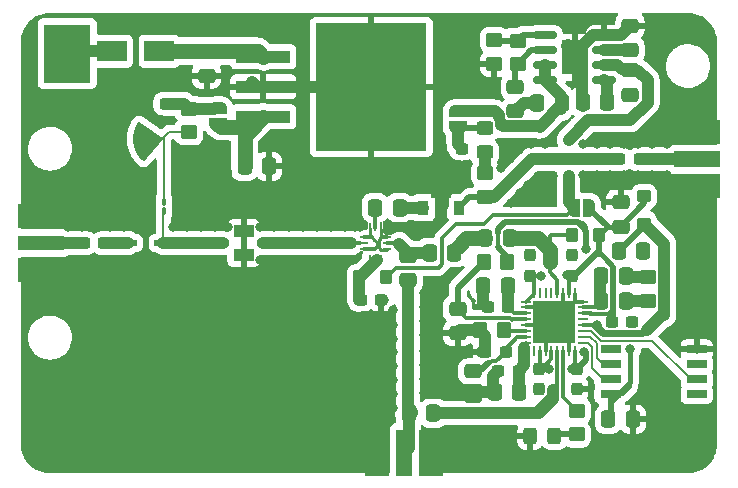
<source format=gbr>
%TF.GenerationSoftware,KiCad,Pcbnew,(6.0.2)*%
%TF.CreationDate,2022-09-18T20:27:37+02:00*%
%TF.ProjectId,8-4GHzDSN_V2,382d3447-487a-4445-934e-5f56322e6b69,rev?*%
%TF.SameCoordinates,Original*%
%TF.FileFunction,Copper,L1,Top*%
%TF.FilePolarity,Positive*%
%FSLAX46Y46*%
G04 Gerber Fmt 4.6, Leading zero omitted, Abs format (unit mm)*
G04 Created by KiCad (PCBNEW (6.0.2)) date 2022-09-18 20:27:37*
%MOMM*%
%LPD*%
G01*
G04 APERTURE LIST*
G04 Aperture macros list*
%AMRoundRect*
0 Rectangle with rounded corners*
0 $1 Rounding radius*
0 $2 $3 $4 $5 $6 $7 $8 $9 X,Y pos of 4 corners*
0 Add a 4 corners polygon primitive as box body*
4,1,4,$2,$3,$4,$5,$6,$7,$8,$9,$2,$3,0*
0 Add four circle primitives for the rounded corners*
1,1,$1+$1,$2,$3*
1,1,$1+$1,$4,$5*
1,1,$1+$1,$6,$7*
1,1,$1+$1,$8,$9*
0 Add four rect primitives between the rounded corners*
20,1,$1+$1,$2,$3,$4,$5,0*
20,1,$1+$1,$4,$5,$6,$7,0*
20,1,$1+$1,$6,$7,$8,$9,0*
20,1,$1+$1,$8,$9,$2,$3,0*%
%AMFreePoly0*
4,1,22,0.500000,-0.750000,0.000000,-0.750000,0.000000,-0.745033,-0.079941,-0.743568,-0.215256,-0.701293,-0.333266,-0.622738,-0.424486,-0.514219,-0.481581,-0.384460,-0.499164,-0.250000,-0.500000,-0.250000,-0.500000,0.250000,-0.499164,0.250000,-0.499963,0.256109,-0.478152,0.396186,-0.417904,0.524511,-0.324060,0.630769,-0.204165,0.706417,-0.067858,0.745374,0.000000,0.744959,0.000000,0.750000,
0.500000,0.750000,0.500000,-0.750000,0.500000,-0.750000,$1*%
%AMFreePoly1*
4,1,20,0.000000,0.744959,0.073905,0.744508,0.209726,0.703889,0.328688,0.626782,0.421226,0.519385,0.479903,0.390333,0.500000,0.250000,0.500000,-0.250000,0.499851,-0.262216,0.476331,-0.402017,0.414519,-0.529596,0.319384,-0.634700,0.198574,-0.708877,0.061801,-0.746166,0.000000,-0.745033,0.000000,-0.750000,-0.500000,-0.750000,-0.500000,0.750000,0.000000,0.750000,0.000000,0.744959,
0.000000,0.744959,$1*%
%AMFreePoly2*
4,1,9,3.862500,-0.866500,0.737500,-0.866500,0.737500,-0.450000,-0.737500,-0.450000,-0.737500,0.450000,0.737500,0.450000,0.737500,0.866500,3.862500,0.866500,3.862500,-0.866500,3.862500,-0.866500,$1*%
G04 Aperture macros list end*
%TA.AperFunction,EtchedComponent*%
%ADD10C,0.150000*%
%TD*%
%TA.AperFunction,SMDPad,CuDef*%
%ADD11RoundRect,0.250000X0.450000X-0.350000X0.450000X0.350000X-0.450000X0.350000X-0.450000X-0.350000X0*%
%TD*%
%TA.AperFunction,SMDPad,CuDef*%
%ADD12RoundRect,0.250000X-0.337500X-0.475000X0.337500X-0.475000X0.337500X0.475000X-0.337500X0.475000X0*%
%TD*%
%TA.AperFunction,SMDPad,CuDef*%
%ADD13RoundRect,0.250000X0.337500X0.475000X-0.337500X0.475000X-0.337500X-0.475000X0.337500X-0.475000X0*%
%TD*%
%TA.AperFunction,SMDPad,CuDef*%
%ADD14RoundRect,0.062500X-0.062500X0.362500X-0.062500X-0.362500X0.062500X-0.362500X0.062500X0.362500X0*%
%TD*%
%TA.AperFunction,SMDPad,CuDef*%
%ADD15RoundRect,0.062500X-0.062500X0.312500X-0.062500X-0.312500X0.062500X-0.312500X0.062500X0.312500X0*%
%TD*%
%TA.AperFunction,SMDPad,CuDef*%
%ADD16RoundRect,0.062500X-0.312500X0.062500X-0.312500X-0.062500X0.312500X-0.062500X0.312500X0.062500X0*%
%TD*%
%TA.AperFunction,ComponentPad*%
%ADD17C,0.400000*%
%TD*%
%TA.AperFunction,SMDPad,CuDef*%
%ADD18R,0.250000X0.770000*%
%TD*%
%TA.AperFunction,SMDPad,CuDef*%
%ADD19RoundRect,0.237500X0.300000X0.237500X-0.300000X0.237500X-0.300000X-0.237500X0.300000X-0.237500X0*%
%TD*%
%TA.AperFunction,SMDPad,CuDef*%
%ADD20RoundRect,0.237500X-0.237500X0.300000X-0.237500X-0.300000X0.237500X-0.300000X0.237500X0.300000X0*%
%TD*%
%TA.AperFunction,SMDPad,CuDef*%
%ADD21FreePoly0,0.000000*%
%TD*%
%TA.AperFunction,SMDPad,CuDef*%
%ADD22FreePoly1,0.000000*%
%TD*%
%TA.AperFunction,SMDPad,CuDef*%
%ADD23RoundRect,0.250000X0.475000X-0.337500X0.475000X0.337500X-0.475000X0.337500X-0.475000X-0.337500X0*%
%TD*%
%TA.AperFunction,SMDPad,CuDef*%
%ADD24RoundRect,0.250000X-0.275000X-0.350000X0.275000X-0.350000X0.275000X0.350000X-0.275000X0.350000X0*%
%TD*%
%TA.AperFunction,SMDPad,CuDef*%
%ADD25R,4.000000X1.400000*%
%TD*%
%TA.AperFunction,ComponentPad*%
%ADD26R,4.000000X2.000000*%
%TD*%
%TA.AperFunction,SMDPad,CuDef*%
%ADD27R,1.500000X0.500000*%
%TD*%
%TA.AperFunction,SMDPad,CuDef*%
%ADD28RoundRect,0.250000X-0.250000X-1.250000X0.250000X-1.250000X0.250000X1.250000X-0.250000X1.250000X0*%
%TD*%
%TA.AperFunction,ComponentPad*%
%ADD29C,0.500000*%
%TD*%
%TA.AperFunction,SMDPad,CuDef*%
%ADD30R,4.000000X5.000000*%
%TD*%
%TA.AperFunction,SMDPad,CuDef*%
%ADD31RoundRect,0.250000X-0.475000X0.337500X-0.475000X-0.337500X0.475000X-0.337500X0.475000X0.337500X0*%
%TD*%
%TA.AperFunction,SMDPad,CuDef*%
%ADD32RoundRect,0.250000X-0.450000X0.350000X-0.450000X-0.350000X0.450000X-0.350000X0.450000X0.350000X0*%
%TD*%
%TA.AperFunction,SMDPad,CuDef*%
%ADD33RoundRect,0.237500X-0.300000X-0.237500X0.300000X-0.237500X0.300000X0.237500X-0.300000X0.237500X0*%
%TD*%
%TA.AperFunction,SMDPad,CuDef*%
%ADD34R,1.000000X0.600000*%
%TD*%
%TA.AperFunction,SMDPad,CuDef*%
%ADD35R,1.750000X1.000000*%
%TD*%
%TA.AperFunction,SMDPad,CuDef*%
%ADD36R,0.900000X1.300000*%
%TD*%
%TA.AperFunction,SMDPad,CuDef*%
%ADD37FreePoly2,90.000000*%
%TD*%
%TA.AperFunction,SMDPad,CuDef*%
%ADD38FreePoly0,90.000000*%
%TD*%
%TA.AperFunction,SMDPad,CuDef*%
%ADD39FreePoly1,90.000000*%
%TD*%
%TA.AperFunction,SMDPad,CuDef*%
%ADD40R,4.600000X1.100000*%
%TD*%
%TA.AperFunction,SMDPad,CuDef*%
%ADD41R,9.400000X10.800000*%
%TD*%
%TA.AperFunction,SMDPad,CuDef*%
%ADD42RoundRect,0.250000X0.350000X0.450000X-0.350000X0.450000X-0.350000X-0.450000X0.350000X-0.450000X0*%
%TD*%
%TA.AperFunction,SMDPad,CuDef*%
%ADD43RoundRect,0.150000X0.825000X0.150000X-0.825000X0.150000X-0.825000X-0.150000X0.825000X-0.150000X0*%
%TD*%
%TA.AperFunction,SMDPad,CuDef*%
%ADD44R,2.290000X3.000000*%
%TD*%
%TA.AperFunction,SMDPad,CuDef*%
%ADD45RoundRect,0.250000X-0.350000X0.275000X-0.350000X-0.275000X0.350000X-0.275000X0.350000X0.275000X0*%
%TD*%
%TA.AperFunction,SMDPad,CuDef*%
%ADD46RoundRect,0.100000X-0.100000X0.217500X-0.100000X-0.217500X0.100000X-0.217500X0.100000X0.217500X0*%
%TD*%
%TA.AperFunction,SMDPad,CuDef*%
%ADD47R,2.500000X1.800000*%
%TD*%
%TA.AperFunction,SMDPad,CuDef*%
%ADD48C,0.300000*%
%TD*%
%TA.AperFunction,SMDPad,CuDef*%
%ADD49RoundRect,0.250000X-0.325000X-0.450000X0.325000X-0.450000X0.325000X0.450000X-0.325000X0.450000X0*%
%TD*%
%TA.AperFunction,SMDPad,CuDef*%
%ADD50R,4.000000X1.300000*%
%TD*%
%TA.AperFunction,SMDPad,CuDef*%
%ADD51RoundRect,0.062500X0.375000X0.062500X-0.375000X0.062500X-0.375000X-0.062500X0.375000X-0.062500X0*%
%TD*%
%TA.AperFunction,SMDPad,CuDef*%
%ADD52RoundRect,0.062500X0.062500X0.375000X-0.062500X0.375000X-0.062500X-0.375000X0.062500X-0.375000X0*%
%TD*%
%TA.AperFunction,ComponentPad*%
%ADD53C,0.600000*%
%TD*%
%TA.AperFunction,SMDPad,CuDef*%
%ADD54R,3.600000X3.600000*%
%TD*%
%TA.AperFunction,SMDPad,CuDef*%
%ADD55R,1.400000X4.000000*%
%TD*%
%TA.AperFunction,ComponentPad*%
%ADD56R,2.000000X4.000000*%
%TD*%
%TA.AperFunction,SMDPad,CuDef*%
%ADD57RoundRect,0.237500X0.237500X-0.300000X0.237500X0.300000X-0.237500X0.300000X-0.237500X-0.300000X0*%
%TD*%
%TA.AperFunction,SMDPad,CuDef*%
%ADD58R,1.700000X0.650000*%
%TD*%
%TA.AperFunction,SMDPad,CuDef*%
%ADD59RoundRect,0.250000X-0.450000X0.325000X-0.450000X-0.325000X0.450000X-0.325000X0.450000X0.325000X0*%
%TD*%
%TA.AperFunction,ViaPad*%
%ADD60C,0.800000*%
%TD*%
%TA.AperFunction,Conductor*%
%ADD61C,1.000000*%
%TD*%
%TA.AperFunction,Conductor*%
%ADD62C,0.300000*%
%TD*%
%TA.AperFunction,Conductor*%
%ADD63C,0.250000*%
%TD*%
%TA.AperFunction,Conductor*%
%ADD64C,1.300000*%
%TD*%
%TA.AperFunction,Conductor*%
%ADD65C,0.200000*%
%TD*%
%TA.AperFunction,Conductor*%
%ADD66C,0.500000*%
%TD*%
%TA.AperFunction,Conductor*%
%ADD67C,0.450000*%
%TD*%
G04 APERTURE END LIST*
D10*
%TO.C,C7*%
X112500000Y-111187500D02*
X110534040Y-109810920D01*
X110534040Y-109810920D02*
X110380930Y-110060770D01*
X110380930Y-110060770D02*
X110259410Y-110327420D01*
X110259410Y-110327420D02*
X110171290Y-110606890D01*
X110171290Y-110606890D02*
X110117890Y-110895010D01*
X110117890Y-110895010D02*
X110100000Y-111187500D01*
X110100000Y-111187500D02*
X110117890Y-111479990D01*
X110117890Y-111479990D02*
X110171290Y-111768110D01*
X110171290Y-111768110D02*
X110259410Y-112047580D01*
X110259410Y-112047580D02*
X110380930Y-112314230D01*
X110380930Y-112314230D02*
X110534040Y-112564080D01*
X110534040Y-112564080D02*
X110716450Y-112793410D01*
X110716450Y-112793410D02*
X110925460Y-112998800D01*
X110925460Y-112998800D02*
X112500000Y-111187500D01*
X112500000Y-111187500D02*
X112500000Y-111187500D01*
G36*
X112500000Y-111187500D02*
G01*
X110925460Y-112998800D01*
X110716450Y-112793410D01*
X110534040Y-112564080D01*
X110380930Y-112314230D01*
X110259410Y-112047580D01*
X110171290Y-111768110D01*
X110117890Y-111479990D01*
X110100000Y-111187500D01*
X110117890Y-110895010D01*
X110171290Y-110606890D01*
X110259410Y-110327420D01*
X110380930Y-110060770D01*
X110534040Y-109810920D01*
X112500000Y-111187500D01*
G37*
X112500000Y-111187500D02*
X110925460Y-112998800D01*
X110716450Y-112793410D01*
X110534040Y-112564080D01*
X110380930Y-112314230D01*
X110259410Y-112047580D01*
X110171290Y-111768110D01*
X110117890Y-111479990D01*
X110100000Y-111187500D01*
X110117890Y-110895010D01*
X110171290Y-110606890D01*
X110259410Y-110327420D01*
X110380930Y-110060770D01*
X110534040Y-109810920D01*
X112500000Y-111187500D01*
%TD*%
D11*
%TO.P,R22,1*%
%TO.N,Net-(C35-Pad2)*%
X153600000Y-124900000D03*
%TO.P,R22,2*%
%TO.N,GNDREF*%
X153600000Y-122900000D03*
%TD*%
D12*
%TO.P,C14,1*%
%TO.N,Net-(C14-Pad1)*%
X130512500Y-117000000D03*
%TO.P,C14,2*%
%TO.N,Net-(C14-Pad2)*%
X132587500Y-117000000D03*
%TD*%
D13*
%TO.P,C40,1*%
%TO.N,Net-(C40-Pad1)*%
X141937500Y-119600000D03*
%TO.P,C40,2*%
%TO.N,Net-(C38-Pad1)*%
X139862500Y-119600000D03*
%TD*%
D11*
%TO.P,R3,1*%
%TO.N,Net-(C17-Pad1)*%
X139850000Y-116100000D03*
%TO.P,R3,2*%
%TO.N,Net-(L4-Pad2)*%
X139850000Y-114100000D03*
%TD*%
D14*
%TO.P,U11,1,GND*%
%TO.N,GNDREF*%
X131050000Y-118675000D03*
D15*
%TO.P,U11,2,IF*%
%TO.N,Net-(C14-Pad1)*%
X130550000Y-118625000D03*
%TO.P,U11,3,GND*%
%TO.N,GNDREF*%
X130050000Y-118625000D03*
D16*
%TO.P,U11,4,GND*%
X129550000Y-119500000D03*
%TO.P,U11,5,RF*%
%TO.N,Net-(U5-Pad2)*%
X129550000Y-120000000D03*
%TO.P,U11,6,GND*%
%TO.N,GNDREF*%
X129550000Y-120500000D03*
D15*
%TO.P,U11,7,EN*%
%TO.N,Net-(C15-Pad2)*%
X130050000Y-121375000D03*
%TO.P,U11,8,X2*%
X130550000Y-121375000D03*
%TO.P,U11,9,VCC*%
X131050000Y-121375000D03*
D16*
%TO.P,U11,10,GND*%
%TO.N,GNDREF*%
X131550000Y-120500000D03*
%TO.P,U11,11,LO*%
%TO.N,LO1*%
X131550000Y-120000000D03*
%TO.P,U11,12,GND*%
%TO.N,GNDREF*%
X131550000Y-119500000D03*
D17*
%TO.P,U11,13,GND*%
X130750000Y-120000000D03*
D18*
X130850000Y-120000000D03*
%TD*%
D19*
%TO.P,C25,1*%
%TO.N,Net-(C24-Pad1)*%
X141562500Y-129200000D03*
%TO.P,C25,2*%
%TO.N,GNDREF*%
X139837500Y-129200000D03*
%TD*%
D20*
%TO.P,C34,1*%
%TO.N,Net-(C27-Pad1)*%
X144400000Y-130637500D03*
%TO.P,C34,2*%
%TO.N,GNDREF*%
X144400000Y-132362500D03*
%TD*%
D21*
%TO.P,JP21,1,A*%
%TO.N,+3V3*%
X147350000Y-117000000D03*
D22*
%TO.P,JP21,2,B*%
%TO.N,Net-(C21-Pad1)*%
X148650000Y-117000000D03*
%TD*%
D13*
%TO.P,C22,1*%
%TO.N,Net-(C22-Pad1)*%
X141737500Y-123600000D03*
%TO.P,C22,2*%
%TO.N,GNDREF*%
X139662500Y-123600000D03*
%TD*%
%TO.P,C38,1*%
%TO.N,Net-(C38-Pad1)*%
X137237500Y-120800000D03*
%TO.P,C38,2*%
%TO.N,LO1*%
X135162500Y-120800000D03*
%TD*%
D23*
%TO.P,C6,1*%
%TO.N,GNDREF*%
X152102500Y-107457500D03*
%TO.P,C6,2*%
%TO.N,+3V3*%
X152102500Y-105382500D03*
%TD*%
D24*
%TO.P,L22,1,1*%
%TO.N,Net-(C40-Pad1)*%
X147150000Y-119300000D03*
%TO.P,L22,2,2*%
%TO.N,Net-(C21-Pad1)*%
X149450000Y-119300000D03*
%TD*%
D19*
%TO.P,C23,1*%
%TO.N,Net-(C22-Pad1)*%
X141762500Y-125400000D03*
%TO.P,C23,2*%
%TO.N,GNDREF*%
X140037500Y-125400000D03*
%TD*%
D25*
%TO.P,J3,1,In*%
%TO.N,Net-(C17-Pad2)*%
X157800000Y-112914000D03*
D26*
%TO.P,J3,2,Ext*%
%TO.N,GNDREF*%
X157800000Y-110628000D03*
X157800000Y-115200000D03*
%TD*%
D12*
%TO.P,C29,1*%
%TO.N,REF*%
X133362500Y-134400000D03*
%TO.P,C29,2*%
%TO.N,Net-(C29-Pad2)*%
X135437500Y-134400000D03*
%TD*%
D19*
%TO.P,C15,1*%
%TO.N,GNDREF*%
X131025000Y-124800000D03*
%TO.P,C15,2*%
%TO.N,Net-(C15-Pad2)*%
X129300000Y-124800000D03*
%TD*%
D27*
%TO.P,U1,1*%
%TO.N,Net-(C3-Pad2)*%
X109600000Y-120000000D03*
D28*
%TO.P,U1,2,GND*%
%TO.N,GNDREF*%
X111100000Y-122000000D03*
D29*
X111350000Y-121500000D03*
X111350000Y-121000000D03*
X110850000Y-121000000D03*
X110850000Y-121500000D03*
D27*
%TO.P,U1,3*%
%TO.N,Net-(L1-Pad2)*%
X112600000Y-120000000D03*
D28*
%TO.P,U1,4,GND*%
%TO.N,GNDREF*%
X111100000Y-118000000D03*
D29*
X111350000Y-118500000D03*
X110850000Y-118500000D03*
X111350000Y-119000000D03*
X110850000Y-119000000D03*
%TD*%
D19*
%TO.P,C28,1*%
%TO.N,Net-(C26-Pad1)*%
X142662500Y-130800000D03*
%TO.P,C28,2*%
%TO.N,GNDREF*%
X140937500Y-130800000D03*
%TD*%
D24*
%TO.P,L3,1,1*%
%TO.N,Net-(C15-Pad2)*%
X129150000Y-122900000D03*
%TO.P,L3,2,2*%
%TO.N,+3V3*%
X131450000Y-122900000D03*
%TD*%
D30*
%TO.P,J1,1,Pin_1*%
%TO.N,Net-(D1-Pad2)*%
X104450000Y-103950000D03*
%TD*%
D31*
%TO.P,C39,1*%
%TO.N,Net-(C39-Pad1)*%
X137500000Y-125562500D03*
%TO.P,C39,2*%
%TO.N,GNDREF*%
X137500000Y-127637500D03*
%TD*%
%TO.P,C24,1*%
%TO.N,Net-(C24-Pad1)*%
X138800000Y-130862500D03*
%TO.P,C24,2*%
%TO.N,GNDREF*%
X138800000Y-132937500D03*
%TD*%
D32*
%TO.P,R5,1*%
%TO.N,Net-(R4-Pad2)*%
X140600000Y-102800000D03*
%TO.P,R5,2*%
%TO.N,GNDREF*%
X140600000Y-104800000D03*
%TD*%
D33*
%TO.P,C3,1*%
%TO.N,Net-(C3-Pad1)*%
X105875000Y-120000000D03*
%TO.P,C3,2*%
%TO.N,Net-(C3-Pad2)*%
X107600000Y-120000000D03*
%TD*%
D34*
%TO.P,U5,1*%
%TO.N,Net-(L1-Pad2)*%
X117600000Y-120000000D03*
%TO.P,U5,2*%
%TO.N,Net-(U5-Pad2)*%
X121000000Y-120000000D03*
D29*
%TO.P,U5,3*%
%TO.N,GNDREF*%
X118900000Y-121000000D03*
D35*
X119400000Y-121000000D03*
D29*
X119775000Y-121000000D03*
D35*
%TO.P,U5,4*%
X119400000Y-119000000D03*
D29*
X118900000Y-119000000D03*
X119900000Y-119000000D03*
%TD*%
D13*
%TO.P,C5,1*%
%TO.N,GNDREF*%
X121537500Y-113500000D03*
%TO.P,C5,2*%
%TO.N,+5V*%
X119462500Y-113500000D03*
%TD*%
D12*
%TO.P,C21,1*%
%TO.N,Net-(C21-Pad1)*%
X150262500Y-134900000D03*
%TO.P,C21,2*%
%TO.N,GNDREF*%
X152337500Y-134900000D03*
%TD*%
D23*
%TO.P,C13,1*%
%TO.N,REF*%
X133300000Y-123137500D03*
%TO.P,C13,2*%
%TO.N,LO1*%
X133300000Y-121062500D03*
%TD*%
D36*
%TO.P,Q1,1,G*%
%TO.N,Net-(C14-Pad2)*%
X134600000Y-117000000D03*
D37*
%TO.P,Q1,2,S*%
%TO.N,GNDREF*%
X136100000Y-116912500D03*
D36*
%TO.P,Q1,3,D*%
%TO.N,Net-(C17-Pad1)*%
X137600000Y-117000000D03*
%TD*%
D33*
%TO.P,C4,1*%
%TO.N,GNDREF*%
X111075000Y-108200000D03*
%TO.P,C4,2*%
%TO.N,Net-(C4-Pad2)*%
X112800000Y-108200000D03*
%TD*%
D32*
%TO.P,R1,1*%
%TO.N,Net-(C4-Pad2)*%
X114750000Y-108612500D03*
%TO.P,R1,2*%
%TO.N,Net-(C7-Pad1)*%
X114750000Y-110612500D03*
%TD*%
D12*
%TO.P,C11,1*%
%TO.N,GNDREF*%
X148105000Y-108052500D03*
%TO.P,C11,2*%
%TO.N,Net-(C11-Pad2)*%
X150180000Y-108052500D03*
%TD*%
%TO.P,C27,1*%
%TO.N,Net-(C27-Pad1)*%
X151162500Y-120700000D03*
%TO.P,C27,2*%
%TO.N,GNDREF*%
X153237500Y-120700000D03*
%TD*%
D23*
%TO.P,C2,1*%
%TO.N,GNDREF*%
X116250000Y-105825000D03*
%TO.P,C2,2*%
%TO.N,Net-(C2-Pad2)*%
X116250000Y-103750000D03*
%TD*%
D33*
%TO.P,C32,1*%
%TO.N,Net-(C21-Pad1)*%
X150537500Y-126700000D03*
%TO.P,C32,2*%
%TO.N,GNDREF*%
X152262500Y-126700000D03*
%TD*%
D38*
%TO.P,U2,1*%
%TO.N,+5V*%
X117250000Y-109900000D03*
D39*
%TO.P,U2,2*%
%TO.N,Net-(C4-Pad2)*%
X117250000Y-108600000D03*
%TD*%
D40*
%TO.P,U3,1,IN*%
%TO.N,Net-(C2-Pad2)*%
X121050000Y-104235000D03*
D41*
%TO.P,U3,2,GND*%
%TO.N,GNDREF*%
X130200000Y-106775000D03*
D40*
X121050000Y-106775000D03*
%TO.P,U3,3,OUT*%
%TO.N,+5V*%
X121050000Y-109315000D03*
%TD*%
D38*
%TO.P,U12,1*%
%TO.N,Net-(C16-Pad2)*%
X137500000Y-110150000D03*
D39*
%TO.P,U12,2*%
%TO.N,+5V*%
X137500000Y-108850000D03*
%TD*%
D42*
%TO.P,R21,1*%
%TO.N,Net-(R21-Pad1)*%
X141400000Y-127400000D03*
%TO.P,R21,2*%
%TO.N,GNDREF*%
X139400000Y-127400000D03*
%TD*%
D12*
%TO.P,C18,1*%
%TO.N,GNDREF*%
X144262500Y-108100000D03*
%TO.P,C18,2*%
%TO.N,+5V*%
X146337500Y-108100000D03*
%TD*%
D33*
%TO.P,C17,1*%
%TO.N,Net-(C17-Pad1)*%
X151200000Y-112914000D03*
%TO.P,C17,2*%
%TO.N,Net-(C17-Pad2)*%
X152925000Y-112914000D03*
%TD*%
D43*
%TO.P,U15,1,VREG*%
%TO.N,Net-(C11-Pad2)*%
X149877500Y-106187500D03*
%TO.P,U15,2,VOUT*%
%TO.N,+3V3*%
X149877500Y-104917500D03*
%TO.P,U15,3,BYP*%
%TO.N,Net-(C10-Pad2)*%
X149877500Y-103647500D03*
%TO.P,U15,4,GND*%
%TO.N,GNDREF*%
X149877500Y-102377500D03*
%TO.P,U15,5,REF_SENSE*%
%TO.N,Net-(R4-Pad2)*%
X144927500Y-102377500D03*
%TO.P,U15,6,REF*%
%TO.N,Net-(C12-Pad2)*%
X144927500Y-103647500D03*
%TO.P,U15,7,EN*%
%TO.N,+5V*%
X144927500Y-104917500D03*
%TO.P,U15,8,VIN*%
X144927500Y-106187500D03*
D29*
%TO.P,U15,9,EP*%
%TO.N,GNDREF*%
X148052500Y-103282500D03*
D44*
X147402500Y-104282500D03*
D29*
X148052500Y-105282500D03*
X146752500Y-103282500D03*
X148052500Y-104282500D03*
X146752500Y-104282500D03*
X146752500Y-105282500D03*
%TD*%
D45*
%TO.P,L21,1,1*%
%TO.N,Net-(C21-Pad1)*%
X153300000Y-116050000D03*
%TO.P,L21,2,2*%
%TO.N,Net-(C27-Pad1)*%
X153300000Y-118350000D03*
%TD*%
D33*
%TO.P,C16,1*%
%TO.N,GNDREF*%
X136137500Y-112000000D03*
%TO.P,C16,2*%
%TO.N,Net-(C16-Pad2)*%
X137862500Y-112000000D03*
%TD*%
D31*
%TO.P,C10,1*%
%TO.N,GNDREF*%
X152102500Y-101582500D03*
%TO.P,C10,2*%
%TO.N,Net-(C10-Pad2)*%
X152102500Y-103657500D03*
%TD*%
D46*
%TO.P,L1,1,1*%
%TO.N,Net-(C7-Pad1)*%
X112637500Y-116480000D03*
%TO.P,L1,2,2*%
%TO.N,Net-(L1-Pad2)*%
X112637500Y-117295000D03*
%TD*%
D23*
%TO.P,C37,1*%
%TO.N,Net-(C21-Pad1)*%
X151300000Y-118637500D03*
%TO.P,C37,2*%
%TO.N,GNDREF*%
X151300000Y-116562500D03*
%TD*%
D47*
%TO.P,D1,1,K*%
%TO.N,Net-(C2-Pad2)*%
X112250000Y-103750000D03*
%TO.P,D1,2,A*%
%TO.N,Net-(D1-Pad2)*%
X108250000Y-103750000D03*
%TD*%
D48*
%TO.P,C7,1*%
%TO.N,Net-(C7-Pad1)*%
X112500000Y-111187500D03*
%TD*%
D12*
%TO.P,C35,1*%
%TO.N,Net-(C35-Pad1)*%
X149662500Y-124900000D03*
%TO.P,C35,2*%
%TO.N,Net-(C35-Pad2)*%
X151737500Y-124900000D03*
%TD*%
D49*
%TO.P,D21,1,K*%
%TO.N,GNDREF*%
X143650000Y-136300000D03*
%TO.P,D21,2,A*%
%TO.N,Net-(D21-Pad2)*%
X145700000Y-136300000D03*
%TD*%
D20*
%TO.P,C33,1*%
%TO.N,Net-(C27-Pad1)*%
X147600000Y-130637500D03*
%TO.P,C33,2*%
%TO.N,GNDREF*%
X147600000Y-132362500D03*
%TD*%
D42*
%TO.P,R24,1*%
%TO.N,Net-(C35-Pad1)*%
X141700000Y-121600000D03*
%TO.P,R24,2*%
%TO.N,Net-(C39-Pad1)*%
X139700000Y-121600000D03*
%TD*%
D12*
%TO.P,C36,1*%
%TO.N,Net-(C35-Pad1)*%
X149662500Y-122800000D03*
%TO.P,C36,2*%
%TO.N,GNDREF*%
X151737500Y-122800000D03*
%TD*%
D50*
%TO.P,J2,1,In*%
%TO.N,Net-(C3-Pad1)*%
X102250000Y-120000000D03*
D26*
%TO.P,J2,2,Ext*%
%TO.N,GNDREF*%
X102250000Y-122286000D03*
X102250000Y-117714000D03*
%TD*%
D51*
%TO.P,U22,1,CLK*%
%TO.N,Net-(U21-Pad7)*%
X148137500Y-128450000D03*
%TO.P,U22,2,DATA*%
%TO.N,Net-(U21-Pad6)*%
X148137500Y-127950000D03*
%TO.P,U22,3,LE*%
%TO.N,Net-(U21-Pad2)*%
X148137500Y-127450000D03*
%TO.P,U22,4,CE*%
%TO.N,Net-(C27-Pad1)*%
X148137500Y-126950000D03*
%TO.P,U22,5,SW*%
%TO.N,unconnected-(U22-Pad5)*%
X148137500Y-126450000D03*
%TO.P,U22,6,Vp*%
%TO.N,Net-(C21-Pad1)*%
X148137500Y-125950000D03*
%TO.P,U22,7,CPout*%
%TO.N,Net-(C35-Pad1)*%
X148137500Y-125450000D03*
%TO.P,U22,8,CPGND*%
%TO.N,GNDREF*%
X148137500Y-124950000D03*
D52*
%TO.P,U22,9,AGND*%
X147450000Y-124262500D03*
%TO.P,U22,10,AVDD*%
%TO.N,Net-(C21-Pad1)*%
X146950000Y-124262500D03*
%TO.P,U22,11,AGNDVCO*%
%TO.N,GNDREF*%
X146450000Y-124262500D03*
%TO.P,U22,12,RF_OUT_A+*%
%TO.N,Net-(C40-Pad1)*%
X145950000Y-124262500D03*
%TO.P,U22,13,RF_OUT_A-*%
%TO.N,unconnected-(U22-Pad13)*%
X145450000Y-124262500D03*
%TO.P,U22,14,RF_OUT_B+*%
%TO.N,unconnected-(U22-Pad14)*%
X144950000Y-124262500D03*
%TO.P,U22,15,RF_OUT_B-*%
%TO.N,unconnected-(U22-Pad15)*%
X144450000Y-124262500D03*
%TO.P,U22,16,VVCO*%
%TO.N,Net-(C21-Pad1)*%
X143950000Y-124262500D03*
D51*
%TO.P,U22,17,VVCO*%
X143262500Y-124950000D03*
%TO.P,U22,18,AGNDVCO*%
%TO.N,GNDREF*%
X143262500Y-125450000D03*
%TO.P,U22,19,TEMP*%
%TO.N,Net-(C22-Pad1)*%
X143262500Y-125950000D03*
%TO.P,U22,20,VTUNE*%
%TO.N,Net-(C39-Pad1)*%
X143262500Y-126450000D03*
%TO.P,U22,21,AGNDVCO*%
%TO.N,GNDREF*%
X143262500Y-126950000D03*
%TO.P,U22,22,RSET*%
%TO.N,Net-(R21-Pad1)*%
X143262500Y-127450000D03*
%TO.P,U22,23,VCOM*%
%TO.N,Net-(C24-Pad1)*%
X143262500Y-127950000D03*
%TO.P,U22,24,VREF*%
%TO.N,Net-(C26-Pad1)*%
X143262500Y-128450000D03*
D52*
%TO.P,U22,25,LD*%
%TO.N,unconnected-(U22-Pad25)*%
X143950000Y-129137500D03*
%TO.P,U22,26,PDB_RF*%
%TO.N,Net-(C27-Pad1)*%
X144450000Y-129137500D03*
%TO.P,U22,27,DGND*%
%TO.N,GNDREF*%
X144950000Y-129137500D03*
%TO.P,U22,28,DVDD*%
%TO.N,Net-(C27-Pad1)*%
X145450000Y-129137500D03*
%TO.P,U22,29,REFIN*%
%TO.N,Net-(C29-Pad2)*%
X145950000Y-129137500D03*
%TO.P,U22,30,MUXOUT*%
%TO.N,Net-(R23-Pad2)*%
X146450000Y-129137500D03*
%TO.P,U22,31,SDGND*%
%TO.N,GNDREF*%
X146950000Y-129137500D03*
%TO.P,U22,32,SDVDD*%
%TO.N,Net-(C27-Pad1)*%
X147450000Y-129137500D03*
D53*
%TO.P,U22,33,EP*%
%TO.N,GNDREF*%
X147200000Y-125200000D03*
X144200000Y-128200000D03*
X147200000Y-128200000D03*
X145700000Y-126700000D03*
X145700000Y-128200000D03*
X147200000Y-126700000D03*
D54*
X145700000Y-126700000D03*
D53*
X144200000Y-125200000D03*
X145700000Y-125200000D03*
X144200000Y-126700000D03*
%TD*%
D55*
%TO.P,J4,1,In*%
%TO.N,REF*%
X133000000Y-137750000D03*
D56*
%TO.P,J4,2,Ext*%
%TO.N,GNDREF*%
X135286000Y-137750000D03*
X130714000Y-137750000D03*
%TD*%
D13*
%TO.P,C26,1*%
%TO.N,Net-(C26-Pad1)*%
X142737500Y-132600000D03*
%TO.P,C26,2*%
%TO.N,GNDREF*%
X140662500Y-132600000D03*
%TD*%
D23*
%TO.P,C12,1*%
%TO.N,GNDREF*%
X142400000Y-108837500D03*
%TO.P,C12,2*%
%TO.N,Net-(C12-Pad2)*%
X142400000Y-106762500D03*
%TD*%
D57*
%TO.P,C31,1*%
%TO.N,Net-(C21-Pad1)*%
X143600000Y-122762500D03*
%TO.P,C31,2*%
%TO.N,GNDREF*%
X143600000Y-121037500D03*
%TD*%
%TO.P,C30,1*%
%TO.N,Net-(C21-Pad1)*%
X147200000Y-122762500D03*
%TO.P,C30,2*%
%TO.N,GNDREF*%
X147200000Y-121037500D03*
%TD*%
D58*
%TO.P,U21,1,~{RESET}/PB5*%
%TO.N,unconnected-(U21-Pad1)*%
X157750000Y-132805000D03*
%TO.P,U21,2,XTAL1/PB3*%
%TO.N,Net-(U21-Pad2)*%
X157750000Y-131535000D03*
%TO.P,U21,3,XTAL2/PB4*%
%TO.N,unconnected-(U21-Pad3)*%
X157750000Y-130265000D03*
%TO.P,U21,4,GND*%
%TO.N,GNDREF*%
X157750000Y-128995000D03*
%TO.P,U21,5,AREF/PB0*%
%TO.N,unconnected-(U21-Pad5)*%
X150450000Y-128995000D03*
%TO.P,U21,6,PB1*%
%TO.N,Net-(U21-Pad6)*%
X150450000Y-130265000D03*
%TO.P,U21,7,PB2*%
%TO.N,Net-(U21-Pad7)*%
X150450000Y-131535000D03*
%TO.P,U21,8,VCC*%
%TO.N,Net-(C21-Pad1)*%
X150450000Y-132805000D03*
%TD*%
D11*
%TO.P,R23,1*%
%TO.N,Net-(D21-Pad2)*%
X147600000Y-136200000D03*
%TO.P,R23,2*%
%TO.N,Net-(R23-Pad2)*%
X147600000Y-134200000D03*
%TD*%
D59*
%TO.P,L4,1,1*%
%TO.N,Net-(C16-Pad2)*%
X139800000Y-110275000D03*
%TO.P,L4,2,2*%
%TO.N,Net-(L4-Pad2)*%
X139800000Y-112325000D03*
%TD*%
D11*
%TO.P,R4,1*%
%TO.N,Net-(C12-Pad2)*%
X142580000Y-104871250D03*
%TO.P,R4,2*%
%TO.N,Net-(R4-Pad2)*%
X142580000Y-102871250D03*
%TD*%
D60*
%TO.N,GNDREF*%
X115800000Y-118600000D03*
X136137500Y-113562500D03*
X124400000Y-118600000D03*
X104600000Y-121400000D03*
X105700000Y-118600000D03*
X117000000Y-118600000D03*
X139600000Y-129200000D03*
X117300000Y-121400000D03*
X128000000Y-118600000D03*
X132000000Y-134000000D03*
X151300000Y-116600000D03*
X129250000Y-118600000D03*
X134700000Y-125400000D03*
X147600000Y-132400000D03*
X152800000Y-114200000D03*
X125600000Y-118600000D03*
X134700000Y-131500000D03*
X140800000Y-104800000D03*
X108200000Y-121400000D03*
X141900000Y-112900000D03*
X143700000Y-111600000D03*
X144202500Y-108082500D03*
X124400000Y-121400000D03*
X142700000Y-112100000D03*
X120800000Y-121400000D03*
X132000000Y-128100000D03*
X138800000Y-132800000D03*
X109400000Y-121400000D03*
X136137500Y-114700000D03*
X143600000Y-121100000D03*
X144900000Y-111600000D03*
X149300000Y-111600000D03*
X153600000Y-122900000D03*
X152000000Y-107400000D03*
X150400000Y-111600000D03*
X132000000Y-130400000D03*
X157800000Y-129000000D03*
X152800000Y-111600000D03*
X142000000Y-116600000D03*
X134700000Y-124200000D03*
X120800000Y-118600000D03*
X131800000Y-135100000D03*
X116250000Y-105750000D03*
X141200000Y-113600000D03*
X128925000Y-106775000D03*
X137518750Y-127618750D03*
X123200000Y-121400000D03*
X134300000Y-118600000D03*
X122000000Y-118600000D03*
X127850000Y-104800000D03*
X126800000Y-118600000D03*
X134700000Y-130300000D03*
X114600000Y-118600000D03*
X151600000Y-114200000D03*
X144300000Y-114300000D03*
X126625000Y-106775000D03*
X129100000Y-104800000D03*
X155200000Y-111600000D03*
X140018750Y-125381250D03*
X144400000Y-132400000D03*
X132000000Y-125700000D03*
X132000000Y-132800000D03*
X148100000Y-111600000D03*
X112500000Y-121400000D03*
X134700000Y-129100000D03*
X113700000Y-121400000D03*
X123200000Y-118600000D03*
X104500000Y-118600000D03*
X105800000Y-121400000D03*
X154000000Y-114200000D03*
X150400000Y-114200000D03*
X107000000Y-121400000D03*
X148100000Y-114200000D03*
X135500000Y-118600000D03*
X147200000Y-121100000D03*
X120100000Y-106337500D03*
X155200000Y-114200000D03*
X113400000Y-118600000D03*
X134700000Y-132700000D03*
X127850000Y-108550000D03*
X153300000Y-120800000D03*
X118100000Y-118600000D03*
X126600000Y-104800000D03*
X130350000Y-106800000D03*
X152200000Y-126700000D03*
X143700000Y-136300000D03*
X111200000Y-108200000D03*
X116100000Y-121400000D03*
X142800000Y-115800000D03*
X128850000Y-108550000D03*
X122000000Y-121400000D03*
X149300000Y-114200000D03*
X130350000Y-104800000D03*
X140937500Y-130825000D03*
X134700000Y-126600000D03*
X142400000Y-108800000D03*
X151775000Y-122900000D03*
X126800000Y-121400000D03*
X152400000Y-134900000D03*
X132000000Y-131600000D03*
X143500000Y-115100000D03*
X145600000Y-114300000D03*
X154000000Y-111600000D03*
X132000000Y-126900000D03*
X128000000Y-121400000D03*
X151600000Y-111600000D03*
X114900000Y-121400000D03*
X133100000Y-118600000D03*
X109300000Y-118600000D03*
X130350000Y-108550000D03*
X108100000Y-118600000D03*
X125600000Y-121400000D03*
X132000000Y-129200000D03*
X134700000Y-127800000D03*
X121600000Y-113500000D03*
X136100000Y-115900000D03*
X126600000Y-108550000D03*
X127875000Y-106775000D03*
X131300000Y-124800000D03*
X106900000Y-118600000D03*
%TO.N,+5V*%
X121000000Y-109200000D03*
X137500000Y-108850000D03*
%TO.N,+3V3*%
X146900000Y-114300000D03*
X146900000Y-111300000D03*
%TO.N,Net-(C21-Pad1)*%
X144562500Y-122762500D03*
X150537500Y-126700000D03*
X152100000Y-128999500D03*
X146800000Y-122700000D03*
%TO.N,Net-(C27-Pad1)*%
X147199500Y-130650480D03*
X148200980Y-129220102D03*
X149273739Y-126922774D03*
X145200500Y-130650480D03*
%TO.N,Net-(C35-Pad1)*%
X149600000Y-122700000D03*
X148400000Y-120500000D03*
%TD*%
D61*
%TO.N,REF*%
X133300000Y-134337500D02*
X133300000Y-123137500D01*
X133362500Y-134400000D02*
X133300000Y-134337500D01*
%TO.N,LO1*%
X133302659Y-120800000D02*
X132562011Y-120059352D01*
X135162500Y-120800000D02*
X133302659Y-120800000D01*
%TO.N,Net-(U5-Pad2)*%
X121000000Y-120000000D02*
X128500000Y-120000000D01*
D62*
X128500000Y-120000000D02*
X129200000Y-120000000D01*
X128062500Y-120000000D02*
X128500000Y-120000000D01*
D61*
%TO.N,GNDREF*%
X140525000Y-131212500D02*
X140912500Y-130825000D01*
X136137500Y-112000000D02*
X136137500Y-113562500D01*
X140912500Y-130825000D02*
X140937500Y-130825000D01*
D62*
X144450000Y-125450000D02*
X145700000Y-126700000D01*
D61*
X126625000Y-106775000D02*
X122625000Y-106775000D01*
D63*
X130850000Y-120453553D02*
X130996447Y-120600000D01*
X130996447Y-119600000D02*
X130850000Y-119746447D01*
D61*
X139000000Y-132600000D02*
X138800000Y-132800000D01*
X132824511Y-109775489D02*
X132824511Y-110374511D01*
X136137500Y-114562500D02*
X136137500Y-115362500D01*
X132049022Y-111150000D02*
X128350000Y-111150000D01*
D62*
X131096447Y-119500000D02*
X131050000Y-119546447D01*
D61*
X137737500Y-127400000D02*
X137518750Y-127618750D01*
D62*
X148100000Y-124950000D02*
X147400000Y-124950000D01*
D63*
X130050000Y-118725000D02*
X130050000Y-119300000D01*
D62*
X146950000Y-127950000D02*
X145700000Y-126700000D01*
D61*
X148052500Y-103282500D02*
X148957500Y-102377500D01*
D63*
X130850000Y-119746447D02*
X130850000Y-120100000D01*
D61*
X136137500Y-116875000D02*
X136100000Y-116912500D01*
X148052500Y-105282500D02*
X148052500Y-108000000D01*
X137518750Y-127618750D02*
X137500000Y-127637500D01*
X146840000Y-103195000D02*
X146752500Y-103282500D01*
X139400000Y-127400000D02*
X137737500Y-127400000D01*
D62*
X145700000Y-126650000D02*
X145700000Y-126700000D01*
D61*
X148052500Y-108000000D02*
X148105000Y-108052500D01*
D62*
X144950000Y-129100000D02*
X144950000Y-127450000D01*
D61*
X140525000Y-132600000D02*
X140525000Y-131212500D01*
D63*
X130450000Y-120500000D02*
X130850000Y-120100000D01*
D62*
X146450000Y-124300000D02*
X146450000Y-125950000D01*
D63*
X130996447Y-120600000D02*
X131550000Y-120600000D01*
D62*
X131550000Y-119500000D02*
X131096447Y-119500000D01*
X143300000Y-126950000D02*
X145450000Y-126950000D01*
D61*
X122625000Y-106775000D02*
X120537500Y-106775000D01*
D62*
X147400000Y-124950000D02*
X145700000Y-126650000D01*
D61*
X136237500Y-113412500D02*
X136237500Y-114412500D01*
D62*
X143300000Y-125450000D02*
X144450000Y-125450000D01*
X130450000Y-120500000D02*
X129550000Y-120500000D01*
D61*
X139662500Y-125025000D02*
X140018750Y-125381250D01*
D63*
X130850000Y-120100000D02*
X130850000Y-120453553D01*
D61*
X149877500Y-102377500D02*
X151307500Y-102377500D01*
X151775000Y-122900000D02*
X151675000Y-122800000D01*
D63*
X131050000Y-119546447D02*
X130850000Y-119746447D01*
D62*
X129550000Y-119500000D02*
X130250000Y-119500000D01*
D61*
X143085000Y-108152500D02*
X142400000Y-108837500D01*
D62*
X146450000Y-125950000D02*
X145700000Y-126700000D01*
X146950000Y-129100000D02*
X146950000Y-127950000D01*
X144950000Y-127450000D02*
X145700000Y-126700000D01*
X130250000Y-119500000D02*
X130275000Y-119525000D01*
D61*
X127875000Y-106775000D02*
X126625000Y-106775000D01*
X140018750Y-125381250D02*
X140037500Y-125400000D01*
X153600000Y-122900000D02*
X151775000Y-122900000D01*
D62*
X130825480Y-120124520D02*
X130825480Y-120100000D01*
D61*
X144205000Y-108152500D02*
X143085000Y-108152500D01*
X136137500Y-113562500D02*
X136137500Y-114562500D01*
X120537500Y-106775000D02*
X120100000Y-106337500D01*
X140662500Y-132600000D02*
X139000000Y-132600000D01*
X138800000Y-132800000D02*
X138682176Y-132800000D01*
X136237500Y-114412500D02*
X136237500Y-115412500D01*
D63*
X130050000Y-119300000D02*
X130275000Y-119525000D01*
X130275000Y-119525000D02*
X130450000Y-119700000D01*
D61*
X139837500Y-129200000D02*
X139837500Y-127837500D01*
D63*
X130450000Y-119700000D02*
X130850000Y-120100000D01*
D61*
X139662500Y-123600000D02*
X139662500Y-125025000D01*
X136237500Y-115412500D02*
X136237500Y-116662500D01*
X128925000Y-106775000D02*
X127875000Y-106775000D01*
X136237500Y-116775000D02*
X136100000Y-116912500D01*
D62*
X147450000Y-124950000D02*
X145700000Y-126700000D01*
D61*
X148957500Y-102377500D02*
X149877500Y-102377500D01*
D62*
X145450000Y-126950000D02*
X145700000Y-126700000D01*
D61*
X136237500Y-116662500D02*
X136237500Y-116775000D01*
D63*
X131050000Y-118775000D02*
X131050000Y-119546447D01*
D61*
X148105000Y-108385000D02*
X148105000Y-108052500D01*
X136137500Y-115362500D02*
X136137500Y-116875000D01*
X139837500Y-127837500D02*
X139400000Y-127400000D01*
X132824511Y-110374511D02*
X132049022Y-111150000D01*
X139600000Y-129200000D02*
X139837500Y-129200000D01*
D62*
X147450000Y-124300000D02*
X147450000Y-124950000D01*
D61*
X151307500Y-102377500D02*
X152102500Y-101582500D01*
%TO.N,Net-(D1-Pad2)*%
X108250000Y-103750000D02*
X104650000Y-103750000D01*
D64*
X105450000Y-102950000D02*
X104450000Y-103950000D01*
D61*
X104650000Y-103750000D02*
X104450000Y-103950000D01*
%TO.N,Net-(C3-Pad1)*%
X105875000Y-120000000D02*
X102250000Y-120000000D01*
%TO.N,Net-(C4-Pad2)*%
X114775000Y-108637500D02*
X114750000Y-108612500D01*
X114337500Y-108200000D02*
X114750000Y-108612500D01*
X114750000Y-108612500D02*
X116862500Y-108612500D01*
X112800000Y-108200000D02*
X114337500Y-108200000D01*
D64*
%TO.N,+5V*%
X117500000Y-110150000D02*
X117312020Y-109962020D01*
X119462500Y-110902500D02*
X119462500Y-113500000D01*
D61*
X141324520Y-110124520D02*
X141199520Y-109999520D01*
X146345848Y-108254152D02*
X144454152Y-110145848D01*
X144388304Y-110124520D02*
X141324520Y-110124520D01*
D64*
X121050000Y-109315000D02*
X120215000Y-110150000D01*
X120215000Y-110150000D02*
X117500000Y-110150000D01*
D61*
X144927500Y-104917500D02*
X144927500Y-106187500D01*
D64*
X121050000Y-109315000D02*
X119462500Y-110902500D01*
D61*
X146280000Y-108152500D02*
X146280000Y-107540000D01*
X140650000Y-108850000D02*
X140975480Y-109175480D01*
X137500000Y-108850000D02*
X140650000Y-108850000D01*
X140975480Y-109175480D02*
X140975480Y-109332656D01*
D64*
X117312020Y-109962020D02*
X117250000Y-109962020D01*
D61*
X141199520Y-109999520D02*
X141199520Y-109792344D01*
X146280000Y-107540000D02*
X144927500Y-106187500D01*
X146280000Y-108152500D02*
X146280000Y-108660000D01*
X146280000Y-108152500D02*
X146280000Y-108232824D01*
D62*
%TO.N,+3V3*%
X139700000Y-118400000D02*
X137400000Y-118400000D01*
X135900000Y-122100000D02*
X132300000Y-122100000D01*
D61*
X146900000Y-111245056D02*
X148545056Y-109600000D01*
X151037500Y-104917500D02*
X151402500Y-105282500D01*
X148545056Y-109600000D02*
X152115324Y-109600000D01*
D62*
X147350000Y-117000000D02*
X146750000Y-117600000D01*
X132300000Y-122100000D02*
X131500000Y-122900000D01*
X136200000Y-121800000D02*
X135900000Y-122100000D01*
D61*
X152115324Y-109600000D02*
X153600000Y-108115324D01*
X146900000Y-116550000D02*
X147350000Y-117000000D01*
X149877500Y-104917500D02*
X151037500Y-104917500D01*
X146900000Y-111300000D02*
X146900000Y-111245056D01*
X146900000Y-114300000D02*
X146900000Y-116550000D01*
X153600000Y-106200000D02*
X152800000Y-105400000D01*
D62*
X136200000Y-119600000D02*
X136200000Y-121800000D01*
D61*
X153600000Y-108115324D02*
X153600000Y-106200000D01*
D62*
X137400000Y-118400000D02*
X136200000Y-119600000D01*
X146750000Y-117600000D02*
X140500000Y-117600000D01*
X140500000Y-117600000D02*
X139700000Y-118400000D01*
D61*
%TO.N,Net-(L1-Pad2)*%
X117600000Y-120000000D02*
X112600000Y-120000000D01*
D65*
X112637500Y-117295000D02*
X112600000Y-117332500D01*
X112600000Y-117332500D02*
X112600000Y-120000000D01*
D61*
%TO.N,Net-(C10-Pad2)*%
X149877500Y-103647500D02*
X152092500Y-103647500D01*
X152092500Y-103647500D02*
X152102500Y-103657500D01*
%TO.N,Net-(C11-Pad2)*%
X150180000Y-108052500D02*
X150180000Y-106490000D01*
X150180000Y-106490000D02*
X149877500Y-106187500D01*
D66*
%TO.N,Net-(C12-Pad2)*%
X143752500Y-103647500D02*
X144927500Y-103647500D01*
X142400000Y-105051250D02*
X142580000Y-104871250D01*
X142580000Y-104871250D02*
X142580000Y-104820000D01*
X142580000Y-104820000D02*
X143752500Y-103647500D01*
X142400000Y-106762500D02*
X142400000Y-105051250D01*
D62*
%TO.N,Net-(C14-Pad1)*%
X130550000Y-117137500D02*
X130550000Y-118725000D01*
D61*
%TO.N,Net-(C14-Pad2)*%
X132687500Y-117000000D02*
X132587500Y-117100000D01*
X134600000Y-117000000D02*
X132687500Y-117000000D01*
D62*
%TO.N,Net-(C15-Pad2)*%
X131050000Y-121475000D02*
X130550000Y-121475000D01*
D61*
X129237500Y-122937500D02*
X129200000Y-122900000D01*
X129200000Y-122900000D02*
X129216048Y-122900000D01*
X129150000Y-122900000D02*
X129150000Y-124775000D01*
X129150000Y-124775000D02*
X129125000Y-124800000D01*
D62*
X131050000Y-121475000D02*
X130050000Y-121475000D01*
D61*
X129216048Y-122900000D02*
X130645524Y-121470524D01*
D66*
%TO.N,Net-(C16-Pad2)*%
X139800000Y-110275000D02*
X137625000Y-110275000D01*
D61*
X137500000Y-110150000D02*
X137500000Y-111637500D01*
D66*
X137625000Y-110275000D02*
X137500000Y-110150000D01*
D61*
X137500000Y-111637500D02*
X137862500Y-112000000D01*
%TO.N,Net-(C17-Pad1)*%
X143786000Y-112914000D02*
X140600000Y-116100000D01*
X151200000Y-112914000D02*
X143786000Y-112914000D01*
D66*
X139850000Y-116100000D02*
X138500000Y-116100000D01*
X138500000Y-116100000D02*
X137600000Y-117000000D01*
D61*
%TO.N,Net-(C17-Pad2)*%
X152925000Y-112914000D02*
X156175000Y-112914000D01*
D64*
%TO.N,Net-(C2-Pad2)*%
X116250000Y-103750000D02*
X120565000Y-103750000D01*
X112250000Y-103750000D02*
X116250000Y-103750000D01*
X120565000Y-103750000D02*
X121050000Y-104235000D01*
D61*
%TO.N,Net-(L4-Pad2)*%
X139800000Y-114050000D02*
X139850000Y-114100000D01*
X139800000Y-112325000D02*
X139800000Y-114050000D01*
D66*
%TO.N,Net-(R4-Pad2)*%
X140671250Y-102871250D02*
X140600000Y-102800000D01*
X144927500Y-102377500D02*
X143073750Y-102377500D01*
X143073750Y-102377500D02*
X142580000Y-102871250D01*
X142580000Y-102871250D02*
X140671250Y-102871250D01*
D62*
%TO.N,LO1*%
X133300000Y-121062500D02*
X132337500Y-120100000D01*
X132337500Y-120000000D02*
X131550000Y-120000000D01*
D65*
%TO.N,Net-(C7-Pad1)*%
X112500000Y-111187500D02*
X112593750Y-111093750D01*
X113075000Y-110612500D02*
X114750000Y-110612500D01*
X112593750Y-111093750D02*
X113075000Y-110612500D01*
X112637500Y-116480000D02*
X112637500Y-111137500D01*
X112637500Y-111137500D02*
X112593750Y-111093750D01*
D67*
%TO.N,Net-(C21-Pad1)*%
X151300000Y-118637500D02*
X150287500Y-118637500D01*
X150674520Y-122013790D02*
X149611425Y-120950695D01*
D66*
X149450000Y-120651391D02*
X147338891Y-122762500D01*
D62*
X148100000Y-125950000D02*
X148787500Y-125950000D01*
X151495000Y-132805000D02*
X150450000Y-132805000D01*
D67*
X150112500Y-118637500D02*
X149450000Y-119300000D01*
D66*
X147338891Y-122762500D02*
X147200000Y-122762500D01*
D62*
X147200000Y-122762500D02*
X146862500Y-122762500D01*
D67*
X151300000Y-118637500D02*
X150112500Y-118637500D01*
D62*
X150290710Y-126453210D02*
X150537500Y-126700000D01*
X146950000Y-122612500D02*
X146900000Y-122562500D01*
D66*
X150450000Y-132805000D02*
X150450000Y-133450000D01*
D62*
X148674520Y-125974520D02*
X148650000Y-125950000D01*
X143950000Y-123212500D02*
X143500000Y-122762500D01*
X148650000Y-117000000D02*
X148650000Y-117175000D01*
X143500000Y-122762500D02*
X144562500Y-122762500D01*
D67*
X150287500Y-118637500D02*
X148650000Y-117000000D01*
D66*
X153300000Y-116637500D02*
X151300000Y-118637500D01*
D62*
X146862500Y-122762500D02*
X146800000Y-122700000D01*
X143950000Y-124300000D02*
X143300000Y-124950000D01*
D66*
X153300000Y-116050000D02*
X153300000Y-116637500D01*
D67*
X150674520Y-126562980D02*
X150674520Y-122013790D01*
D66*
X150450000Y-134712500D02*
X150262500Y-134900000D01*
D62*
X150290710Y-125974520D02*
X148674520Y-125974520D01*
D66*
X149450000Y-119300000D02*
X149450000Y-120651391D01*
D62*
X150599520Y-125665710D02*
X150290710Y-125974520D01*
X150290710Y-125974520D02*
X150290710Y-126453210D01*
X148650000Y-117175000D02*
X150112500Y-118637500D01*
X149752846Y-120950695D02*
X150599520Y-121797369D01*
X152100000Y-132200000D02*
X151495000Y-132805000D01*
D66*
X149611425Y-120950695D02*
X149150695Y-120950695D01*
D62*
X149611425Y-120950695D02*
X149752846Y-120950695D01*
D67*
X150537500Y-126700000D02*
X150674520Y-126562980D01*
D62*
X143950000Y-124300000D02*
X143950000Y-123212500D01*
D67*
X152100000Y-131800000D02*
X150450000Y-133450000D01*
D66*
X150450000Y-133450000D02*
X150450000Y-134712500D01*
D62*
X146950000Y-124300000D02*
X146950000Y-122612500D01*
X150599520Y-121797369D02*
X150599520Y-125665710D01*
D67*
X152100000Y-128999500D02*
X152100000Y-131800000D01*
D62*
X152100000Y-128999500D02*
X152100000Y-132200000D01*
D61*
%TO.N,Net-(C22-Pad1)*%
X141737500Y-123600000D02*
X141737500Y-125375000D01*
D62*
X142312500Y-125950000D02*
X141762500Y-125400000D01*
X143300000Y-125950000D02*
X142312500Y-125950000D01*
D61*
X141737500Y-125375000D02*
X141762500Y-125400000D01*
D62*
%TO.N,Net-(C24-Pad1)*%
X141562500Y-128938478D02*
X141562500Y-129200000D01*
X141562500Y-129200000D02*
X140787020Y-129975480D01*
X142550978Y-127950000D02*
X141562500Y-128938478D01*
X143300000Y-127950000D02*
X142550978Y-127950000D01*
D66*
X138800000Y-130762500D02*
X139465907Y-130762500D01*
D62*
X140787020Y-129975480D02*
X140394349Y-129975480D01*
X140394349Y-129975480D02*
X140107329Y-130262500D01*
D66*
X139465907Y-130762500D02*
X140036618Y-130191789D01*
D61*
%TO.N,Net-(C26-Pad1)*%
X142662500Y-130800000D02*
X143100489Y-130362011D01*
X142662500Y-130800000D02*
X142662500Y-132537500D01*
X142662500Y-132537500D02*
X142600000Y-132600000D01*
D62*
X142662500Y-130567671D02*
X142662500Y-130800000D01*
D61*
X143100489Y-130362011D02*
X143100489Y-128899511D01*
D62*
X143300000Y-128450000D02*
X143300000Y-128830171D01*
%TO.N,Net-(C27-Pad1)*%
X144450000Y-129100000D02*
X144450000Y-130587500D01*
D61*
X153300000Y-118350000D02*
X155000000Y-120050000D01*
D66*
X153300000Y-118562500D02*
X151162500Y-120700000D01*
X147600000Y-130637500D02*
X148350960Y-129886540D01*
D62*
X147450000Y-130487500D02*
X147600000Y-130637500D01*
D66*
X153300000Y-118350000D02*
X153300000Y-118562500D01*
D62*
X149994349Y-127524520D02*
X153375480Y-127524520D01*
X148100000Y-126950000D02*
X149419829Y-126950000D01*
X149419829Y-126950000D02*
X149994349Y-127524520D01*
D61*
X154800000Y-126100000D02*
X153500000Y-127400000D01*
X155000000Y-120050000D02*
X155000000Y-126100000D01*
X155000000Y-126100000D02*
X154800000Y-126100000D01*
D62*
X147450000Y-129100000D02*
X147450000Y-130487500D01*
X144400000Y-130637500D02*
X144661522Y-130637500D01*
D66*
X148350960Y-129370082D02*
X148200980Y-129220102D01*
X145350480Y-130650480D02*
X145200500Y-130650480D01*
D62*
X144450000Y-130587500D02*
X144400000Y-130637500D01*
D66*
X145337500Y-130637500D02*
X145350480Y-130650480D01*
X149841166Y-127700000D02*
X149041646Y-126900480D01*
X153200000Y-127700000D02*
X149841166Y-127700000D01*
D62*
X145450000Y-129849022D02*
X145450000Y-129100000D01*
D66*
X144400000Y-130637500D02*
X145337500Y-130637500D01*
X153500000Y-127400000D02*
X153200000Y-127700000D01*
X147199500Y-130650480D02*
X147587020Y-130650480D01*
D62*
X144661522Y-130637500D02*
X145450000Y-129849022D01*
X153375480Y-127524520D02*
X153500000Y-127400000D01*
D66*
X147587020Y-130650480D02*
X147600000Y-130637500D01*
X148350960Y-129886540D02*
X148350960Y-129370082D01*
D64*
%TO.N,REF*%
X133300000Y-123137500D02*
X133217565Y-123219935D01*
X133450000Y-134312500D02*
X133362500Y-134400000D01*
D62*
X133450000Y-123287500D02*
X133300000Y-123137500D01*
D61*
X133362500Y-134400000D02*
X133362500Y-137387500D01*
X133362500Y-137387500D02*
X133000000Y-137750000D01*
%TO.N,Net-(C29-Pad2)*%
X145600480Y-133199520D02*
X145600480Y-132400000D01*
X135437500Y-134400000D02*
X144400000Y-134400000D01*
D62*
X145950000Y-132180171D02*
X143730171Y-134400000D01*
D61*
X144400000Y-134400000D02*
X145600480Y-133199520D01*
D62*
X145950000Y-129100000D02*
X145950000Y-132180171D01*
X143730171Y-134400000D02*
X136937500Y-134400000D01*
D66*
%TO.N,Net-(C35-Pad1)*%
X141485250Y-118250480D02*
X140900480Y-118835250D01*
D62*
X148100000Y-125450000D02*
X149012500Y-125450000D01*
X140937980Y-118939171D02*
X141577631Y-118299520D01*
X141577631Y-118299520D02*
X148099520Y-118299520D01*
X141700000Y-121100000D02*
X140937980Y-120337980D01*
D66*
X141700000Y-121600000D02*
X141700000Y-121164270D01*
D62*
X148099520Y-118299520D02*
X148400000Y-118600000D01*
D61*
X149600000Y-122800000D02*
X149600000Y-124862500D01*
D62*
X149461227Y-122661227D02*
X149600000Y-122800000D01*
D66*
X148400000Y-120500000D02*
X148400000Y-118935730D01*
X147714750Y-118250480D02*
X141485250Y-118250480D01*
X141500000Y-121600000D02*
X141774520Y-121874520D01*
D62*
X148400000Y-118600000D02*
X148400000Y-120500000D01*
X141700000Y-121600000D02*
X141700000Y-121100000D01*
D61*
X149600000Y-124862500D02*
X149562500Y-124900000D01*
D62*
X140937980Y-120337980D02*
X140937980Y-118939171D01*
D66*
X148400000Y-118935730D02*
X147714750Y-118250480D01*
D62*
X149012500Y-125450000D02*
X149562500Y-124900000D01*
D66*
X140900480Y-118835250D02*
X140900480Y-119162020D01*
X141700000Y-121164270D02*
X140900480Y-120364750D01*
D61*
%TO.N,Net-(C35-Pad2)*%
X151637500Y-124900000D02*
X153600000Y-124900000D01*
D64*
%TO.N,Net-(C38-Pad1)*%
X139862500Y-119600000D02*
X138237500Y-119600000D01*
X138237500Y-119600000D02*
X137537500Y-120300000D01*
D62*
%TO.N,Net-(C39-Pad1)*%
X138237500Y-126300000D02*
X141947850Y-126300000D01*
X142150000Y-126450000D02*
X143300000Y-126450000D01*
D66*
X137500000Y-123800000D02*
X139700000Y-121600000D01*
X137500000Y-125562500D02*
X137500000Y-123800000D01*
D62*
X141947850Y-126300000D02*
X142123925Y-126476075D01*
X137500000Y-125562500D02*
X138237500Y-126300000D01*
X142123925Y-126476075D02*
X142150000Y-126450000D01*
D66*
%TO.N,Net-(D21-Pad2)*%
X145800000Y-136200000D02*
X145700000Y-136300000D01*
X147600000Y-136200000D02*
X145800000Y-136200000D01*
D62*
%TO.N,Net-(R21-Pad1)*%
X143300000Y-127450000D02*
X141450000Y-127450000D01*
X141450000Y-127450000D02*
X141400000Y-127400000D01*
%TO.N,Net-(R23-Pad2)*%
X146450000Y-129100000D02*
X146450000Y-133050000D01*
X146450000Y-133050000D02*
X147600000Y-134200000D01*
D65*
%TO.N,Net-(U21-Pad2)*%
X148814028Y-127450000D02*
X149664028Y-128300000D01*
X154000000Y-128300000D02*
X157235000Y-131535000D01*
X148100000Y-127450000D02*
X148814028Y-127450000D01*
X149664028Y-128300000D02*
X154000000Y-128300000D01*
X157235000Y-131535000D02*
X157750000Y-131535000D01*
%TO.N,Net-(U21-Pad6)*%
X149825000Y-130265000D02*
X149300000Y-129740000D01*
X149300000Y-129740000D02*
X149300000Y-128500978D01*
X150450000Y-130265000D02*
X149825000Y-130265000D01*
X148749022Y-127950000D02*
X148100000Y-127950000D01*
X149300000Y-128500978D02*
X148749022Y-127950000D01*
%TO.N,Net-(U21-Pad7)*%
X150450000Y-131535000D02*
X149845978Y-131535000D01*
X148550000Y-128450000D02*
X148100000Y-128450000D01*
X148900480Y-130589502D02*
X148900480Y-128800480D01*
X149845978Y-131535000D02*
X148900480Y-130589502D01*
X148900480Y-128800480D02*
X148550000Y-128450000D01*
D61*
%TO.N,Net-(C3-Pad2)*%
X109600000Y-120000000D02*
X107600000Y-120000000D01*
D62*
%TO.N,Net-(C40-Pad1)*%
X147150000Y-119300000D02*
X145437500Y-119300000D01*
D64*
X144300000Y-119600000D02*
X145300000Y-120600000D01*
X145300000Y-120600000D02*
X145300000Y-121600000D01*
D62*
X145437500Y-119300000D02*
X145300000Y-119437500D01*
X145300000Y-119437500D02*
X145300000Y-122440030D01*
X145950489Y-123090519D02*
X145950000Y-123091008D01*
D64*
X141937500Y-119600000D02*
X144300000Y-119600000D01*
D62*
X145950000Y-123091008D02*
X145950000Y-124300000D01*
X145300000Y-122440030D02*
X145950489Y-123090519D01*
%TD*%
%TA.AperFunction,Conductor*%
%TO.N,GNDREF*%
G36*
X152106524Y-113704137D02*
G01*
X152151610Y-113733056D01*
X152154116Y-113735557D01*
X152159497Y-113740929D01*
X152165727Y-113744769D01*
X152165728Y-113744770D01*
X152269763Y-113808898D01*
X152307580Y-113832209D01*
X152472691Y-113886974D01*
X152479527Y-113887674D01*
X152479530Y-113887675D01*
X152531026Y-113892951D01*
X152575428Y-113897500D01*
X152670417Y-113897500D01*
X152702333Y-113902441D01*
X152702407Y-113902091D01*
X152708434Y-113903372D01*
X152714306Y-113905235D01*
X152720423Y-113905921D01*
X152720427Y-113905922D01*
X152793258Y-113914091D01*
X152868227Y-113922500D01*
X155332671Y-113922500D01*
X155400792Y-113942502D01*
X155424332Y-113964407D01*
X155425008Y-113963731D01*
X155431358Y-113970081D01*
X155436739Y-113977261D01*
X155553295Y-114064615D01*
X155689684Y-114115745D01*
X155751866Y-114122500D01*
X159366000Y-114122500D01*
X159434121Y-114142502D01*
X159480614Y-114196158D01*
X159492000Y-114248500D01*
X159492000Y-136950672D01*
X159490500Y-136970056D01*
X159486814Y-136993730D01*
X159488454Y-137006270D01*
X159489059Y-137010897D01*
X159489892Y-137034839D01*
X159474290Y-137292770D01*
X159472456Y-137307874D01*
X159466037Y-137342901D01*
X159421384Y-137586572D01*
X159420962Y-137588873D01*
X159417322Y-137603641D01*
X159361652Y-137782294D01*
X159332326Y-137876404D01*
X159326930Y-137890630D01*
X159209686Y-138151136D01*
X159202615Y-138164609D01*
X159054818Y-138409095D01*
X159046175Y-138421617D01*
X158869984Y-138646507D01*
X158859894Y-138657895D01*
X158657895Y-138859894D01*
X158646507Y-138869984D01*
X158421617Y-139046175D01*
X158409095Y-139054818D01*
X158164609Y-139202615D01*
X158151140Y-139209684D01*
X157890630Y-139326930D01*
X157876408Y-139332325D01*
X157603641Y-139417322D01*
X157588879Y-139420960D01*
X157378648Y-139459486D01*
X157307874Y-139472456D01*
X157292770Y-139474290D01*
X157042071Y-139489455D01*
X157015361Y-139488198D01*
X157015141Y-139488195D01*
X157006270Y-139486814D01*
X156997368Y-139487978D01*
X156997365Y-139487978D01*
X156974749Y-139490936D01*
X156958411Y-139492000D01*
X134334500Y-139492000D01*
X134266379Y-139471998D01*
X134219886Y-139418342D01*
X134208500Y-139366000D01*
X134208500Y-137975618D01*
X134223456Y-137916077D01*
X134248477Y-137869413D01*
X134249106Y-137868253D01*
X134290964Y-137792114D01*
X134290965Y-137792112D01*
X134293933Y-137786713D01*
X134295545Y-137781631D01*
X134298062Y-137776937D01*
X134325262Y-137687969D01*
X134325608Y-137686858D01*
X134326134Y-137685202D01*
X134353735Y-137598194D01*
X134354329Y-137592898D01*
X134355887Y-137587802D01*
X134365290Y-137495243D01*
X134365411Y-137494107D01*
X134371000Y-137444273D01*
X134371000Y-137440746D01*
X134371055Y-137439761D01*
X134371502Y-137434081D01*
X134375874Y-137391038D01*
X134371559Y-137345391D01*
X134371000Y-137333533D01*
X134371000Y-136797095D01*
X142567001Y-136797095D01*
X142567338Y-136803614D01*
X142577257Y-136899206D01*
X142580149Y-136912600D01*
X142631588Y-137066784D01*
X142637761Y-137079962D01*
X142723063Y-137217807D01*
X142732099Y-137229208D01*
X142846829Y-137343739D01*
X142858240Y-137352751D01*
X142996243Y-137437816D01*
X143009424Y-137443963D01*
X143163710Y-137495138D01*
X143177086Y-137498005D01*
X143271438Y-137507672D01*
X143277854Y-137508000D01*
X143377885Y-137508000D01*
X143393124Y-137503525D01*
X143394329Y-137502135D01*
X143396000Y-137494452D01*
X143396000Y-136572115D01*
X143391525Y-136556876D01*
X143390135Y-136555671D01*
X143382452Y-136554000D01*
X142585116Y-136554000D01*
X142569877Y-136558475D01*
X142568672Y-136559865D01*
X142567001Y-136567548D01*
X142567001Y-136797095D01*
X134371000Y-136797095D01*
X134371000Y-135522870D01*
X134391002Y-135454749D01*
X134444658Y-135408256D01*
X134514932Y-135398152D01*
X134579512Y-135427646D01*
X134586018Y-135433697D01*
X134626697Y-135474305D01*
X134632927Y-135478145D01*
X134632928Y-135478146D01*
X134770090Y-135562694D01*
X134777262Y-135567115D01*
X134857005Y-135593564D01*
X134938611Y-135620632D01*
X134938613Y-135620632D01*
X134945139Y-135622797D01*
X134951975Y-135623497D01*
X134951978Y-135623498D01*
X134995031Y-135627909D01*
X135049600Y-135633500D01*
X135825400Y-135633500D01*
X135828646Y-135633163D01*
X135828650Y-135633163D01*
X135924308Y-135623238D01*
X135924312Y-135623237D01*
X135931166Y-135622526D01*
X135937702Y-135620345D01*
X135937704Y-135620345D01*
X136076115Y-135574167D01*
X136098946Y-135566550D01*
X136249348Y-135473478D01*
X136254521Y-135468296D01*
X136254526Y-135468292D01*
X136277295Y-135445483D01*
X136339577Y-135411403D01*
X136366468Y-135408500D01*
X142498261Y-135408500D01*
X142566382Y-135428502D01*
X142612875Y-135482158D01*
X142622979Y-135552432D01*
X142617854Y-135574167D01*
X142579863Y-135688707D01*
X142576995Y-135702086D01*
X142567328Y-135796438D01*
X142567000Y-135802855D01*
X142567000Y-136027885D01*
X142571475Y-136043124D01*
X142572865Y-136044329D01*
X142580548Y-136046000D01*
X143778000Y-136046000D01*
X143846121Y-136066002D01*
X143892614Y-136119658D01*
X143904000Y-136172000D01*
X143904000Y-137489884D01*
X143908475Y-137505123D01*
X143909865Y-137506328D01*
X143917548Y-137507999D01*
X144022095Y-137507999D01*
X144028614Y-137507662D01*
X144124206Y-137497743D01*
X144137600Y-137494851D01*
X144291784Y-137443412D01*
X144304962Y-137437239D01*
X144442807Y-137351937D01*
X144454208Y-137342901D01*
X144568738Y-137228172D01*
X144575794Y-137219238D01*
X144633712Y-137178177D01*
X144704635Y-137174947D01*
X144766046Y-137210574D01*
X144772846Y-137218407D01*
X144776522Y-137224348D01*
X144901697Y-137349305D01*
X144907927Y-137353145D01*
X144907928Y-137353146D01*
X145045288Y-137437816D01*
X145052262Y-137442115D01*
X145132005Y-137468564D01*
X145213611Y-137495632D01*
X145213613Y-137495632D01*
X145220139Y-137497797D01*
X145226975Y-137498497D01*
X145226978Y-137498498D01*
X145270031Y-137502909D01*
X145324600Y-137508500D01*
X146075400Y-137508500D01*
X146078646Y-137508163D01*
X146078650Y-137508163D01*
X146174308Y-137498238D01*
X146174312Y-137498237D01*
X146181166Y-137497526D01*
X146187702Y-137495345D01*
X146187704Y-137495345D01*
X146330302Y-137447770D01*
X146348946Y-137441550D01*
X146499348Y-137348478D01*
X146619565Y-137228052D01*
X146681846Y-137193973D01*
X146752666Y-137198976D01*
X146774852Y-137209810D01*
X146821028Y-137238273D01*
X146821033Y-137238275D01*
X146827262Y-137242115D01*
X146907005Y-137268564D01*
X146988611Y-137295632D01*
X146988613Y-137295632D01*
X146995139Y-137297797D01*
X147001975Y-137298497D01*
X147001978Y-137298498D01*
X147045031Y-137302909D01*
X147099600Y-137308500D01*
X148100400Y-137308500D01*
X148103646Y-137308163D01*
X148103650Y-137308163D01*
X148199308Y-137298238D01*
X148199312Y-137298237D01*
X148206166Y-137297526D01*
X148212702Y-137295345D01*
X148212704Y-137295345D01*
X148344806Y-137251272D01*
X148373946Y-137241550D01*
X148524348Y-137148478D01*
X148649305Y-137023303D01*
X148663669Y-137000000D01*
X148738275Y-136878968D01*
X148738276Y-136878966D01*
X148742115Y-136872738D01*
X148797797Y-136704861D01*
X148808500Y-136600400D01*
X148808500Y-135799600D01*
X148798556Y-135703757D01*
X148798238Y-135700692D01*
X148798237Y-135700688D01*
X148797526Y-135693834D01*
X148777288Y-135633172D01*
X148743868Y-135533002D01*
X148741550Y-135526054D01*
X148648478Y-135375652D01*
X148561891Y-135289216D01*
X148527812Y-135226934D01*
X148532815Y-135156114D01*
X148561736Y-135111025D01*
X148644134Y-135028483D01*
X148649305Y-135023303D01*
X148742115Y-134872738D01*
X148797797Y-134704861D01*
X148808500Y-134600400D01*
X148808500Y-133799600D01*
X148804766Y-133763611D01*
X148798238Y-133700692D01*
X148798237Y-133700688D01*
X148797526Y-133693834D01*
X148794618Y-133685116D01*
X148743868Y-133533002D01*
X148741550Y-133526054D01*
X148648478Y-133375652D01*
X148523303Y-133250695D01*
X148505492Y-133239716D01*
X148458000Y-133186943D01*
X148446578Y-133116871D01*
X148464350Y-133066341D01*
X148513912Y-132985937D01*
X148520056Y-132972759D01*
X148570315Y-132821234D01*
X148573181Y-132807868D01*
X148582672Y-132715230D01*
X148583000Y-132708815D01*
X148583000Y-132634615D01*
X148578525Y-132619376D01*
X148577135Y-132618171D01*
X148569452Y-132616500D01*
X147472000Y-132616500D01*
X147403879Y-132596498D01*
X147357386Y-132542842D01*
X147346000Y-132490500D01*
X147346000Y-132234500D01*
X147366002Y-132166379D01*
X147419658Y-132119886D01*
X147472000Y-132108500D01*
X148564885Y-132108500D01*
X148580124Y-132104025D01*
X148581329Y-132102635D01*
X148583000Y-132094952D01*
X148583000Y-132016234D01*
X148582663Y-132009718D01*
X148572925Y-131915868D01*
X148570032Y-131902472D01*
X148519512Y-131751047D01*
X148513347Y-131737885D01*
X148429574Y-131602508D01*
X148420536Y-131591106D01*
X148418861Y-131589433D01*
X148418081Y-131588007D01*
X148415993Y-131585373D01*
X148416444Y-131585016D01*
X148384781Y-131527151D01*
X148389784Y-131456331D01*
X148418701Y-131411246D01*
X148421756Y-131408185D01*
X148426929Y-131403003D01*
X148505932Y-131274837D01*
X148558704Y-131227344D01*
X148628776Y-131215920D01*
X148693900Y-131244194D01*
X148702287Y-131251858D01*
X149054595Y-131604166D01*
X149088621Y-131666478D01*
X149091500Y-131693261D01*
X149091500Y-131908134D01*
X149098255Y-131970316D01*
X149101029Y-131977715D01*
X149145513Y-132096376D01*
X149149385Y-132106705D01*
X149152727Y-132111164D01*
X149167530Y-132178848D01*
X149152933Y-132228561D01*
X149149385Y-132233295D01*
X149146236Y-132241696D01*
X149146234Y-132241699D01*
X149130681Y-132283188D01*
X149098255Y-132369684D01*
X149091500Y-132431866D01*
X149091500Y-133178134D01*
X149098255Y-133240316D01*
X149149385Y-133376705D01*
X149236739Y-133493261D01*
X149353295Y-133580615D01*
X149361704Y-133583767D01*
X149361705Y-133583768D01*
X149422204Y-133606448D01*
X149478969Y-133649089D01*
X149503669Y-133715651D01*
X149488462Y-133785000D01*
X149456435Y-133822943D01*
X149450652Y-133826522D01*
X149325695Y-133951697D01*
X149321855Y-133957927D01*
X149321854Y-133957928D01*
X149280907Y-134024357D01*
X149232885Y-134102262D01*
X149177203Y-134270139D01*
X149166500Y-134374600D01*
X149166500Y-135425400D01*
X149166837Y-135428646D01*
X149166837Y-135428650D01*
X149176618Y-135522914D01*
X149177474Y-135531166D01*
X149179655Y-135537702D01*
X149179655Y-135537704D01*
X149207322Y-135620632D01*
X149233450Y-135698946D01*
X149326522Y-135849348D01*
X149451697Y-135974305D01*
X149457927Y-135978145D01*
X149457928Y-135978146D01*
X149595288Y-136062816D01*
X149602262Y-136067115D01*
X149682005Y-136093564D01*
X149763611Y-136120632D01*
X149763613Y-136120632D01*
X149770139Y-136122797D01*
X149776975Y-136123497D01*
X149776978Y-136123498D01*
X149820031Y-136127909D01*
X149874600Y-136133500D01*
X150650400Y-136133500D01*
X150653646Y-136133163D01*
X150653650Y-136133163D01*
X150749308Y-136123238D01*
X150749312Y-136123237D01*
X150756166Y-136122526D01*
X150762702Y-136120345D01*
X150762704Y-136120345D01*
X150894806Y-136076272D01*
X150923946Y-136066550D01*
X151074348Y-135973478D01*
X151199305Y-135848303D01*
X151202102Y-135843765D01*
X151259353Y-135803176D01*
X151330276Y-135799946D01*
X151391687Y-135835572D01*
X151399062Y-135844068D01*
X151407098Y-135854207D01*
X151521829Y-135968739D01*
X151533240Y-135977751D01*
X151671243Y-136062816D01*
X151684424Y-136068963D01*
X151838710Y-136120138D01*
X151852086Y-136123005D01*
X151946438Y-136132672D01*
X151952854Y-136133000D01*
X152065385Y-136133000D01*
X152080624Y-136128525D01*
X152081829Y-136127135D01*
X152083500Y-136119452D01*
X152083500Y-136114884D01*
X152591500Y-136114884D01*
X152595975Y-136130123D01*
X152597365Y-136131328D01*
X152605048Y-136132999D01*
X152722095Y-136132999D01*
X152728614Y-136132662D01*
X152824206Y-136122743D01*
X152837600Y-136119851D01*
X152991784Y-136068412D01*
X153004962Y-136062239D01*
X153142807Y-135976937D01*
X153154208Y-135967901D01*
X153268739Y-135853171D01*
X153277751Y-135841760D01*
X153362816Y-135703757D01*
X153368963Y-135690576D01*
X153420138Y-135536290D01*
X153423005Y-135522914D01*
X153432672Y-135428562D01*
X153433000Y-135422146D01*
X153433000Y-135172115D01*
X153428525Y-135156876D01*
X153427135Y-135155671D01*
X153419452Y-135154000D01*
X152609615Y-135154000D01*
X152594376Y-135158475D01*
X152593171Y-135159865D01*
X152591500Y-135167548D01*
X152591500Y-136114884D01*
X152083500Y-136114884D01*
X152083500Y-134627885D01*
X152591500Y-134627885D01*
X152595975Y-134643124D01*
X152597365Y-134644329D01*
X152605048Y-134646000D01*
X153414884Y-134646000D01*
X153430123Y-134641525D01*
X153431328Y-134640135D01*
X153432999Y-134632452D01*
X153432999Y-134377905D01*
X153432662Y-134371386D01*
X153422743Y-134275794D01*
X153419851Y-134262400D01*
X153368412Y-134108216D01*
X153362239Y-134095038D01*
X153276937Y-133957193D01*
X153267901Y-133945792D01*
X153153171Y-133831261D01*
X153141760Y-133822249D01*
X153003757Y-133737184D01*
X152990576Y-133731037D01*
X152836290Y-133679862D01*
X152822914Y-133676995D01*
X152728562Y-133667328D01*
X152722145Y-133667000D01*
X152609615Y-133667000D01*
X152594376Y-133671475D01*
X152593171Y-133672865D01*
X152591500Y-133680548D01*
X152591500Y-134627885D01*
X152083500Y-134627885D01*
X152083500Y-133685116D01*
X152079025Y-133669877D01*
X152077635Y-133668672D01*
X152069952Y-133667001D01*
X151952905Y-133667001D01*
X151946386Y-133667338D01*
X151850794Y-133677257D01*
X151837397Y-133680150D01*
X151799529Y-133692783D01*
X151728580Y-133695367D01*
X151667496Y-133659183D01*
X151635672Y-133595718D01*
X151643211Y-133525123D01*
X151664077Y-133493872D01*
X151663261Y-133493261D01*
X151687275Y-133461219D01*
X151744134Y-133418704D01*
X151750207Y-133416695D01*
X151750991Y-133416356D01*
X151758600Y-133414145D01*
X151777065Y-133403225D01*
X151794805Y-133394534D01*
X151814756Y-133386635D01*
X151852129Y-133359482D01*
X151862048Y-133352967D01*
X151894977Y-133333493D01*
X151894981Y-133333490D01*
X151901807Y-133329453D01*
X151916971Y-133314289D01*
X151932005Y-133301448D01*
X151942943Y-133293501D01*
X151949357Y-133288841D01*
X151978803Y-133253247D01*
X151986792Y-133244468D01*
X152507605Y-132723655D01*
X152516385Y-132715665D01*
X152516387Y-132715663D01*
X152523080Y-132711416D01*
X152571605Y-132659742D01*
X152574359Y-132656901D01*
X152594927Y-132636333D01*
X152597647Y-132632826D01*
X152605353Y-132623804D01*
X152630995Y-132596498D01*
X152636972Y-132590133D01*
X152640794Y-132583181D01*
X152647303Y-132571342D01*
X152658157Y-132554818D01*
X152666443Y-132544135D01*
X152666444Y-132544134D01*
X152671304Y-132537868D01*
X152689654Y-132495464D01*
X152694869Y-132484819D01*
X152717124Y-132444337D01*
X152719094Y-132436663D01*
X152719097Y-132436656D01*
X152722455Y-132423574D01*
X152728861Y-132404862D01*
X152734233Y-132392448D01*
X152737380Y-132385177D01*
X152744608Y-132339541D01*
X152747012Y-132327930D01*
X152758500Y-132283188D01*
X152758500Y-132261742D01*
X152760051Y-132242032D01*
X152762166Y-132228678D01*
X152762166Y-132228677D01*
X152763406Y-132220848D01*
X152759059Y-132174859D01*
X152758500Y-132163004D01*
X152758500Y-132153677D01*
X152772283Y-132096376D01*
X152773010Y-132094952D01*
X152792176Y-132057418D01*
X152793916Y-132050307D01*
X152795869Y-132045055D01*
X152797638Y-132039737D01*
X152800738Y-132033105D01*
X152815102Y-131964049D01*
X152816072Y-131959764D01*
X152827874Y-131911531D01*
X152832830Y-131891279D01*
X152833500Y-131880480D01*
X152833524Y-131880481D01*
X152833788Y-131876066D01*
X152834078Y-131872816D01*
X152835569Y-131865648D01*
X152833546Y-131790877D01*
X152833500Y-131787469D01*
X152833500Y-129579801D01*
X152850381Y-129516801D01*
X152931223Y-129376779D01*
X152931224Y-129376778D01*
X152934527Y-129371056D01*
X152993542Y-129189428D01*
X153011210Y-129021329D01*
X153038223Y-128955673D01*
X153096445Y-128915043D01*
X153136520Y-128908500D01*
X153695761Y-128908500D01*
X153763882Y-128928502D01*
X153784856Y-128945405D01*
X156354595Y-131515144D01*
X156388621Y-131577456D01*
X156391500Y-131604239D01*
X156391500Y-131908134D01*
X156398255Y-131970316D01*
X156401029Y-131977715D01*
X156445513Y-132096376D01*
X156449385Y-132106705D01*
X156452727Y-132111164D01*
X156467530Y-132178848D01*
X156452933Y-132228561D01*
X156449385Y-132233295D01*
X156446236Y-132241696D01*
X156446234Y-132241699D01*
X156430681Y-132283188D01*
X156398255Y-132369684D01*
X156391500Y-132431866D01*
X156391500Y-133178134D01*
X156398255Y-133240316D01*
X156449385Y-133376705D01*
X156536739Y-133493261D01*
X156653295Y-133580615D01*
X156789684Y-133631745D01*
X156851866Y-133638500D01*
X158648134Y-133638500D01*
X158710316Y-133631745D01*
X158846705Y-133580615D01*
X158963261Y-133493261D01*
X159050615Y-133376705D01*
X159101745Y-133240316D01*
X159108500Y-133178134D01*
X159108500Y-132431866D01*
X159101745Y-132369684D01*
X159069319Y-132283188D01*
X159053766Y-132241699D01*
X159053764Y-132241696D01*
X159050615Y-132233295D01*
X159047273Y-132228836D01*
X159032470Y-132161152D01*
X159047067Y-132111439D01*
X159050615Y-132106705D01*
X159054488Y-132096376D01*
X159098971Y-131977715D01*
X159101745Y-131970316D01*
X159108500Y-131908134D01*
X159108500Y-131161866D01*
X159101745Y-131099684D01*
X159050615Y-130963295D01*
X159047273Y-130958836D01*
X159032470Y-130891152D01*
X159047067Y-130841439D01*
X159050615Y-130836705D01*
X159101745Y-130700316D01*
X159108500Y-130638134D01*
X159108500Y-129891866D01*
X159101745Y-129829684D01*
X159062164Y-129724101D01*
X159053766Y-129701699D01*
X159053764Y-129701696D01*
X159050615Y-129693295D01*
X159047029Y-129688510D01*
X159032182Y-129620626D01*
X159047351Y-129568965D01*
X159053323Y-129558058D01*
X159098478Y-129437606D01*
X159102105Y-129422351D01*
X159107631Y-129371486D01*
X159108000Y-129364672D01*
X159108000Y-129267115D01*
X159103525Y-129251876D01*
X159102135Y-129250671D01*
X159094452Y-129249000D01*
X156410116Y-129249000D01*
X156394877Y-129253475D01*
X156393672Y-129254865D01*
X156392001Y-129262548D01*
X156392001Y-129364669D01*
X156392371Y-129371490D01*
X156397895Y-129422352D01*
X156401521Y-129437604D01*
X156439282Y-129538331D01*
X156444465Y-129609139D01*
X156410544Y-129671508D01*
X156348289Y-129705637D01*
X156277465Y-129700690D01*
X156232205Y-129671656D01*
X155283434Y-128722885D01*
X156392000Y-128722885D01*
X156396475Y-128738124D01*
X156397865Y-128739329D01*
X156405548Y-128741000D01*
X157477885Y-128741000D01*
X157493124Y-128736525D01*
X157494329Y-128735135D01*
X157496000Y-128727452D01*
X157496000Y-128722885D01*
X158004000Y-128722885D01*
X158008475Y-128738124D01*
X158009865Y-128739329D01*
X158017548Y-128741000D01*
X159089884Y-128741000D01*
X159105123Y-128736525D01*
X159106328Y-128735135D01*
X159107999Y-128727452D01*
X159107999Y-128625331D01*
X159107629Y-128618510D01*
X159102105Y-128567648D01*
X159098479Y-128552396D01*
X159053324Y-128431946D01*
X159044786Y-128416351D01*
X158968285Y-128314276D01*
X158955724Y-128301715D01*
X158853649Y-128225214D01*
X158838054Y-128216676D01*
X158717606Y-128171522D01*
X158702351Y-128167895D01*
X158651486Y-128162369D01*
X158644672Y-128162000D01*
X158022115Y-128162000D01*
X158006876Y-128166475D01*
X158005671Y-128167865D01*
X158004000Y-128175548D01*
X158004000Y-128722885D01*
X157496000Y-128722885D01*
X157496000Y-128180116D01*
X157491525Y-128164877D01*
X157490135Y-128163672D01*
X157482452Y-128162001D01*
X156855331Y-128162001D01*
X156848510Y-128162371D01*
X156797648Y-128167895D01*
X156782396Y-128171521D01*
X156661946Y-128216676D01*
X156646351Y-128225214D01*
X156544276Y-128301715D01*
X156531715Y-128314276D01*
X156455214Y-128416351D01*
X156446676Y-128431946D01*
X156401522Y-128552394D01*
X156397895Y-128567649D01*
X156392369Y-128618514D01*
X156392000Y-128625328D01*
X156392000Y-128722885D01*
X155283434Y-128722885D01*
X154532487Y-127971938D01*
X154498461Y-127909626D01*
X154503526Y-127838811D01*
X154532487Y-127793747D01*
X155225053Y-127101182D01*
X155277726Y-127069657D01*
X155287668Y-127066655D01*
X155288450Y-127066422D01*
X155379619Y-127039590D01*
X155382772Y-127037942D01*
X155386169Y-127036916D01*
X155470101Y-126992289D01*
X155470681Y-126991984D01*
X155554890Y-126947960D01*
X155557658Y-126945735D01*
X155560796Y-126944066D01*
X155578889Y-126929310D01*
X155634372Y-126884059D01*
X155635056Y-126883506D01*
X155704218Y-126827898D01*
X155704224Y-126827892D01*
X155709025Y-126824032D01*
X155711308Y-126821311D01*
X155714062Y-126819065D01*
X155774619Y-126745864D01*
X155775123Y-126745259D01*
X155781679Y-126737447D01*
X155804001Y-126710844D01*
X155832193Y-126677247D01*
X155832195Y-126677244D01*
X155836154Y-126672526D01*
X155837866Y-126669411D01*
X155840130Y-126666675D01*
X155885318Y-126583101D01*
X155885721Y-126582363D01*
X155928465Y-126504612D01*
X155928465Y-126504611D01*
X155931433Y-126499213D01*
X155932506Y-126495830D01*
X155934198Y-126492701D01*
X155962282Y-126401974D01*
X155962538Y-126401158D01*
X155989373Y-126316565D01*
X155989374Y-126316561D01*
X155991235Y-126310694D01*
X155991631Y-126307163D01*
X155992682Y-126303768D01*
X156002611Y-126209293D01*
X156002699Y-126208486D01*
X156003651Y-126200000D01*
X156008500Y-126156773D01*
X156008500Y-126154200D01*
X156008820Y-126150224D01*
X156012711Y-126113204D01*
X156012711Y-126113202D01*
X156013355Y-126107075D01*
X156009019Y-126059430D01*
X156008500Y-126048010D01*
X156008500Y-120111843D01*
X156009237Y-120098236D01*
X156012659Y-120066738D01*
X156012659Y-120066733D01*
X156013324Y-120060612D01*
X156008950Y-120010612D01*
X156008621Y-120005786D01*
X156008500Y-120003314D01*
X156008500Y-120000231D01*
X156007326Y-119988262D01*
X156004310Y-119957494D01*
X156004188Y-119956181D01*
X155996623Y-119869718D01*
X155996087Y-119863587D01*
X155994600Y-119858468D01*
X155994080Y-119853167D01*
X155967209Y-119764166D01*
X155966874Y-119763033D01*
X155942630Y-119679586D01*
X155942628Y-119679582D01*
X155940909Y-119673664D01*
X155938456Y-119668932D01*
X155936916Y-119663831D01*
X155919530Y-119631132D01*
X155893269Y-119581740D01*
X155892657Y-119580574D01*
X155852729Y-119503547D01*
X155849892Y-119498074D01*
X155846569Y-119493911D01*
X155844066Y-119489204D01*
X155840170Y-119484427D01*
X155840166Y-119484421D01*
X155785289Y-119417136D01*
X155784539Y-119416208D01*
X155753262Y-119377027D01*
X155750758Y-119374523D01*
X155750116Y-119373805D01*
X155746415Y-119369472D01*
X155719065Y-119335938D01*
X155683737Y-119306712D01*
X155674958Y-119298723D01*
X154441005Y-118064771D01*
X154406980Y-118002459D01*
X154404773Y-117988680D01*
X154398238Y-117925692D01*
X154398237Y-117925688D01*
X154397526Y-117918834D01*
X154392540Y-117903887D01*
X154343868Y-117758002D01*
X154341550Y-117751054D01*
X154248478Y-117600652D01*
X154123303Y-117475695D01*
X153972738Y-117382885D01*
X153907658Y-117361299D01*
X153849299Y-117320868D01*
X153822062Y-117255304D01*
X153834596Y-117185422D01*
X153851301Y-117160128D01*
X153855043Y-117155722D01*
X153861965Y-117148216D01*
X153867660Y-117142521D01*
X153885281Y-117120249D01*
X153888072Y-117116845D01*
X153930594Y-117066794D01*
X153930597Y-117066790D01*
X153935333Y-117061215D01*
X153938660Y-117054699D01*
X153941975Y-117049729D01*
X153980497Y-117012496D01*
X154124348Y-116923478D01*
X154249305Y-116798303D01*
X154273712Y-116758708D01*
X154338275Y-116653968D01*
X154338276Y-116653966D01*
X154342115Y-116647738D01*
X154379378Y-116535394D01*
X154395632Y-116486389D01*
X154395632Y-116486387D01*
X154397797Y-116479861D01*
X154408500Y-116375400D01*
X154408500Y-115724600D01*
X154408163Y-115721350D01*
X154398238Y-115625692D01*
X154398237Y-115625688D01*
X154397526Y-115618834D01*
X154381362Y-115570383D01*
X154343868Y-115458002D01*
X154341550Y-115451054D01*
X154248478Y-115300652D01*
X154123303Y-115175695D01*
X154117072Y-115171854D01*
X153978968Y-115086725D01*
X153978966Y-115086724D01*
X153972738Y-115082885D01*
X153812254Y-115029655D01*
X153811389Y-115029368D01*
X153811387Y-115029368D01*
X153804861Y-115027203D01*
X153798025Y-115026503D01*
X153798022Y-115026502D01*
X153754969Y-115022091D01*
X153700400Y-115016500D01*
X152899600Y-115016500D01*
X152896354Y-115016837D01*
X152896350Y-115016837D01*
X152800692Y-115026762D01*
X152800688Y-115026763D01*
X152793834Y-115027474D01*
X152787298Y-115029655D01*
X152787296Y-115029655D01*
X152657179Y-115073066D01*
X152626054Y-115083450D01*
X152475652Y-115176522D01*
X152350695Y-115301697D01*
X152346855Y-115307927D01*
X152346854Y-115307928D01*
X152324133Y-115344789D01*
X152257885Y-115452262D01*
X152255581Y-115459209D01*
X152252487Y-115465844D01*
X152249854Y-115464616D01*
X152216952Y-115512084D01*
X152151382Y-115539305D01*
X152098455Y-115530539D01*
X152097525Y-115533342D01*
X151936290Y-115479862D01*
X151922914Y-115476995D01*
X151828562Y-115467328D01*
X151822145Y-115467000D01*
X151572115Y-115467000D01*
X151556876Y-115471475D01*
X151555671Y-115472865D01*
X151554000Y-115480548D01*
X151554000Y-116690500D01*
X151533998Y-116758621D01*
X151480342Y-116805114D01*
X151428000Y-116816500D01*
X150085116Y-116816500D01*
X150069877Y-116820975D01*
X150068672Y-116822365D01*
X150067001Y-116830048D01*
X150067001Y-116947095D01*
X150067338Y-116953614D01*
X150077256Y-117049201D01*
X150080776Y-117065500D01*
X150075604Y-117136308D01*
X150032972Y-117193080D01*
X149966415Y-117217790D01*
X149897063Y-117202595D01*
X149868520Y-117181194D01*
X149700634Y-117013309D01*
X149666609Y-116950997D01*
X149663729Y-116924213D01*
X149663729Y-116829481D01*
X149664233Y-116818223D01*
X149668464Y-116771053D01*
X149668682Y-116768627D01*
X149668833Y-116756285D01*
X149663683Y-116677171D01*
X149643379Y-116535394D01*
X149627522Y-116481166D01*
X149603755Y-116399892D01*
X149602497Y-116395590D01*
X149554663Y-116290385D01*
X150067000Y-116290385D01*
X150071475Y-116305624D01*
X150072865Y-116306829D01*
X150080548Y-116308500D01*
X151027885Y-116308500D01*
X151043124Y-116304025D01*
X151044329Y-116302635D01*
X151046000Y-116294952D01*
X151046000Y-115485116D01*
X151041525Y-115469877D01*
X151040135Y-115468672D01*
X151032452Y-115467001D01*
X150777905Y-115467001D01*
X150771386Y-115467338D01*
X150675794Y-115477257D01*
X150662400Y-115480149D01*
X150508216Y-115531588D01*
X150495038Y-115537761D01*
X150357193Y-115623063D01*
X150345792Y-115632099D01*
X150231261Y-115746829D01*
X150222249Y-115758240D01*
X150137184Y-115896243D01*
X150131037Y-115909424D01*
X150079862Y-116063710D01*
X150076995Y-116077086D01*
X150067328Y-116171438D01*
X150067000Y-116177855D01*
X150067000Y-116290385D01*
X149554663Y-116290385D01*
X149543217Y-116265211D01*
X149540805Y-116261440D01*
X149540801Y-116261432D01*
X149467157Y-116146279D01*
X149467156Y-116146278D01*
X149464742Y-116142503D01*
X149371252Y-116034002D01*
X149261489Y-115938250D01*
X149250099Y-115930867D01*
X149145062Y-115862786D01*
X149141304Y-115860350D01*
X149094278Y-115838621D01*
X149013145Y-115801132D01*
X149013143Y-115801131D01*
X149009076Y-115799252D01*
X148933004Y-115776502D01*
X148876156Y-115759501D01*
X148876151Y-115759500D01*
X148871858Y-115758216D01*
X148867426Y-115757554D01*
X148867423Y-115757553D01*
X148732235Y-115737350D01*
X148732232Y-115737350D01*
X148727804Y-115736688D01*
X148653145Y-115736232D01*
X148589055Y-115735840D01*
X148589050Y-115735840D01*
X148584583Y-115735813D01*
X148582139Y-115736148D01*
X148578344Y-115736271D01*
X148150000Y-115736271D01*
X148134914Y-115737350D01*
X148083627Y-115741018D01*
X148083626Y-115741018D01*
X148076889Y-115741500D01*
X148070404Y-115743404D01*
X148070405Y-115743404D01*
X148069992Y-115743525D01*
X148069733Y-115743525D01*
X148063764Y-115744602D01*
X148063570Y-115743525D01*
X147998996Y-115743521D01*
X147939271Y-115705135D01*
X147909782Y-115640552D01*
X147908500Y-115622627D01*
X147908500Y-114250231D01*
X147907814Y-114243227D01*
X147897466Y-114137704D01*
X147894080Y-114103167D01*
X147888570Y-114084917D01*
X147888029Y-114013925D01*
X147925955Y-113953908D01*
X147990309Y-113923923D01*
X148009192Y-113922500D01*
X151249769Y-113922500D01*
X151252825Y-113922200D01*
X151252832Y-113922200D01*
X151311340Y-113916463D01*
X151396833Y-113908080D01*
X151402732Y-113906299D01*
X151402737Y-113906298D01*
X151414063Y-113902878D01*
X151450481Y-113897500D01*
X151549572Y-113897500D01*
X151552818Y-113897163D01*
X151552822Y-113897163D01*
X151646735Y-113887419D01*
X151646739Y-113887418D01*
X151653593Y-113886707D01*
X151660129Y-113884526D01*
X151660131Y-113884526D01*
X151792895Y-113840232D01*
X151818607Y-113831654D01*
X151914821Y-113772115D01*
X151960305Y-113743969D01*
X151960306Y-113743968D01*
X151966531Y-113740116D01*
X151973423Y-113733212D01*
X151974887Y-113732411D01*
X151977438Y-113730389D01*
X151977784Y-113730826D01*
X152035704Y-113699134D01*
X152106524Y-113704137D01*
G37*
%TD.AperFunction*%
%TA.AperFunction,Conductor*%
G36*
X151056444Y-100528002D02*
G01*
X151102937Y-100581658D01*
X151113041Y-100651932D01*
X151083547Y-100716512D01*
X151077496Y-100723018D01*
X151033761Y-100766829D01*
X151024749Y-100778240D01*
X150939684Y-100916243D01*
X150933537Y-100929424D01*
X150882362Y-101083710D01*
X150879495Y-101097086D01*
X150869828Y-101191438D01*
X150869500Y-101197854D01*
X150869501Y-101443499D01*
X150849499Y-101511620D01*
X150795844Y-101558113D01*
X150743501Y-101569500D01*
X150149615Y-101569500D01*
X150134376Y-101573975D01*
X150133171Y-101575365D01*
X150131500Y-101583048D01*
X150131500Y-102505500D01*
X150111498Y-102573621D01*
X150057842Y-102620114D01*
X150005500Y-102631500D01*
X149749500Y-102631500D01*
X149681379Y-102611498D01*
X149634886Y-102557842D01*
X149623500Y-102505500D01*
X149623500Y-101587616D01*
X149619025Y-101572377D01*
X149617635Y-101571172D01*
X149609952Y-101569501D01*
X148988517Y-101569501D01*
X148983580Y-101569695D01*
X148955164Y-101571930D01*
X148942569Y-101574230D01*
X148796710Y-101616607D01*
X148782279Y-101622852D01*
X148652822Y-101699411D01*
X148640396Y-101709051D01*
X148534051Y-101815396D01*
X148524411Y-101827822D01*
X148447852Y-101957279D01*
X148441607Y-101971710D01*
X148399231Y-102117565D01*
X148396930Y-102130166D01*
X148394709Y-102158386D01*
X148369423Y-102224727D01*
X148312285Y-102266867D01*
X148269097Y-102274500D01*
X147674615Y-102274500D01*
X147659376Y-102278975D01*
X147658171Y-102280365D01*
X147656500Y-102288048D01*
X147656500Y-106272384D01*
X147660975Y-106287623D01*
X147662365Y-106288828D01*
X147670048Y-106290499D01*
X148268594Y-106290499D01*
X148336715Y-106310501D01*
X148383208Y-106364157D01*
X148394205Y-106406612D01*
X148396938Y-106441331D01*
X148411443Y-106491257D01*
X148433656Y-106567715D01*
X148443355Y-106601101D01*
X148461162Y-106631210D01*
X148478621Y-106700024D01*
X148456105Y-106767356D01*
X148400760Y-106811825D01*
X148388205Y-106816244D01*
X148361876Y-106823975D01*
X148360671Y-106825365D01*
X148359000Y-106833048D01*
X148359000Y-108180500D01*
X148338998Y-108248621D01*
X148285342Y-108295114D01*
X148233000Y-108306500D01*
X147977000Y-108306500D01*
X147908879Y-108286498D01*
X147862386Y-108232842D01*
X147851000Y-108180500D01*
X147851000Y-106837616D01*
X147846525Y-106822377D01*
X147845135Y-106821172D01*
X147837452Y-106819501D01*
X147720405Y-106819501D01*
X147713886Y-106819838D01*
X147618294Y-106829757D01*
X147604900Y-106832649D01*
X147450716Y-106884088D01*
X147437538Y-106890261D01*
X147299688Y-106975566D01*
X147288591Y-106984361D01*
X147222781Y-107010997D01*
X147153017Y-106997825D01*
X147112687Y-106965251D01*
X147067822Y-106910243D01*
X147065245Y-106907082D01*
X147064554Y-106906226D01*
X147033262Y-106867027D01*
X147030758Y-106864523D01*
X147030116Y-106863805D01*
X147026415Y-106859472D01*
X146999065Y-106825938D01*
X146991692Y-106819838D01*
X146963738Y-106796713D01*
X146954958Y-106788723D01*
X146671830Y-106505595D01*
X146637804Y-106443283D01*
X146642869Y-106372468D01*
X146685416Y-106315632D01*
X146751936Y-106290821D01*
X146760925Y-106290500D01*
X147130385Y-106290500D01*
X147145624Y-106286025D01*
X147146829Y-106284635D01*
X147148500Y-106276952D01*
X147148500Y-102292616D01*
X147144025Y-102277377D01*
X147142635Y-102276172D01*
X147134952Y-102274501D01*
X146536406Y-102274501D01*
X146468285Y-102254499D01*
X146421792Y-102200843D01*
X146410794Y-102158386D01*
X146408567Y-102130079D01*
X146408566Y-102130074D01*
X146408062Y-102123669D01*
X146379028Y-102023731D01*
X146363857Y-101971512D01*
X146363856Y-101971510D01*
X146361645Y-101963899D01*
X146331028Y-101912129D01*
X146280991Y-101827520D01*
X146280989Y-101827517D01*
X146276953Y-101820693D01*
X146159307Y-101703047D01*
X146152483Y-101699011D01*
X146152480Y-101699009D01*
X146022927Y-101622392D01*
X146022928Y-101622392D01*
X146016101Y-101618355D01*
X146008490Y-101616144D01*
X146008488Y-101616143D01*
X145956269Y-101600972D01*
X145856331Y-101571938D01*
X145849926Y-101571434D01*
X145849921Y-101571433D01*
X145821458Y-101569193D01*
X145821450Y-101569193D01*
X145819002Y-101569000D01*
X144035998Y-101569000D01*
X144033550Y-101569193D01*
X144033542Y-101569193D01*
X144005079Y-101571433D01*
X144005074Y-101571434D01*
X143998669Y-101571938D01*
X143992493Y-101573732D01*
X143992489Y-101573733D01*
X143853898Y-101613997D01*
X143818746Y-101619000D01*
X143140820Y-101619000D01*
X143121870Y-101617567D01*
X143107635Y-101615401D01*
X143107631Y-101615401D01*
X143100401Y-101614301D01*
X143093109Y-101614894D01*
X143093106Y-101614894D01*
X143047732Y-101618585D01*
X143037517Y-101619000D01*
X143029457Y-101619000D01*
X143025823Y-101619424D01*
X143025817Y-101619424D01*
X143012792Y-101620943D01*
X143001230Y-101622291D01*
X142996882Y-101622721D01*
X142924114Y-101628640D01*
X142917153Y-101630895D01*
X142911213Y-101632082D01*
X142905338Y-101633471D01*
X142898069Y-101634318D01*
X142829420Y-101659236D01*
X142825292Y-101660653D01*
X142762814Y-101680893D01*
X142762812Y-101680894D01*
X142755851Y-101683149D01*
X142749596Y-101686945D01*
X142744122Y-101689451D01*
X142738692Y-101692170D01*
X142731813Y-101694667D01*
X142725693Y-101698680D01*
X142725692Y-101698680D01*
X142670774Y-101734686D01*
X142667070Y-101737023D01*
X142654800Y-101744469D01*
X142589435Y-101762750D01*
X142079600Y-101762750D01*
X142076354Y-101763087D01*
X142076350Y-101763087D01*
X141980692Y-101773012D01*
X141980688Y-101773013D01*
X141973834Y-101773724D01*
X141967298Y-101775905D01*
X141967296Y-101775905D01*
X141849863Y-101815084D01*
X141806054Y-101829700D01*
X141792365Y-101838171D01*
X141703292Y-101893291D01*
X141634840Y-101912129D01*
X141567070Y-101890968D01*
X141547971Y-101875320D01*
X141528483Y-101855866D01*
X141523303Y-101850695D01*
X141509051Y-101841910D01*
X141378968Y-101761725D01*
X141378966Y-101761724D01*
X141372738Y-101757885D01*
X141229876Y-101710500D01*
X141211389Y-101704368D01*
X141211387Y-101704368D01*
X141204861Y-101702203D01*
X141198025Y-101701503D01*
X141198022Y-101701502D01*
X141154969Y-101697091D01*
X141100400Y-101691500D01*
X140099600Y-101691500D01*
X140096354Y-101691837D01*
X140096350Y-101691837D01*
X140000692Y-101701762D01*
X140000688Y-101701763D01*
X139993834Y-101702474D01*
X139987298Y-101704655D01*
X139987296Y-101704655D01*
X139975304Y-101708656D01*
X139826054Y-101758450D01*
X139675652Y-101851522D01*
X139550695Y-101976697D01*
X139546855Y-101982927D01*
X139546854Y-101982928D01*
X139464627Y-102116325D01*
X139457885Y-102127262D01*
X139455581Y-102134209D01*
X139409049Y-102274500D01*
X139402203Y-102295139D01*
X139391500Y-102399600D01*
X139391500Y-103200400D01*
X139391837Y-103203646D01*
X139391837Y-103203650D01*
X139399545Y-103277933D01*
X139402474Y-103306166D01*
X139404655Y-103312702D01*
X139404655Y-103312704D01*
X139410065Y-103328919D01*
X139458450Y-103473946D01*
X139551522Y-103624348D01*
X139556704Y-103629521D01*
X139638463Y-103711138D01*
X139672542Y-103773421D01*
X139667539Y-103844241D01*
X139638618Y-103889329D01*
X139556261Y-103971829D01*
X139547249Y-103983240D01*
X139462184Y-104121243D01*
X139456037Y-104134424D01*
X139404862Y-104288710D01*
X139401995Y-104302086D01*
X139392328Y-104396438D01*
X139392000Y-104402855D01*
X139392000Y-104527885D01*
X139396475Y-104543124D01*
X139397865Y-104544329D01*
X139405548Y-104546000D01*
X140728000Y-104546000D01*
X140796121Y-104566002D01*
X140842614Y-104619658D01*
X140854000Y-104672000D01*
X140854000Y-105889884D01*
X140858475Y-105905123D01*
X140859865Y-105906328D01*
X140867548Y-105907999D01*
X141097095Y-105907999D01*
X141103607Y-105907662D01*
X141115314Y-105906447D01*
X141185135Y-105919311D01*
X141236918Y-105967880D01*
X141254222Y-106036736D01*
X141238374Y-106088721D01*
X141239820Y-106089395D01*
X141236725Y-106096032D01*
X141232885Y-106102262D01*
X141215236Y-106155472D01*
X141179955Y-106261843D01*
X141177203Y-106270139D01*
X141176503Y-106276975D01*
X141176502Y-106276978D01*
X141172944Y-106311706D01*
X141166500Y-106374600D01*
X141166500Y-107150400D01*
X141166837Y-107153646D01*
X141166837Y-107153650D01*
X141175494Y-107237079D01*
X141177474Y-107256166D01*
X141179655Y-107262702D01*
X141179655Y-107262704D01*
X141185435Y-107280028D01*
X141233450Y-107423946D01*
X141326522Y-107574348D01*
X141331704Y-107579521D01*
X141356226Y-107604000D01*
X141451697Y-107699305D01*
X141456235Y-107702102D01*
X141496824Y-107759353D01*
X141500054Y-107830276D01*
X141464428Y-107891687D01*
X141455932Y-107899062D01*
X141445793Y-107907098D01*
X141365273Y-107987758D01*
X141302990Y-108021837D01*
X141232170Y-108016834D01*
X141213947Y-108007510D01*
X141213739Y-108007897D01*
X141131914Y-107964023D01*
X141130755Y-107963394D01*
X141054619Y-107921538D01*
X141054611Y-107921535D01*
X141049213Y-107918567D01*
X141044131Y-107916955D01*
X141039437Y-107914438D01*
X140950469Y-107887238D01*
X140949441Y-107886918D01*
X140860694Y-107858765D01*
X140855398Y-107858171D01*
X140850302Y-107856613D01*
X140757743Y-107847210D01*
X140756607Y-107847089D01*
X140722992Y-107843319D01*
X140710270Y-107841892D01*
X140710266Y-107841892D01*
X140706773Y-107841500D01*
X140703246Y-107841500D01*
X140702261Y-107841445D01*
X140696581Y-107840998D01*
X140667175Y-107838011D01*
X140659663Y-107837248D01*
X140659661Y-107837248D01*
X140653538Y-107836626D01*
X140611259Y-107840623D01*
X140607891Y-107840941D01*
X140596033Y-107841500D01*
X137876527Y-107841500D01*
X137855622Y-107839754D01*
X137855624Y-107839754D01*
X137847574Y-107838400D01*
X137768627Y-107831318D01*
X137766205Y-107831288D01*
X137766198Y-107831288D01*
X137762884Y-107831248D01*
X137756285Y-107831167D01*
X137685620Y-107835767D01*
X137681964Y-107836005D01*
X137673779Y-107836271D01*
X137329481Y-107836271D01*
X137318223Y-107835767D01*
X137314249Y-107835411D01*
X137268627Y-107831318D01*
X137266205Y-107831288D01*
X137266198Y-107831288D01*
X137262884Y-107831248D01*
X137256285Y-107831167D01*
X137219993Y-107833529D01*
X137179592Y-107836159D01*
X137179582Y-107836160D01*
X137177171Y-107836317D01*
X137174762Y-107836662D01*
X137039839Y-107855984D01*
X137039833Y-107855985D01*
X137035394Y-107856621D01*
X137031089Y-107857880D01*
X137031084Y-107857881D01*
X136931876Y-107886892D01*
X136895590Y-107897503D01*
X136765211Y-107956783D01*
X136761440Y-107959195D01*
X136761432Y-107959199D01*
X136646279Y-108032843D01*
X136642503Y-108035258D01*
X136534002Y-108128748D01*
X136438250Y-108238511D01*
X136435812Y-108242272D01*
X136435810Y-108242275D01*
X136420414Y-108266029D01*
X136360350Y-108358696D01*
X136299252Y-108490924D01*
X136291955Y-108515325D01*
X136262241Y-108614684D01*
X136258216Y-108628142D01*
X136257554Y-108632574D01*
X136257553Y-108632577D01*
X136238573Y-108759581D01*
X136236688Y-108772196D01*
X136236513Y-108800903D01*
X136235883Y-108904031D01*
X136235813Y-108915417D01*
X136236148Y-108917861D01*
X136236271Y-108921656D01*
X136236271Y-109350000D01*
X136241500Y-109423111D01*
X136247053Y-109442021D01*
X136252167Y-109459438D01*
X136255988Y-109512868D01*
X136236271Y-109650000D01*
X136236271Y-110140008D01*
X136236269Y-110140778D01*
X136235957Y-110191882D01*
X136235813Y-110215417D01*
X136240199Y-110247436D01*
X136254264Y-110350116D01*
X136255580Y-110359727D01*
X136294937Y-110497436D01*
X136354414Y-110630398D01*
X136356800Y-110634180D01*
X136356804Y-110634187D01*
X136406006Y-110712166D01*
X136430840Y-110751526D01*
X136459907Y-110785680D01*
X136461453Y-110787496D01*
X136490372Y-110852337D01*
X136491500Y-110869160D01*
X136491500Y-111575657D01*
X136490763Y-111589264D01*
X136486676Y-111626888D01*
X136487213Y-111633023D01*
X136491050Y-111676888D01*
X136491379Y-111681714D01*
X136491500Y-111684186D01*
X136491500Y-111687269D01*
X136491801Y-111690337D01*
X136495690Y-111730006D01*
X136495812Y-111731319D01*
X136503913Y-111823913D01*
X136505400Y-111829032D01*
X136505920Y-111834333D01*
X136532791Y-111923334D01*
X136533126Y-111924467D01*
X136555130Y-112000202D01*
X136559091Y-112013836D01*
X136561544Y-112018568D01*
X136563084Y-112023669D01*
X136565978Y-112029112D01*
X136606731Y-112105760D01*
X136607343Y-112106926D01*
X136635238Y-112160739D01*
X136650108Y-112189426D01*
X136653431Y-112193589D01*
X136655934Y-112198296D01*
X136714755Y-112270418D01*
X136715446Y-112271274D01*
X136746738Y-112310473D01*
X136749242Y-112312977D01*
X136749884Y-112313695D01*
X136753585Y-112318028D01*
X136780935Y-112351562D01*
X136798958Y-112366472D01*
X136838163Y-112423678D01*
X136880026Y-112549154D01*
X136882346Y-112556107D01*
X136973884Y-112704031D01*
X136979066Y-112709204D01*
X137091816Y-112821758D01*
X137091821Y-112821762D01*
X137096997Y-112826929D01*
X137103227Y-112830769D01*
X137103228Y-112830770D01*
X137222811Y-112904482D01*
X137245080Y-112918209D01*
X137410191Y-112972974D01*
X137417027Y-112973674D01*
X137417030Y-112973675D01*
X137468526Y-112978951D01*
X137512928Y-112983500D01*
X137611029Y-112983500D01*
X137647863Y-112989004D01*
X137662198Y-112993387D01*
X137720051Y-112999264D01*
X137852834Y-113012752D01*
X137852839Y-113012752D01*
X137858962Y-113013374D01*
X137983025Y-113001646D01*
X138049729Y-112995341D01*
X138049731Y-112995341D01*
X138055862Y-112994761D01*
X138066516Y-112991585D01*
X138076024Y-112988751D01*
X138112019Y-112983500D01*
X138212072Y-112983500D01*
X138215318Y-112983163D01*
X138215322Y-112983163D01*
X138309235Y-112973419D01*
X138309239Y-112973418D01*
X138316093Y-112972707D01*
X138322629Y-112970526D01*
X138322631Y-112970526D01*
X138383879Y-112950092D01*
X138481107Y-112917654D01*
X138487330Y-112913803D01*
X138491220Y-112911981D01*
X138561393Y-112901197D01*
X138626256Y-112930063D01*
X138657423Y-112970867D01*
X138658450Y-112973946D01*
X138662304Y-112980174D01*
X138662305Y-112980176D01*
X138737920Y-113102368D01*
X138751522Y-113124348D01*
X138756704Y-113129521D01*
X138761249Y-113135255D01*
X138759576Y-113136581D01*
X138788598Y-113189625D01*
X138791500Y-113216511D01*
X138791500Y-113255900D01*
X138772760Y-113322016D01*
X138722003Y-113404359D01*
X138707885Y-113427262D01*
X138692010Y-113475125D01*
X138655300Y-113585803D01*
X138652203Y-113595139D01*
X138641500Y-113699600D01*
X138641500Y-114500400D01*
X138641837Y-114503646D01*
X138641837Y-114503650D01*
X138649567Y-114578146D01*
X138652474Y-114606166D01*
X138708450Y-114773946D01*
X138801522Y-114924348D01*
X138806704Y-114929521D01*
X138888109Y-115010784D01*
X138922188Y-115073066D01*
X138917185Y-115143886D01*
X138888264Y-115188975D01*
X138800695Y-115276697D01*
X138796854Y-115282928D01*
X138792317Y-115288673D01*
X138790987Y-115287623D01*
X138744893Y-115329108D01*
X138690403Y-115341500D01*
X138567069Y-115341500D01*
X138548121Y-115340067D01*
X138540780Y-115338950D01*
X138533883Y-115337901D01*
X138533881Y-115337901D01*
X138526651Y-115336801D01*
X138519359Y-115337394D01*
X138519356Y-115337394D01*
X138473982Y-115341085D01*
X138463767Y-115341500D01*
X138455707Y-115341500D01*
X138442417Y-115343049D01*
X138427493Y-115344789D01*
X138423118Y-115345222D01*
X138357661Y-115350546D01*
X138357658Y-115350547D01*
X138350363Y-115351140D01*
X138343399Y-115353396D01*
X138337440Y-115354587D01*
X138331585Y-115355971D01*
X138324319Y-115356818D01*
X138255673Y-115381735D01*
X138251545Y-115383152D01*
X138189064Y-115403393D01*
X138189062Y-115403394D01*
X138182101Y-115405649D01*
X138175846Y-115409445D01*
X138170372Y-115411951D01*
X138164942Y-115414670D01*
X138158063Y-115417167D01*
X138097016Y-115457191D01*
X138093327Y-115459518D01*
X138080441Y-115467338D01*
X138035693Y-115494491D01*
X138035688Y-115494495D01*
X138030892Y-115497405D01*
X138022516Y-115504803D01*
X138022493Y-115504777D01*
X138019503Y-115507426D01*
X138016264Y-115510134D01*
X138010148Y-115514144D01*
X138005121Y-115519451D01*
X138005117Y-115519454D01*
X137956872Y-115570383D01*
X137954494Y-115572825D01*
X137722724Y-115804595D01*
X137660412Y-115838621D01*
X137633629Y-115841500D01*
X137101866Y-115841500D01*
X137039684Y-115848255D01*
X136903295Y-115899385D01*
X136786739Y-115986739D01*
X136699385Y-116103295D01*
X136648255Y-116239684D01*
X136641500Y-116301866D01*
X136641500Y-117698134D01*
X136648255Y-117760316D01*
X136699385Y-117896705D01*
X136734172Y-117943120D01*
X136750674Y-117965139D01*
X136775521Y-118031646D01*
X136760468Y-118101028D01*
X136738942Y-118129799D01*
X135792396Y-119076345D01*
X135783613Y-119084337D01*
X135776920Y-119088584D01*
X135771494Y-119094362D01*
X135728395Y-119140258D01*
X135725640Y-119143100D01*
X135705073Y-119163667D01*
X135702356Y-119167170D01*
X135694648Y-119176195D01*
X135663028Y-119209867D01*
X135659207Y-119216818D01*
X135659206Y-119216819D01*
X135652697Y-119228658D01*
X135641843Y-119245182D01*
X135634018Y-119255271D01*
X135628696Y-119262132D01*
X135625549Y-119269404D01*
X135625548Y-119269406D01*
X135610346Y-119304535D01*
X135605124Y-119315195D01*
X135591096Y-119340712D01*
X135582876Y-119355663D01*
X135577541Y-119376441D01*
X135571142Y-119395131D01*
X135562620Y-119414824D01*
X135556527Y-119453295D01*
X135555432Y-119460210D01*
X135525020Y-119524363D01*
X135464752Y-119561890D01*
X135430983Y-119566500D01*
X134774600Y-119566500D01*
X134771354Y-119566837D01*
X134771350Y-119566837D01*
X134675692Y-119576762D01*
X134675688Y-119576763D01*
X134668834Y-119577474D01*
X134662298Y-119579655D01*
X134662296Y-119579655D01*
X134656047Y-119581740D01*
X134501054Y-119633450D01*
X134350652Y-119726522D01*
X134345479Y-119731704D01*
X134345474Y-119731708D01*
X134322705Y-119754517D01*
X134260423Y-119788597D01*
X134233532Y-119791500D01*
X133772583Y-119791500D01*
X133704462Y-119771498D01*
X133683488Y-119754595D01*
X133239936Y-119311043D01*
X133232301Y-119304771D01*
X133166874Y-119251029D01*
X133125750Y-119217249D01*
X132951448Y-119123790D01*
X132826637Y-119085631D01*
X132768211Y-119067768D01*
X132768209Y-119067768D01*
X132762313Y-119065965D01*
X132704460Y-119060088D01*
X132571677Y-119046600D01*
X132571672Y-119046600D01*
X132565549Y-119045978D01*
X132441486Y-119057706D01*
X132374782Y-119064011D01*
X132374780Y-119064011D01*
X132368649Y-119064591D01*
X132288165Y-119088584D01*
X132185018Y-119119333D01*
X132185016Y-119119334D01*
X132179115Y-119121093D01*
X132004165Y-119213334D01*
X131999374Y-119217214D01*
X131999372Y-119217215D01*
X131880568Y-119313420D01*
X131815041Y-119340746D01*
X131801274Y-119341500D01*
X131508568Y-119341500D01*
X131504640Y-119341996D01*
X131504627Y-119341997D01*
X131486557Y-119344280D01*
X131416466Y-119332974D01*
X131369938Y-119294839D01*
X131343285Y-119259276D01*
X131330724Y-119246715D01*
X131223130Y-119166078D01*
X131180615Y-119109219D01*
X131173773Y-119048808D01*
X131183500Y-118974925D01*
X131183500Y-118921477D01*
X131187458Y-118890142D01*
X131206529Y-118815866D01*
X131206529Y-118815863D01*
X131208500Y-118808188D01*
X131208500Y-118215369D01*
X131228502Y-118147248D01*
X131268193Y-118108228D01*
X131324348Y-118073478D01*
X131379089Y-118018642D01*
X131444134Y-117953483D01*
X131449305Y-117948303D01*
X131451906Y-117944084D01*
X131509030Y-117903583D01*
X131579953Y-117900351D01*
X131641365Y-117935976D01*
X131647922Y-117943530D01*
X131651522Y-117949348D01*
X131776697Y-118074305D01*
X131782927Y-118078145D01*
X131782928Y-118078146D01*
X131920090Y-118162694D01*
X131927262Y-118167115D01*
X132007005Y-118193564D01*
X132088611Y-118220632D01*
X132088613Y-118220632D01*
X132095139Y-118222797D01*
X132101975Y-118223497D01*
X132101978Y-118223498D01*
X132145031Y-118227909D01*
X132199600Y-118233500D01*
X132975400Y-118233500D01*
X132978646Y-118233163D01*
X132978650Y-118233163D01*
X133074308Y-118223238D01*
X133074312Y-118223237D01*
X133081166Y-118222526D01*
X133087702Y-118220345D01*
X133087704Y-118220345D01*
X133219806Y-118176272D01*
X133248946Y-118166550D01*
X133399348Y-118073478D01*
X133404521Y-118068296D01*
X133404526Y-118068292D01*
X133427295Y-118045483D01*
X133489577Y-118011403D01*
X133516468Y-118008500D01*
X133738411Y-118008500D01*
X133806532Y-118028502D01*
X133813975Y-118033674D01*
X133903295Y-118100615D01*
X134039684Y-118151745D01*
X134101866Y-118158500D01*
X135098134Y-118158500D01*
X135160316Y-118151745D01*
X135296705Y-118100615D01*
X135413261Y-118013261D01*
X135500615Y-117896705D01*
X135551745Y-117760316D01*
X135558500Y-117698134D01*
X135558500Y-117333248D01*
X135564135Y-117295989D01*
X135576729Y-117255304D01*
X135592682Y-117203768D01*
X135598521Y-117148216D01*
X135612711Y-117013204D01*
X135612711Y-117013202D01*
X135613355Y-117007075D01*
X135605308Y-116918650D01*
X135595989Y-116816251D01*
X135595988Y-116816248D01*
X135595430Y-116810112D01*
X135591955Y-116798303D01*
X135563626Y-116702050D01*
X135558500Y-116666475D01*
X135558500Y-116301866D01*
X135551745Y-116239684D01*
X135500615Y-116103295D01*
X135413261Y-115986739D01*
X135296705Y-115899385D01*
X135160316Y-115848255D01*
X135098134Y-115841500D01*
X134101866Y-115841500D01*
X134039684Y-115848255D01*
X133903295Y-115899385D01*
X133839577Y-115947139D01*
X133813976Y-115966326D01*
X133747470Y-115991174D01*
X133738411Y-115991500D01*
X133516350Y-115991500D01*
X133448229Y-115971498D01*
X133427333Y-115954674D01*
X133405809Y-115933188D01*
X133398303Y-115925695D01*
X133364358Y-115904771D01*
X133253968Y-115836725D01*
X133253966Y-115836724D01*
X133247738Y-115832885D01*
X133087254Y-115779655D01*
X133086389Y-115779368D01*
X133086387Y-115779368D01*
X133079861Y-115777203D01*
X133073025Y-115776503D01*
X133073022Y-115776502D01*
X133029969Y-115772091D01*
X132975400Y-115766500D01*
X132199600Y-115766500D01*
X132196354Y-115766837D01*
X132196350Y-115766837D01*
X132100692Y-115776762D01*
X132100688Y-115776763D01*
X132093834Y-115777474D01*
X132087298Y-115779655D01*
X132087296Y-115779655D01*
X131955194Y-115823728D01*
X131926054Y-115833450D01*
X131775652Y-115926522D01*
X131770479Y-115931704D01*
X131715540Y-115986739D01*
X131650695Y-116051697D01*
X131648094Y-116055916D01*
X131590970Y-116096417D01*
X131520047Y-116099649D01*
X131458635Y-116064024D01*
X131452078Y-116056470D01*
X131448478Y-116050652D01*
X131323303Y-115925695D01*
X131289358Y-115904771D01*
X131178968Y-115836725D01*
X131178966Y-115836724D01*
X131172738Y-115832885D01*
X131012254Y-115779655D01*
X131011389Y-115779368D01*
X131011387Y-115779368D01*
X131004861Y-115777203D01*
X130998025Y-115776503D01*
X130998022Y-115776502D01*
X130954969Y-115772091D01*
X130900400Y-115766500D01*
X130124600Y-115766500D01*
X130121354Y-115766837D01*
X130121350Y-115766837D01*
X130025692Y-115776762D01*
X130025688Y-115776763D01*
X130018834Y-115777474D01*
X130012298Y-115779655D01*
X130012296Y-115779655D01*
X129880194Y-115823728D01*
X129851054Y-115833450D01*
X129700652Y-115926522D01*
X129695479Y-115931704D01*
X129640540Y-115986739D01*
X129575695Y-116051697D01*
X129571855Y-116057927D01*
X129571854Y-116057928D01*
X129517394Y-116146279D01*
X129482885Y-116202262D01*
X129472927Y-116232285D01*
X129448602Y-116305624D01*
X129427203Y-116370139D01*
X129426503Y-116376975D01*
X129426502Y-116376978D01*
X129422091Y-116420031D01*
X129416500Y-116474600D01*
X129416500Y-117525400D01*
X129416837Y-117528646D01*
X129416837Y-117528650D01*
X129425849Y-117615500D01*
X129427474Y-117631166D01*
X129483450Y-117798946D01*
X129576522Y-117949348D01*
X129701697Y-118074305D01*
X129707927Y-118078145D01*
X129707928Y-118078146D01*
X129831616Y-118154389D01*
X129879110Y-118207162D01*
X129891500Y-118261649D01*
X129891500Y-118741000D01*
X129871498Y-118809121D01*
X129817842Y-118855614D01*
X129765500Y-118867000D01*
X129204228Y-118867000D01*
X129196019Y-118867538D01*
X129096758Y-118880606D01*
X129080940Y-118884844D01*
X128957418Y-118936009D01*
X128943237Y-118944196D01*
X128867832Y-119002056D01*
X128801612Y-119027656D01*
X128753031Y-119022195D01*
X128710694Y-119008765D01*
X128704577Y-119008079D01*
X128704573Y-119008078D01*
X128631742Y-118999909D01*
X128556773Y-118991500D01*
X120950231Y-118991500D01*
X120947178Y-118991799D01*
X120947165Y-118991800D01*
X120921295Y-118994337D01*
X120851548Y-118981077D01*
X120800041Y-118932214D01*
X120783000Y-118868938D01*
X120782999Y-118455332D01*
X120782629Y-118448510D01*
X120777105Y-118397648D01*
X120773479Y-118382396D01*
X120728324Y-118261946D01*
X120719786Y-118246351D01*
X120643285Y-118144276D01*
X120630724Y-118131715D01*
X120528649Y-118055214D01*
X120513054Y-118046676D01*
X120392606Y-118001522D01*
X120377351Y-117997895D01*
X120326486Y-117992369D01*
X120319672Y-117992000D01*
X119672115Y-117992000D01*
X119656876Y-117996475D01*
X119655671Y-117997865D01*
X119654000Y-118005548D01*
X119654000Y-121989884D01*
X119658475Y-122005123D01*
X119659865Y-122006328D01*
X119667548Y-122007999D01*
X120319669Y-122007999D01*
X120326490Y-122007629D01*
X120377352Y-122002105D01*
X120392604Y-121998479D01*
X120513054Y-121953324D01*
X120528649Y-121944786D01*
X120630724Y-121868285D01*
X120643285Y-121855724D01*
X120719786Y-121753649D01*
X120728324Y-121738054D01*
X120773478Y-121617606D01*
X120777105Y-121602351D01*
X120782631Y-121551486D01*
X120783000Y-121544673D01*
X120782999Y-121131451D01*
X120803001Y-121063331D01*
X120856656Y-121016837D01*
X120923044Y-121006236D01*
X120929457Y-121006955D01*
X120939729Y-121008108D01*
X120939735Y-121008108D01*
X120943227Y-121008500D01*
X128549769Y-121008500D01*
X128552825Y-121008200D01*
X128552832Y-121008200D01*
X128611340Y-121002463D01*
X128696833Y-120994080D01*
X128702734Y-120992298D01*
X128702736Y-120992298D01*
X128776053Y-120970162D01*
X128886169Y-120936916D01*
X129060796Y-120844066D01*
X129172947Y-120752598D01*
X129209294Y-120722954D01*
X129209296Y-120722952D01*
X129214062Y-120719065D01*
X129235021Y-120693730D01*
X129293855Y-120653992D01*
X129316310Y-120649041D01*
X129337896Y-120646314D01*
X129407986Y-120657623D01*
X129460835Y-120705031D01*
X129479664Y-120773485D01*
X129470091Y-120819540D01*
X129434358Y-120905806D01*
X129434357Y-120905811D01*
X129431197Y-120913439D01*
X129430120Y-120921623D01*
X129430119Y-120921625D01*
X129417038Y-121020986D01*
X129416500Y-121025075D01*
X129416500Y-121221122D01*
X129396498Y-121289243D01*
X129379596Y-121310217D01*
X128935219Y-121754595D01*
X128872906Y-121788620D01*
X128846123Y-121791500D01*
X128824600Y-121791500D01*
X128821354Y-121791837D01*
X128821350Y-121791837D01*
X128725692Y-121801762D01*
X128725688Y-121801763D01*
X128718834Y-121802474D01*
X128712298Y-121804655D01*
X128712296Y-121804655D01*
X128632714Y-121831206D01*
X128551054Y-121858450D01*
X128400652Y-121951522D01*
X128275695Y-122076697D01*
X128271855Y-122082927D01*
X128271854Y-122082928D01*
X128242474Y-122130592D01*
X128182885Y-122227262D01*
X128127203Y-122395139D01*
X128116500Y-122499600D01*
X128116500Y-123300400D01*
X128116837Y-123303646D01*
X128116837Y-123303650D01*
X128126542Y-123397181D01*
X128127474Y-123406166D01*
X128129655Y-123412702D01*
X128129655Y-123412704D01*
X128135024Y-123428796D01*
X128141500Y-123468672D01*
X128141500Y-124548529D01*
X128135996Y-124585363D01*
X128131613Y-124599698D01*
X128129280Y-124622668D01*
X128112632Y-124786561D01*
X128111626Y-124796462D01*
X128130239Y-124993362D01*
X128133482Y-125004240D01*
X128183315Y-125171402D01*
X128186741Y-125182896D01*
X128278982Y-125357846D01*
X128403447Y-125511547D01*
X128408180Y-125515490D01*
X128492611Y-125585835D01*
X128500975Y-125593465D01*
X128534497Y-125626929D01*
X128540727Y-125630769D01*
X128540728Y-125630770D01*
X128653040Y-125700000D01*
X128682580Y-125718209D01*
X128847691Y-125772974D01*
X128854536Y-125773675D01*
X128861262Y-125775117D01*
X128861158Y-125775600D01*
X128873930Y-125778227D01*
X128917768Y-125791965D01*
X128999911Y-125800888D01*
X129108263Y-125812659D01*
X129108267Y-125812659D01*
X129114388Y-125813324D01*
X129311413Y-125796087D01*
X129317330Y-125794368D01*
X129317335Y-125794367D01*
X129337517Y-125788503D01*
X129372670Y-125783500D01*
X129649572Y-125783500D01*
X129652818Y-125783163D01*
X129652822Y-125783163D01*
X129746735Y-125773419D01*
X129746739Y-125773418D01*
X129753593Y-125772707D01*
X129760129Y-125770526D01*
X129760131Y-125770526D01*
X129892895Y-125726232D01*
X129918607Y-125717654D01*
X130066531Y-125626116D01*
X130073774Y-125618861D01*
X130075538Y-125617895D01*
X130077441Y-125616387D01*
X130077699Y-125616713D01*
X130136054Y-125584781D01*
X130206875Y-125589782D01*
X130251970Y-125618708D01*
X130254631Y-125621364D01*
X130266040Y-125630375D01*
X130401563Y-125713912D01*
X130414741Y-125720056D01*
X130566266Y-125770315D01*
X130579632Y-125773181D01*
X130672270Y-125782672D01*
X130678685Y-125783000D01*
X130752885Y-125783000D01*
X130768124Y-125778525D01*
X130769329Y-125777135D01*
X130771000Y-125769452D01*
X130771000Y-124672000D01*
X130791002Y-124603879D01*
X130844658Y-124557386D01*
X130897000Y-124546000D01*
X131153000Y-124546000D01*
X131221121Y-124566002D01*
X131267614Y-124619658D01*
X131279000Y-124672000D01*
X131279000Y-125764885D01*
X131283475Y-125780124D01*
X131284865Y-125781329D01*
X131292548Y-125783000D01*
X131371266Y-125783000D01*
X131377782Y-125782663D01*
X131471632Y-125772925D01*
X131485028Y-125770032D01*
X131636453Y-125719512D01*
X131649615Y-125713347D01*
X131784992Y-125629574D01*
X131796390Y-125620540D01*
X131908863Y-125507871D01*
X131917875Y-125496460D01*
X132001412Y-125360937D01*
X132007556Y-125347759D01*
X132045907Y-125232136D01*
X132086338Y-125173776D01*
X132151902Y-125146539D01*
X132221783Y-125159072D01*
X132273795Y-125207397D01*
X132291500Y-125271803D01*
X132291500Y-133706684D01*
X132285093Y-133746351D01*
X132277203Y-133770139D01*
X132276503Y-133776975D01*
X132276502Y-133776978D01*
X132275680Y-133785000D01*
X132266500Y-133874600D01*
X132266500Y-134003555D01*
X132259813Y-134044056D01*
X132231184Y-134128395D01*
X132230356Y-134134106D01*
X132230355Y-134134110D01*
X132209640Y-134276978D01*
X132200631Y-134339109D01*
X132208991Y-134551862D01*
X132210265Y-134557494D01*
X132210266Y-134557499D01*
X132220709Y-134603650D01*
X132255981Y-134759530D01*
X132258259Y-134764833D01*
X132260046Y-134770332D01*
X132258458Y-134770848D01*
X132266500Y-134809935D01*
X132266500Y-134925400D01*
X132266837Y-134928646D01*
X132266837Y-134928650D01*
X132276092Y-135017842D01*
X132277474Y-135031166D01*
X132279654Y-135037700D01*
X132279655Y-135037705D01*
X132294864Y-135083291D01*
X132297448Y-135154241D01*
X132261264Y-135215325D01*
X132204486Y-135245750D01*
X132197540Y-135247402D01*
X132189684Y-135248255D01*
X132053295Y-135299385D01*
X131936739Y-135386739D01*
X131849385Y-135503295D01*
X131798255Y-135639684D01*
X131791500Y-135701866D01*
X131791500Y-139366000D01*
X131771498Y-139434121D01*
X131717842Y-139480614D01*
X131665500Y-139492000D01*
X103049328Y-139492000D01*
X103029943Y-139490500D01*
X103015142Y-139488195D01*
X103015139Y-139488195D01*
X103006270Y-139486814D01*
X102989101Y-139489059D01*
X102965161Y-139489892D01*
X102707230Y-139474290D01*
X102692126Y-139472456D01*
X102621352Y-139459486D01*
X102411121Y-139420960D01*
X102396359Y-139417322D01*
X102123592Y-139332325D01*
X102109370Y-139326930D01*
X101848860Y-139209684D01*
X101835391Y-139202615D01*
X101590905Y-139054818D01*
X101578383Y-139046175D01*
X101353493Y-138869984D01*
X101342105Y-138859894D01*
X101140106Y-138657895D01*
X101130016Y-138646507D01*
X100953825Y-138421617D01*
X100945182Y-138409095D01*
X100797385Y-138164609D01*
X100790314Y-138151136D01*
X100673070Y-137890630D01*
X100667674Y-137876404D01*
X100638348Y-137782294D01*
X100582678Y-137603641D01*
X100579038Y-137588873D01*
X100578617Y-137586572D01*
X100533963Y-137342901D01*
X100527544Y-137307874D01*
X100525710Y-137292770D01*
X100510545Y-137042071D01*
X100511802Y-137015361D01*
X100511805Y-137015141D01*
X100513186Y-137006270D01*
X100511547Y-136993730D01*
X100509064Y-136974749D01*
X100508000Y-136958411D01*
X100508000Y-128042277D01*
X101137009Y-128042277D01*
X101162625Y-128310769D01*
X101163710Y-128315203D01*
X101163711Y-128315209D01*
X101208852Y-128499686D01*
X101226731Y-128572750D01*
X101327985Y-128822733D01*
X101464265Y-129055482D01*
X101467118Y-129059049D01*
X101621326Y-129251876D01*
X101632716Y-129266119D01*
X101829809Y-129450234D01*
X102051416Y-129603968D01*
X102055499Y-129605999D01*
X102055502Y-129606001D01*
X102061810Y-129609139D01*
X102292894Y-129724101D01*
X102297228Y-129725522D01*
X102297231Y-129725523D01*
X102544853Y-129806698D01*
X102544859Y-129806699D01*
X102549186Y-129808118D01*
X102553677Y-129808898D01*
X102553678Y-129808898D01*
X102811140Y-129853601D01*
X102811148Y-129853602D01*
X102814921Y-129854257D01*
X102818758Y-129854448D01*
X102898578Y-129858422D01*
X102898586Y-129858422D01*
X102900149Y-129858500D01*
X103068512Y-129858500D01*
X103070780Y-129858335D01*
X103070792Y-129858335D01*
X103201884Y-129848823D01*
X103269004Y-129843953D01*
X103273459Y-129842969D01*
X103273462Y-129842969D01*
X103527912Y-129786791D01*
X103527916Y-129786790D01*
X103532372Y-129785806D01*
X103672651Y-129732659D01*
X103780318Y-129691868D01*
X103780321Y-129691867D01*
X103784588Y-129690250D01*
X103988947Y-129576739D01*
X104016375Y-129561504D01*
X104016376Y-129561503D01*
X104020368Y-129559286D01*
X104152462Y-129458475D01*
X104231141Y-129398429D01*
X104231142Y-129398428D01*
X104234773Y-129395657D01*
X104247832Y-129382299D01*
X104420117Y-129206060D01*
X104423312Y-129202792D01*
X104582034Y-128984730D01*
X104665190Y-128826676D01*
X104705490Y-128750079D01*
X104705493Y-128750073D01*
X104707615Y-128746039D01*
X104709395Y-128741000D01*
X104795902Y-128496033D01*
X104795902Y-128496032D01*
X104797425Y-128491720D01*
X104849581Y-128227100D01*
X104850100Y-128216676D01*
X104862764Y-127962292D01*
X104862764Y-127962286D01*
X104862991Y-127957723D01*
X104837375Y-127689231D01*
X104832070Y-127667548D01*
X104774355Y-127431688D01*
X104773269Y-127427250D01*
X104672015Y-127177267D01*
X104543922Y-126958500D01*
X104538045Y-126948463D01*
X104538044Y-126948462D01*
X104535735Y-126944518D01*
X104416104Y-126794927D01*
X104370136Y-126737447D01*
X104370135Y-126737445D01*
X104367284Y-126733881D01*
X104170191Y-126549766D01*
X103948584Y-126396032D01*
X103944501Y-126394001D01*
X103944498Y-126393999D01*
X103777047Y-126310694D01*
X103707106Y-126275899D01*
X103702772Y-126274478D01*
X103702769Y-126274477D01*
X103455147Y-126193302D01*
X103455141Y-126193301D01*
X103450814Y-126191882D01*
X103446322Y-126191102D01*
X103188860Y-126146399D01*
X103188852Y-126146398D01*
X103185079Y-126145743D01*
X103173817Y-126145182D01*
X103101422Y-126141578D01*
X103101414Y-126141578D01*
X103099851Y-126141500D01*
X102931488Y-126141500D01*
X102929220Y-126141665D01*
X102929208Y-126141665D01*
X102798116Y-126151177D01*
X102730996Y-126156047D01*
X102726541Y-126157031D01*
X102726538Y-126157031D01*
X102472088Y-126213209D01*
X102472084Y-126213210D01*
X102467628Y-126214194D01*
X102341520Y-126261972D01*
X102219682Y-126308132D01*
X102219679Y-126308133D01*
X102215412Y-126309750D01*
X101979632Y-126440714D01*
X101911513Y-126492701D01*
X101836532Y-126549925D01*
X101765227Y-126604343D01*
X101762034Y-126607609D01*
X101762032Y-126607611D01*
X101701618Y-126669411D01*
X101576688Y-126797208D01*
X101417966Y-127015270D01*
X101404256Y-127041329D01*
X101294510Y-127249921D01*
X101294507Y-127249927D01*
X101292385Y-127253961D01*
X101290865Y-127258266D01*
X101290863Y-127258270D01*
X101204098Y-127503967D01*
X101202575Y-127508280D01*
X101194367Y-127549924D01*
X101151878Y-127765500D01*
X101150419Y-127772900D01*
X101150192Y-127777453D01*
X101150192Y-127777456D01*
X101138014Y-128022095D01*
X101137009Y-128042277D01*
X100508000Y-128042277D01*
X100508000Y-121284500D01*
X100528002Y-121216379D01*
X100581658Y-121169886D01*
X100634000Y-121158500D01*
X104298134Y-121158500D01*
X104360316Y-121151745D01*
X104496705Y-121100615D01*
X104586024Y-121033674D01*
X104652530Y-121008826D01*
X104661589Y-121008500D01*
X105924769Y-121008500D01*
X105927825Y-121008200D01*
X105927832Y-121008200D01*
X105986340Y-121002463D01*
X106071833Y-120994080D01*
X106077732Y-120992299D01*
X106077737Y-120992298D01*
X106089063Y-120988878D01*
X106125481Y-120983500D01*
X106224572Y-120983500D01*
X106227818Y-120983163D01*
X106227822Y-120983163D01*
X106321735Y-120973419D01*
X106321739Y-120973418D01*
X106328593Y-120972707D01*
X106335129Y-120970526D01*
X106335131Y-120970526D01*
X106481704Y-120921625D01*
X106493607Y-120917654D01*
X106631714Y-120832191D01*
X106635305Y-120829969D01*
X106635306Y-120829968D01*
X106641531Y-120826116D01*
X106648423Y-120819212D01*
X106649887Y-120818411D01*
X106652438Y-120816389D01*
X106652784Y-120816826D01*
X106710704Y-120785134D01*
X106781524Y-120790137D01*
X106826610Y-120819056D01*
X106829116Y-120821557D01*
X106834497Y-120826929D01*
X106840727Y-120830769D01*
X106840728Y-120830770D01*
X106974842Y-120913439D01*
X106982580Y-120918209D01*
X107147691Y-120972974D01*
X107154527Y-120973674D01*
X107154530Y-120973675D01*
X107206026Y-120978951D01*
X107250428Y-120983500D01*
X107345417Y-120983500D01*
X107377333Y-120988441D01*
X107377407Y-120988091D01*
X107383434Y-120989372D01*
X107389306Y-120991235D01*
X107395423Y-120991921D01*
X107395427Y-120991922D01*
X107468258Y-121000091D01*
X107543227Y-121008500D01*
X109649769Y-121008500D01*
X109652825Y-121008200D01*
X109652832Y-121008200D01*
X109711340Y-121002463D01*
X109796833Y-120994080D01*
X109802734Y-120992298D01*
X109802736Y-120992298D01*
X109876053Y-120970162D01*
X109986169Y-120936916D01*
X110160796Y-120844066D01*
X110230941Y-120786857D01*
X110296373Y-120759303D01*
X110310577Y-120758500D01*
X110398134Y-120758500D01*
X110460316Y-120751745D01*
X110596705Y-120700615D01*
X110713261Y-120613261D01*
X110800615Y-120496705D01*
X110851745Y-120360316D01*
X110858500Y-120298134D01*
X110858500Y-119701866D01*
X110851745Y-119639684D01*
X110800615Y-119503295D01*
X110713261Y-119386739D01*
X110596705Y-119299385D01*
X110460316Y-119248255D01*
X110398134Y-119241500D01*
X110310929Y-119241500D01*
X110242808Y-119221498D01*
X110229949Y-119212030D01*
X110172526Y-119163846D01*
X110167128Y-119160879D01*
X110167123Y-119160875D01*
X110020061Y-119080028D01*
X109999213Y-119068567D01*
X109993346Y-119066706D01*
X109993344Y-119066705D01*
X109816564Y-119010627D01*
X109816563Y-119010627D01*
X109810694Y-119008765D01*
X109656773Y-118991500D01*
X107550231Y-118991500D01*
X107547175Y-118991800D01*
X107547168Y-118991800D01*
X107488660Y-118997537D01*
X107403167Y-119005920D01*
X107397268Y-119007701D01*
X107397263Y-119007702D01*
X107385937Y-119011122D01*
X107349519Y-119016500D01*
X107250428Y-119016500D01*
X107247182Y-119016837D01*
X107247178Y-119016837D01*
X107153265Y-119026581D01*
X107153261Y-119026582D01*
X107146407Y-119027293D01*
X107139871Y-119029474D01*
X107139869Y-119029474D01*
X107007105Y-119073768D01*
X106981393Y-119082346D01*
X106937967Y-119109219D01*
X106840990Y-119169230D01*
X106833469Y-119173884D01*
X106826577Y-119180788D01*
X106825113Y-119181589D01*
X106822562Y-119183611D01*
X106822216Y-119183174D01*
X106764296Y-119214866D01*
X106693476Y-119209863D01*
X106648390Y-119180944D01*
X106645684Y-119178243D01*
X106640503Y-119173071D01*
X106634272Y-119169230D01*
X106498650Y-119085631D01*
X106498648Y-119085630D01*
X106492420Y-119081791D01*
X106327309Y-119027026D01*
X106320473Y-119026326D01*
X106320470Y-119026325D01*
X106268974Y-119021049D01*
X106224572Y-119016500D01*
X106129583Y-119016500D01*
X106097667Y-119011559D01*
X106097593Y-119011909D01*
X106091566Y-119010628D01*
X106085694Y-119008765D01*
X106079577Y-119008079D01*
X106079573Y-119008078D01*
X106006742Y-118999909D01*
X105931773Y-118991500D01*
X104661589Y-118991500D01*
X104593468Y-118971498D01*
X104586024Y-118966326D01*
X104545572Y-118936009D01*
X104496705Y-118899385D01*
X104360316Y-118848255D01*
X104298134Y-118841500D01*
X100634000Y-118841500D01*
X100565879Y-118821498D01*
X100519386Y-118767842D01*
X100508000Y-118715500D01*
X100508000Y-112042277D01*
X101137009Y-112042277D01*
X101162625Y-112310769D01*
X101163710Y-112315203D01*
X101163711Y-112315209D01*
X101222924Y-112557193D01*
X101226731Y-112572750D01*
X101327985Y-112822733D01*
X101464265Y-113055482D01*
X101467118Y-113059049D01*
X101624544Y-113255900D01*
X101632716Y-113266119D01*
X101829809Y-113450234D01*
X102051416Y-113603968D01*
X102055499Y-113605999D01*
X102055502Y-113606001D01*
X102131964Y-113644040D01*
X102292894Y-113724101D01*
X102297228Y-113725522D01*
X102297231Y-113725523D01*
X102544853Y-113806698D01*
X102544859Y-113806699D01*
X102549186Y-113808118D01*
X102553677Y-113808898D01*
X102553678Y-113808898D01*
X102811140Y-113853601D01*
X102811148Y-113853602D01*
X102814921Y-113854257D01*
X102818758Y-113854448D01*
X102898578Y-113858422D01*
X102898586Y-113858422D01*
X102900149Y-113858500D01*
X103068512Y-113858500D01*
X103070780Y-113858335D01*
X103070792Y-113858335D01*
X103201884Y-113848823D01*
X103269004Y-113843953D01*
X103273459Y-113842969D01*
X103273462Y-113842969D01*
X103527912Y-113786791D01*
X103527916Y-113786790D01*
X103532372Y-113785806D01*
X103678643Y-113730389D01*
X103780318Y-113691868D01*
X103780321Y-113691867D01*
X103784588Y-113690250D01*
X103976319Y-113583753D01*
X104016375Y-113561504D01*
X104016376Y-113561503D01*
X104020368Y-113559286D01*
X104184258Y-113434209D01*
X104231141Y-113398429D01*
X104231142Y-113398428D01*
X104234773Y-113395657D01*
X104260426Y-113369416D01*
X104364891Y-113262553D01*
X104423312Y-113202792D01*
X104582034Y-112984730D01*
X104665190Y-112826676D01*
X104705490Y-112750079D01*
X104705493Y-112750073D01*
X104707615Y-112746039D01*
X104725626Y-112695038D01*
X104795902Y-112496033D01*
X104795902Y-112496032D01*
X104797425Y-112491720D01*
X104833090Y-112310769D01*
X104848700Y-112231572D01*
X104848701Y-112231566D01*
X104849581Y-112227100D01*
X104851015Y-112198296D01*
X104862764Y-111962292D01*
X104862764Y-111962286D01*
X104862991Y-111957723D01*
X104837375Y-111689231D01*
X104835613Y-111682028D01*
X104774355Y-111431688D01*
X104773269Y-111427250D01*
X104677193Y-111190050D01*
X109515754Y-111190050D01*
X109518191Y-111224900D01*
X109518203Y-111225073D01*
X109518273Y-111226135D01*
X109531478Y-111442021D01*
X109535790Y-111512526D01*
X109535852Y-111513624D01*
X109536809Y-111531880D01*
X109537688Y-111548659D01*
X109538154Y-111551173D01*
X109538310Y-111553725D01*
X109539095Y-111557762D01*
X109539096Y-111557772D01*
X109545019Y-111588240D01*
X109545224Y-111589320D01*
X109597482Y-111871278D01*
X109597678Y-111872360D01*
X109603783Y-111906983D01*
X109604551Y-111909418D01*
X109605016Y-111911928D01*
X109615933Y-111945525D01*
X109616162Y-111946240D01*
X109666828Y-112106926D01*
X109702458Y-112219927D01*
X109702784Y-112220978D01*
X109711850Y-112250630D01*
X109713056Y-112254574D01*
X109714116Y-112256900D01*
X109714886Y-112259342D01*
X109729772Y-112291265D01*
X109730174Y-112292137D01*
X109849133Y-112553168D01*
X109849580Y-112554159D01*
X109863875Y-112586266D01*
X109865209Y-112588443D01*
X109866270Y-112590771D01*
X109868459Y-112594274D01*
X109884919Y-112620615D01*
X109885498Y-112621551D01*
X110017113Y-112836324D01*
X110035293Y-112865991D01*
X110035794Y-112866815D01*
X110053984Y-112897090D01*
X110055579Y-112899095D01*
X110056919Y-112901282D01*
X110067517Y-112914369D01*
X110079034Y-112928591D01*
X110079725Y-112929452D01*
X110258274Y-113153929D01*
X110258952Y-113154789D01*
X110280567Y-113182454D01*
X110282382Y-113184238D01*
X110283970Y-113186234D01*
X110309339Y-113210733D01*
X110310020Y-113211397D01*
X110340679Y-113241525D01*
X110497528Y-113395657D01*
X110499172Y-113397273D01*
X110505208Y-113403633D01*
X110539677Y-113442593D01*
X110546559Y-113447148D01*
X110546560Y-113447149D01*
X110551221Y-113450234D01*
X110585650Y-113473022D01*
X110591883Y-113477427D01*
X110635904Y-113510599D01*
X110643562Y-113513693D01*
X110650750Y-113517760D01*
X110650732Y-113517793D01*
X110653360Y-113519176D01*
X110653377Y-113519141D01*
X110660795Y-113522758D01*
X110667685Y-113527319D01*
X110719919Y-113544796D01*
X110727137Y-113547459D01*
X110756120Y-113559168D01*
X110778233Y-113568102D01*
X110786434Y-113569109D01*
X110794424Y-113571175D01*
X110794414Y-113571213D01*
X110797311Y-113571868D01*
X110797318Y-113571830D01*
X110805424Y-113573406D01*
X110813258Y-113576027D01*
X110846816Y-113578079D01*
X110868242Y-113579390D01*
X110875905Y-113580094D01*
X110922399Y-113585803D01*
X110922403Y-113585803D01*
X110930596Y-113586809D01*
X110938774Y-113585659D01*
X110947032Y-113585587D01*
X110947032Y-113585626D01*
X110950001Y-113585509D01*
X110949998Y-113585471D01*
X110958240Y-113584895D01*
X110966479Y-113585399D01*
X110974567Y-113583754D01*
X110974575Y-113583753D01*
X111020462Y-113574417D01*
X111028038Y-113573114D01*
X111082609Y-113565444D01*
X111090211Y-113562217D01*
X111098169Y-113560010D01*
X111098179Y-113560048D01*
X111101012Y-113559168D01*
X111100999Y-113559131D01*
X111108814Y-113556440D01*
X111116904Y-113554794D01*
X111166241Y-113530195D01*
X111173157Y-113527007D01*
X111223912Y-113505462D01*
X111230415Y-113500381D01*
X111237537Y-113496186D01*
X111237556Y-113496218D01*
X111240067Y-113494633D01*
X111240046Y-113494602D01*
X111246893Y-113489984D01*
X111254282Y-113486300D01*
X111264287Y-113477449D01*
X111295547Y-113449792D01*
X111301463Y-113444872D01*
X111325549Y-113426054D01*
X111344877Y-113410953D01*
X111352864Y-113400354D01*
X111376177Y-113369416D01*
X111381713Y-113362581D01*
X111652099Y-113051537D01*
X111807908Y-112872299D01*
X111867693Y-112834011D01*
X111938690Y-112834123D01*
X111998355Y-112872602D01*
X112027746Y-112937229D01*
X112029000Y-112954963D01*
X112029000Y-115884140D01*
X112012120Y-115947139D01*
X112011003Y-115949074D01*
X112005976Y-115955625D01*
X111944662Y-116103650D01*
X111943584Y-116111837D01*
X111943584Y-116111838D01*
X111931680Y-116202262D01*
X111929000Y-116222615D01*
X111929001Y-116737384D01*
X111929539Y-116741469D01*
X111929539Y-116741473D01*
X111937702Y-116803483D01*
X111944662Y-116856350D01*
X111945387Y-116858100D01*
X111945386Y-116916902D01*
X111944662Y-116918650D01*
X111943585Y-116926834D01*
X111943584Y-116926836D01*
X111933829Y-117000935D01*
X111929000Y-117037615D01*
X111929001Y-117552384D01*
X111929539Y-117556469D01*
X111929539Y-117556473D01*
X111943584Y-117663162D01*
X111944662Y-117671350D01*
X111965434Y-117721498D01*
X111981909Y-117761273D01*
X111991500Y-117809491D01*
X111991500Y-119115500D01*
X111971498Y-119183621D01*
X111917842Y-119230114D01*
X111865500Y-119241500D01*
X111801866Y-119241500D01*
X111739684Y-119248255D01*
X111603295Y-119299385D01*
X111486739Y-119386739D01*
X111399385Y-119503295D01*
X111348255Y-119639684D01*
X111341500Y-119701866D01*
X111341500Y-120298134D01*
X111348255Y-120360316D01*
X111399385Y-120496705D01*
X111486739Y-120613261D01*
X111603295Y-120700615D01*
X111739684Y-120751745D01*
X111801866Y-120758500D01*
X111889071Y-120758500D01*
X111957192Y-120778502D01*
X111970051Y-120787970D01*
X112027474Y-120836154D01*
X112032872Y-120839121D01*
X112032877Y-120839125D01*
X112091870Y-120871556D01*
X112200787Y-120931433D01*
X112206654Y-120933294D01*
X112206656Y-120933295D01*
X112363860Y-120983163D01*
X112389306Y-120991235D01*
X112543227Y-121008500D01*
X117649769Y-121008500D01*
X117652825Y-121008200D01*
X117652832Y-121008200D01*
X117711340Y-121002463D01*
X117796833Y-120994080D01*
X117854584Y-120976644D01*
X117925575Y-120976103D01*
X117985593Y-121014030D01*
X118015577Y-121078384D01*
X118017000Y-121097266D01*
X118017001Y-121544668D01*
X118017371Y-121551490D01*
X118022895Y-121602352D01*
X118026521Y-121617604D01*
X118071676Y-121738054D01*
X118080214Y-121753649D01*
X118156715Y-121855724D01*
X118169276Y-121868285D01*
X118271351Y-121944786D01*
X118286946Y-121953324D01*
X118407394Y-121998478D01*
X118422649Y-122002105D01*
X118473514Y-122007631D01*
X118480328Y-122008000D01*
X119127885Y-122008000D01*
X119143124Y-122003525D01*
X119144329Y-122002135D01*
X119146000Y-121994452D01*
X119146000Y-118010116D01*
X119141525Y-117994877D01*
X119140135Y-117993672D01*
X119132452Y-117992001D01*
X118480331Y-117992001D01*
X118473510Y-117992371D01*
X118422648Y-117997895D01*
X118407396Y-118001521D01*
X118286946Y-118046676D01*
X118271351Y-118055214D01*
X118169276Y-118131715D01*
X118156715Y-118144276D01*
X118080214Y-118246351D01*
X118071676Y-118261946D01*
X118026522Y-118382394D01*
X118022895Y-118397649D01*
X118017369Y-118448514D01*
X118017000Y-118455327D01*
X118017001Y-118902052D01*
X117996999Y-118970173D01*
X117943344Y-119016666D01*
X117873070Y-119026770D01*
X117852903Y-119022154D01*
X117816567Y-119010628D01*
X117810694Y-119008765D01*
X117656773Y-118991500D01*
X113334500Y-118991500D01*
X113266379Y-118971498D01*
X113219886Y-118917842D01*
X113208500Y-118865500D01*
X113208500Y-117941022D01*
X113228502Y-117872901D01*
X113234538Y-117864318D01*
X113240068Y-117857111D01*
X113269024Y-117819375D01*
X113330338Y-117671350D01*
X113346000Y-117552385D01*
X113345999Y-117037616D01*
X113342786Y-117013204D01*
X113334941Y-116953614D01*
X113330338Y-116918650D01*
X113329613Y-116916900D01*
X113329614Y-116858098D01*
X113330338Y-116856350D01*
X113331417Y-116848160D01*
X113345462Y-116741472D01*
X113345462Y-116741471D01*
X113346000Y-116737385D01*
X113345999Y-116222616D01*
X113342500Y-116196032D01*
X113331416Y-116111837D01*
X113331416Y-116111835D01*
X113330338Y-116103650D01*
X113269024Y-115955624D01*
X113263997Y-115949073D01*
X113262880Y-115947138D01*
X113246000Y-115884139D01*
X113246000Y-111354239D01*
X113266002Y-111286118D01*
X113282905Y-111265144D01*
X113290144Y-111257905D01*
X113352456Y-111223879D01*
X113379239Y-111221000D01*
X113498613Y-111221000D01*
X113566734Y-111241002D01*
X113607184Y-111287230D01*
X113608450Y-111286446D01*
X113701522Y-111436848D01*
X113826697Y-111561805D01*
X113832927Y-111565645D01*
X113832928Y-111565646D01*
X113970090Y-111650194D01*
X113977262Y-111654615D01*
X114054607Y-111680269D01*
X114138611Y-111708132D01*
X114138613Y-111708132D01*
X114145139Y-111710297D01*
X114151975Y-111710997D01*
X114151978Y-111710998D01*
X114191323Y-111715029D01*
X114249600Y-111721000D01*
X115250400Y-111721000D01*
X115253646Y-111720663D01*
X115253650Y-111720663D01*
X115349308Y-111710738D01*
X115349312Y-111710737D01*
X115356166Y-111710026D01*
X115362702Y-111707845D01*
X115362704Y-111707845D01*
X115494806Y-111663772D01*
X115523946Y-111654050D01*
X115674348Y-111560978D01*
X115799305Y-111435803D01*
X115820946Y-111400695D01*
X115888275Y-111291468D01*
X115888276Y-111291466D01*
X115892115Y-111285238D01*
X115934150Y-111158507D01*
X115945632Y-111123889D01*
X115945632Y-111123887D01*
X115947797Y-111117361D01*
X115949637Y-111099408D01*
X115954607Y-111050891D01*
X115958500Y-111012900D01*
X115958500Y-110582664D01*
X115978502Y-110514543D01*
X116032158Y-110468050D01*
X116102432Y-110457946D01*
X116167012Y-110487440D01*
X116180378Y-110501919D01*
X116180840Y-110501526D01*
X116259174Y-110593567D01*
X116275246Y-110612452D01*
X116278609Y-110615422D01*
X116278610Y-110615423D01*
X116292363Y-110627569D01*
X116308214Y-110645003D01*
X116308739Y-110645886D01*
X116449125Y-110805966D01*
X116616333Y-110937782D01*
X116621444Y-110940471D01*
X116621447Y-110940473D01*
X116657933Y-110959669D01*
X116691011Y-110985746D01*
X116691125Y-110985626D01*
X116692428Y-110986862D01*
X116693994Y-110988097D01*
X116695309Y-110989596D01*
X116695316Y-110989602D01*
X116699125Y-110993946D01*
X116703660Y-110997521D01*
X116703661Y-110997522D01*
X116769531Y-111049450D01*
X116772094Y-111051526D01*
X116777417Y-111055953D01*
X116841007Y-111108840D01*
X116846052Y-111111665D01*
X116848058Y-111113044D01*
X116859688Y-111120816D01*
X116861794Y-111122184D01*
X116866333Y-111125762D01*
X116945730Y-111167535D01*
X116948536Y-111169059D01*
X117026777Y-111212876D01*
X117032251Y-111214734D01*
X117034598Y-111215779D01*
X117047373Y-111221268D01*
X117049656Y-111222214D01*
X117054762Y-111224900D01*
X117060276Y-111226612D01*
X117060278Y-111226613D01*
X117140428Y-111251501D01*
X117143564Y-111252520D01*
X117172946Y-111262494D01*
X117228395Y-111281316D01*
X117234115Y-111282145D01*
X117236571Y-111282735D01*
X117250122Y-111285801D01*
X117252575Y-111286323D01*
X117258102Y-111288039D01*
X117263839Y-111288718D01*
X117263844Y-111288719D01*
X117333004Y-111296904D01*
X117347140Y-111298577D01*
X117350399Y-111299006D01*
X117350516Y-111299023D01*
X117433396Y-111311041D01*
X117433400Y-111311041D01*
X117439109Y-111311869D01*
X117522379Y-111308597D01*
X117527325Y-111308500D01*
X118178000Y-111308500D01*
X118246121Y-111328502D01*
X118292614Y-111382158D01*
X118304000Y-111434500D01*
X118304000Y-113554013D01*
X118308407Y-113601978D01*
X118317678Y-113702866D01*
X118318519Y-113712024D01*
X118320087Y-113717583D01*
X118320087Y-113717584D01*
X118361769Y-113865375D01*
X118366500Y-113899577D01*
X118366500Y-114025400D01*
X118366837Y-114028646D01*
X118366837Y-114028650D01*
X118376618Y-114122914D01*
X118377474Y-114131166D01*
X118433450Y-114298946D01*
X118526522Y-114449348D01*
X118651697Y-114574305D01*
X118657927Y-114578145D01*
X118657928Y-114578146D01*
X118795288Y-114662816D01*
X118802262Y-114667115D01*
X118882005Y-114693564D01*
X118963611Y-114720632D01*
X118963613Y-114720632D01*
X118970139Y-114722797D01*
X118976975Y-114723497D01*
X118976978Y-114723498D01*
X119020031Y-114727909D01*
X119074600Y-114733500D01*
X119850400Y-114733500D01*
X119853646Y-114733163D01*
X119853650Y-114733163D01*
X119949308Y-114723238D01*
X119949312Y-114723237D01*
X119956166Y-114722526D01*
X119962702Y-114720345D01*
X119962704Y-114720345D01*
X120094806Y-114676272D01*
X120123946Y-114666550D01*
X120274348Y-114573478D01*
X120399305Y-114448303D01*
X120402102Y-114443765D01*
X120459353Y-114403176D01*
X120530276Y-114399946D01*
X120591687Y-114435572D01*
X120599062Y-114444068D01*
X120607098Y-114454207D01*
X120721829Y-114568739D01*
X120733240Y-114577751D01*
X120871243Y-114662816D01*
X120884424Y-114668963D01*
X121038710Y-114720138D01*
X121052086Y-114723005D01*
X121146438Y-114732672D01*
X121152854Y-114733000D01*
X121265385Y-114733000D01*
X121280624Y-114728525D01*
X121281829Y-114727135D01*
X121283500Y-114719452D01*
X121283500Y-114714884D01*
X121791500Y-114714884D01*
X121795975Y-114730123D01*
X121797365Y-114731328D01*
X121805048Y-114732999D01*
X121922095Y-114732999D01*
X121928614Y-114732662D01*
X122024206Y-114722743D01*
X122037600Y-114719851D01*
X122191784Y-114668412D01*
X122204962Y-114662239D01*
X122342807Y-114576937D01*
X122354208Y-114567901D01*
X122468739Y-114453171D01*
X122477751Y-114441760D01*
X122562816Y-114303757D01*
X122568963Y-114290576D01*
X122620138Y-114136290D01*
X122623005Y-114122914D01*
X122632672Y-114028562D01*
X122633000Y-114022146D01*
X122633000Y-113772115D01*
X122628525Y-113756876D01*
X122627135Y-113755671D01*
X122619452Y-113754000D01*
X121809615Y-113754000D01*
X121794376Y-113758475D01*
X121793171Y-113759865D01*
X121791500Y-113767548D01*
X121791500Y-114714884D01*
X121283500Y-114714884D01*
X121283500Y-113227885D01*
X121791500Y-113227885D01*
X121795975Y-113243124D01*
X121797365Y-113244329D01*
X121805048Y-113246000D01*
X122614884Y-113246000D01*
X122630123Y-113241525D01*
X122631328Y-113240135D01*
X122632999Y-113232452D01*
X122632999Y-112977905D01*
X122632662Y-112971386D01*
X122622743Y-112875794D01*
X122619851Y-112862400D01*
X122568412Y-112708216D01*
X122562239Y-112695038D01*
X122476937Y-112557193D01*
X122467901Y-112545792D01*
X122353171Y-112431261D01*
X122341760Y-112422249D01*
X122203757Y-112337184D01*
X122190576Y-112331037D01*
X122036290Y-112279862D01*
X122022914Y-112276995D01*
X121928562Y-112267328D01*
X121922145Y-112267000D01*
X121809615Y-112267000D01*
X121794376Y-112271475D01*
X121793171Y-112272865D01*
X121791500Y-112280548D01*
X121791500Y-113227885D01*
X121283500Y-113227885D01*
X121283500Y-112285116D01*
X121279025Y-112269877D01*
X121277635Y-112268672D01*
X121269952Y-112267001D01*
X121152905Y-112267001D01*
X121146386Y-112267338D01*
X121050794Y-112277257D01*
X121037400Y-112280149D01*
X120883216Y-112331588D01*
X120870037Y-112337762D01*
X120813303Y-112372870D01*
X120744851Y-112391708D01*
X120677081Y-112370547D01*
X120631510Y-112316106D01*
X120621000Y-112265726D01*
X120621000Y-112219669D01*
X124992001Y-112219669D01*
X124992371Y-112226490D01*
X124997895Y-112277352D01*
X125001521Y-112292604D01*
X125046676Y-112413054D01*
X125055214Y-112428649D01*
X125131715Y-112530724D01*
X125144276Y-112543285D01*
X125246351Y-112619786D01*
X125261946Y-112628324D01*
X125382394Y-112673478D01*
X125397649Y-112677105D01*
X125448514Y-112682631D01*
X125455328Y-112683000D01*
X129927885Y-112683000D01*
X129943124Y-112678525D01*
X129944329Y-112677135D01*
X129946000Y-112669452D01*
X129946000Y-112664884D01*
X130454000Y-112664884D01*
X130458475Y-112680123D01*
X130459865Y-112681328D01*
X130467548Y-112682999D01*
X134944669Y-112682999D01*
X134951490Y-112682629D01*
X135002352Y-112677105D01*
X135017604Y-112673479D01*
X135138054Y-112628324D01*
X135153649Y-112619786D01*
X135255724Y-112543285D01*
X135268285Y-112530724D01*
X135344786Y-112428649D01*
X135353324Y-112413054D01*
X135398478Y-112292606D01*
X135402105Y-112277351D01*
X135407631Y-112226486D01*
X135408000Y-112219672D01*
X135408000Y-107047115D01*
X135403525Y-107031876D01*
X135402135Y-107030671D01*
X135394452Y-107029000D01*
X130472115Y-107029000D01*
X130456876Y-107033475D01*
X130455671Y-107034865D01*
X130454000Y-107042548D01*
X130454000Y-112664884D01*
X129946000Y-112664884D01*
X129946000Y-107047115D01*
X129941525Y-107031876D01*
X129940135Y-107030671D01*
X129932452Y-107029000D01*
X125010116Y-107029000D01*
X124994877Y-107033475D01*
X124993672Y-107034865D01*
X124992001Y-107042548D01*
X124992001Y-112219669D01*
X120621000Y-112219669D01*
X120621000Y-111434556D01*
X120641002Y-111366435D01*
X120657905Y-111345461D01*
X120968266Y-111035100D01*
X120981973Y-111023237D01*
X120988881Y-111018079D01*
X120988888Y-111018072D01*
X120993509Y-111014622D01*
X121050084Y-110953419D01*
X121053513Y-110949853D01*
X121592961Y-110410405D01*
X121655273Y-110376379D01*
X121682056Y-110373500D01*
X123398134Y-110373500D01*
X123460316Y-110366745D01*
X123596705Y-110315615D01*
X123713261Y-110228261D01*
X123800615Y-110111705D01*
X123851745Y-109975316D01*
X123858500Y-109913134D01*
X123858500Y-108716866D01*
X123851745Y-108654684D01*
X123800615Y-108518295D01*
X123713261Y-108401739D01*
X123596705Y-108314385D01*
X123460316Y-108263255D01*
X123398134Y-108256500D01*
X121548942Y-108256500D01*
X121496190Y-108244926D01*
X121482275Y-108238511D01*
X121438372Y-108218271D01*
X121432773Y-108216849D01*
X121432770Y-108216848D01*
X121237609Y-108167285D01*
X121237610Y-108167285D01*
X121232006Y-108165862D01*
X121019544Y-108151936D01*
X120808102Y-108176962D01*
X120802586Y-108178675D01*
X120802585Y-108178675D01*
X120743857Y-108196910D01*
X120604762Y-108240100D01*
X120599650Y-108242790D01*
X120594316Y-108244999D01*
X120593825Y-108243813D01*
X120542468Y-108256500D01*
X118701866Y-108256500D01*
X118639684Y-108263255D01*
X118632288Y-108266027D01*
X118632282Y-108266029D01*
X118596304Y-108279517D01*
X118525497Y-108284700D01*
X118463128Y-108250779D01*
X118436438Y-108211576D01*
X118421165Y-108176283D01*
X118401388Y-108130580D01*
X118326448Y-108008528D01*
X118309205Y-107987758D01*
X118236270Y-107899907D01*
X118236268Y-107899905D01*
X118233408Y-107896460D01*
X118127224Y-107800346D01*
X118115021Y-107792115D01*
X118010183Y-107721401D01*
X118010178Y-107721398D01*
X118006464Y-107718893D01*
X117877572Y-107656446D01*
X117738812Y-107612162D01*
X117597574Y-107588400D01*
X117518627Y-107581318D01*
X117516205Y-107581288D01*
X117516198Y-107581288D01*
X117512884Y-107581248D01*
X117506285Y-107581167D01*
X117435620Y-107585767D01*
X117431964Y-107586005D01*
X117423779Y-107586271D01*
X117079481Y-107586271D01*
X117068223Y-107585767D01*
X117064249Y-107585411D01*
X117018627Y-107581318D01*
X117016205Y-107581288D01*
X117016198Y-107581288D01*
X117012884Y-107581248D01*
X117006285Y-107581167D01*
X116969993Y-107583529D01*
X116929592Y-107586159D01*
X116929582Y-107586160D01*
X116927171Y-107586317D01*
X116924762Y-107586662D01*
X116812585Y-107602727D01*
X116794723Y-107604000D01*
X115612985Y-107604000D01*
X115546868Y-107585259D01*
X115528970Y-107574226D01*
X115528967Y-107574224D01*
X115522738Y-107570385D01*
X115392237Y-107527100D01*
X115361389Y-107516868D01*
X115361387Y-107516868D01*
X115354861Y-107514703D01*
X115348025Y-107514003D01*
X115348022Y-107514002D01*
X115304969Y-107509591D01*
X115250400Y-107504000D01*
X115122914Y-107504000D01*
X115054793Y-107483998D01*
X115041932Y-107474529D01*
X115023048Y-107458683D01*
X115019431Y-107455528D01*
X115017619Y-107453885D01*
X115015425Y-107451691D01*
X114982151Y-107424358D01*
X114981353Y-107423696D01*
X114916966Y-107369669D01*
X118242001Y-107369669D01*
X118242371Y-107376490D01*
X118247895Y-107427352D01*
X118251521Y-107442604D01*
X118296676Y-107563054D01*
X118305214Y-107578649D01*
X118381715Y-107680724D01*
X118394276Y-107693285D01*
X118496351Y-107769786D01*
X118511946Y-107778324D01*
X118632394Y-107823478D01*
X118647649Y-107827105D01*
X118698514Y-107832631D01*
X118705328Y-107833000D01*
X120777885Y-107833000D01*
X120793124Y-107828525D01*
X120794329Y-107827135D01*
X120796000Y-107819452D01*
X120796000Y-107814884D01*
X121304000Y-107814884D01*
X121308475Y-107830123D01*
X121309865Y-107831328D01*
X121317548Y-107832999D01*
X123394669Y-107832999D01*
X123401490Y-107832629D01*
X123452352Y-107827105D01*
X123467604Y-107823479D01*
X123588054Y-107778324D01*
X123603649Y-107769786D01*
X123705724Y-107693285D01*
X123718285Y-107680724D01*
X123794786Y-107578649D01*
X123803324Y-107563054D01*
X123848478Y-107442606D01*
X123852105Y-107427351D01*
X123857631Y-107376486D01*
X123858000Y-107369672D01*
X123858000Y-107047115D01*
X123853525Y-107031876D01*
X123852135Y-107030671D01*
X123844452Y-107029000D01*
X121322115Y-107029000D01*
X121306876Y-107033475D01*
X121305671Y-107034865D01*
X121304000Y-107042548D01*
X121304000Y-107814884D01*
X120796000Y-107814884D01*
X120796000Y-107047115D01*
X120791525Y-107031876D01*
X120790135Y-107030671D01*
X120782452Y-107029000D01*
X118260116Y-107029000D01*
X118244877Y-107033475D01*
X118243672Y-107034865D01*
X118242001Y-107042548D01*
X118242001Y-107369669D01*
X114916966Y-107369669D01*
X114910026Y-107363846D01*
X114905356Y-107361278D01*
X114901239Y-107357897D01*
X114819414Y-107314023D01*
X114818255Y-107313394D01*
X114742119Y-107271538D01*
X114742111Y-107271535D01*
X114736713Y-107268567D01*
X114731631Y-107266955D01*
X114726937Y-107264438D01*
X114637969Y-107237238D01*
X114636941Y-107236918D01*
X114548194Y-107208765D01*
X114542898Y-107208171D01*
X114537802Y-107206613D01*
X114445243Y-107197210D01*
X114444107Y-107197089D01*
X114410492Y-107193319D01*
X114397770Y-107191892D01*
X114397766Y-107191892D01*
X114394273Y-107191500D01*
X114390746Y-107191500D01*
X114389761Y-107191445D01*
X114384081Y-107190998D01*
X114354675Y-107188011D01*
X114347163Y-107187248D01*
X114347161Y-107187248D01*
X114341038Y-107186626D01*
X114298759Y-107190623D01*
X114295391Y-107190941D01*
X114283533Y-107191500D01*
X112750231Y-107191500D01*
X112747175Y-107191800D01*
X112747168Y-107191800D01*
X112691915Y-107197218D01*
X112603167Y-107205920D01*
X112597268Y-107207701D01*
X112597263Y-107207702D01*
X112585937Y-107211122D01*
X112549519Y-107216500D01*
X112450428Y-107216500D01*
X112447182Y-107216837D01*
X112447178Y-107216837D01*
X112353265Y-107226581D01*
X112353261Y-107226582D01*
X112346407Y-107227293D01*
X112339871Y-107229474D01*
X112339869Y-107229474D01*
X112207105Y-107273768D01*
X112181393Y-107282346D01*
X112033469Y-107373884D01*
X112028296Y-107379066D01*
X111915742Y-107491816D01*
X111915738Y-107491821D01*
X111910571Y-107496997D01*
X111906731Y-107503227D01*
X111906730Y-107503228D01*
X111853980Y-107588805D01*
X111819291Y-107645080D01*
X111764526Y-107810191D01*
X111763826Y-107817027D01*
X111763825Y-107817030D01*
X111758549Y-107868526D01*
X111754000Y-107912928D01*
X111754000Y-108487072D01*
X111754337Y-108490318D01*
X111754337Y-108490322D01*
X111757411Y-108519943D01*
X111764793Y-108591093D01*
X111766974Y-108597629D01*
X111766974Y-108597631D01*
X111803478Y-108707045D01*
X111819846Y-108756107D01*
X111911384Y-108904031D01*
X111916566Y-108909204D01*
X112029316Y-109021758D01*
X112029321Y-109021762D01*
X112034497Y-109026929D01*
X112182580Y-109118209D01*
X112347691Y-109172974D01*
X112354527Y-109173674D01*
X112354530Y-109173675D01*
X112406026Y-109178951D01*
X112450428Y-109183500D01*
X112545417Y-109183500D01*
X112577333Y-109188441D01*
X112577407Y-109188091D01*
X112583434Y-109189372D01*
X112589306Y-109191235D01*
X112595423Y-109191921D01*
X112595427Y-109191922D01*
X112668258Y-109200091D01*
X112743227Y-109208500D01*
X113492757Y-109208500D01*
X113560878Y-109228502D01*
X113606521Y-109280664D01*
X113608450Y-109286446D01*
X113612299Y-109292666D01*
X113612301Y-109292670D01*
X113673023Y-109390794D01*
X113701522Y-109436848D01*
X113770060Y-109505266D01*
X113788109Y-109523284D01*
X113822188Y-109585566D01*
X113817185Y-109656386D01*
X113788264Y-109701475D01*
X113712940Y-109776931D01*
X113700695Y-109789197D01*
X113607885Y-109939762D01*
X113606205Y-109938726D01*
X113565879Y-109984531D01*
X113498595Y-110004000D01*
X113123136Y-110004000D01*
X113106690Y-110002922D01*
X113083188Y-109999828D01*
X113075000Y-109998750D01*
X113066812Y-109999828D01*
X113035129Y-110003999D01*
X113035120Y-110004000D01*
X113035115Y-110004000D01*
X112916150Y-110019662D01*
X112768125Y-110080976D01*
X112747268Y-110096980D01*
X112672928Y-110154023D01*
X112672925Y-110154026D01*
X112641013Y-110178513D01*
X112635983Y-110185068D01*
X112621548Y-110203879D01*
X112610681Y-110216270D01*
X112487219Y-110339732D01*
X112424907Y-110373758D01*
X112354092Y-110368693D01*
X112325853Y-110353850D01*
X112325014Y-110353262D01*
X111940274Y-110083864D01*
X110888714Y-109347553D01*
X110881692Y-109342261D01*
X110865055Y-109328789D01*
X110841288Y-109309543D01*
X110833741Y-109306183D01*
X110833738Y-109306181D01*
X110790963Y-109287136D01*
X110784034Y-109283794D01*
X110742483Y-109262165D01*
X110742482Y-109262165D01*
X110735158Y-109258352D01*
X110727098Y-109256565D01*
X110719337Y-109253740D01*
X110719350Y-109253704D01*
X110716525Y-109252772D01*
X110716514Y-109252809D01*
X110708596Y-109250464D01*
X110701052Y-109247105D01*
X110692895Y-109245813D01*
X110646628Y-109238485D01*
X110639067Y-109237049D01*
X110593352Y-109226914D01*
X110593351Y-109226914D01*
X110585291Y-109225127D01*
X110577043Y-109225487D01*
X110568814Y-109224767D01*
X110568817Y-109224729D01*
X110565849Y-109224561D01*
X110565848Y-109224599D01*
X110557592Y-109224383D01*
X110549436Y-109223091D01*
X110541224Y-109223954D01*
X110541223Y-109223954D01*
X110522573Y-109225914D01*
X110494643Y-109228849D01*
X110486974Y-109229419D01*
X110431929Y-109231822D01*
X110424047Y-109234307D01*
X110415921Y-109235740D01*
X110415914Y-109235702D01*
X110413007Y-109236307D01*
X110413016Y-109236344D01*
X110404987Y-109238272D01*
X110396770Y-109239135D01*
X110345337Y-109258878D01*
X110338104Y-109261405D01*
X110285527Y-109277982D01*
X110278561Y-109282420D01*
X110271074Y-109285911D01*
X110271058Y-109285877D01*
X110268410Y-109287212D01*
X110268428Y-109287246D01*
X110261171Y-109291186D01*
X110253458Y-109294147D01*
X110208881Y-109326533D01*
X110202539Y-109330852D01*
X110156061Y-109360462D01*
X110150479Y-109366554D01*
X110144156Y-109371859D01*
X110144131Y-109371830D01*
X110141912Y-109373810D01*
X110141939Y-109373838D01*
X110135952Y-109379519D01*
X110129269Y-109384375D01*
X110124071Y-109390794D01*
X110094604Y-109427182D01*
X110089581Y-109433012D01*
X110057932Y-109467550D01*
X110057930Y-109467553D01*
X110052353Y-109473639D01*
X110048539Y-109480966D01*
X110028347Y-109519753D01*
X110024017Y-109527407D01*
X109885447Y-109753532D01*
X109884948Y-109754339D01*
X109866270Y-109784229D01*
X109865209Y-109786557D01*
X109863875Y-109788734D01*
X109862200Y-109792495D01*
X109862200Y-109792496D01*
X109849585Y-109820830D01*
X109849133Y-109821832D01*
X109730174Y-110082863D01*
X109729772Y-110083735D01*
X109714886Y-110115658D01*
X109714116Y-110118100D01*
X109713056Y-110120426D01*
X109711851Y-110124367D01*
X109711850Y-110124370D01*
X109702784Y-110154022D01*
X109702458Y-110155073D01*
X109621950Y-110410405D01*
X109616195Y-110428656D01*
X109615933Y-110429475D01*
X109605016Y-110463072D01*
X109604551Y-110465582D01*
X109603783Y-110468017D01*
X109600358Y-110487440D01*
X109597678Y-110502640D01*
X109597482Y-110503722D01*
X109545224Y-110785680D01*
X109545019Y-110786760D01*
X109539096Y-110817228D01*
X109539095Y-110817238D01*
X109538310Y-110821275D01*
X109538154Y-110823827D01*
X109537688Y-110826341D01*
X109536154Y-110855619D01*
X109535852Y-110861376D01*
X109535795Y-110862381D01*
X109519211Y-111133524D01*
X109518275Y-111148830D01*
X109518205Y-111149891D01*
X109515754Y-111184950D01*
X109515910Y-111187500D01*
X109515754Y-111190050D01*
X104677193Y-111190050D01*
X104672015Y-111177267D01*
X104535735Y-110944518D01*
X104417928Y-110797208D01*
X104370136Y-110737447D01*
X104370135Y-110737445D01*
X104367284Y-110733881D01*
X104170191Y-110549766D01*
X103948584Y-110396032D01*
X103944501Y-110394001D01*
X103944498Y-110393999D01*
X103786939Y-110315615D01*
X103707106Y-110275899D01*
X103702772Y-110274478D01*
X103702769Y-110274477D01*
X103455147Y-110193302D01*
X103455141Y-110193301D01*
X103450814Y-110191882D01*
X103446322Y-110191102D01*
X103188860Y-110146399D01*
X103188852Y-110146398D01*
X103185079Y-110145743D01*
X103173817Y-110145182D01*
X103101422Y-110141578D01*
X103101414Y-110141578D01*
X103099851Y-110141500D01*
X102931488Y-110141500D01*
X102929220Y-110141665D01*
X102929208Y-110141665D01*
X102798116Y-110151177D01*
X102730996Y-110156047D01*
X102726541Y-110157031D01*
X102726538Y-110157031D01*
X102472088Y-110213209D01*
X102472084Y-110213210D01*
X102467628Y-110214194D01*
X102430499Y-110228261D01*
X102219682Y-110308132D01*
X102219679Y-110308133D01*
X102215412Y-110309750D01*
X102079403Y-110385296D01*
X102000493Y-110429127D01*
X101979632Y-110440714D01*
X101899949Y-110501526D01*
X101770601Y-110600242D01*
X101765227Y-110604343D01*
X101762034Y-110607609D01*
X101762032Y-110607611D01*
X101689796Y-110681505D01*
X101576688Y-110797208D01*
X101417966Y-111015270D01*
X101379882Y-111087656D01*
X101294510Y-111249921D01*
X101294507Y-111249927D01*
X101292385Y-111253961D01*
X101290865Y-111258266D01*
X101290863Y-111258270D01*
X101206617Y-111496833D01*
X101202575Y-111508280D01*
X101189295Y-111575657D01*
X101152653Y-111761568D01*
X101150419Y-111772900D01*
X101150192Y-111777453D01*
X101150192Y-111777456D01*
X101137895Y-112024487D01*
X101137009Y-112042277D01*
X100508000Y-112042277D01*
X100508000Y-106498134D01*
X101941500Y-106498134D01*
X101948255Y-106560316D01*
X101999385Y-106696705D01*
X102086739Y-106813261D01*
X102203295Y-106900615D01*
X102339684Y-106951745D01*
X102401866Y-106958500D01*
X106498134Y-106958500D01*
X106560316Y-106951745D01*
X106696705Y-106900615D01*
X106813261Y-106813261D01*
X106900615Y-106696705D01*
X106951745Y-106560316D01*
X106958500Y-106498134D01*
X106958500Y-106209595D01*
X115017001Y-106209595D01*
X115017338Y-106216114D01*
X115027257Y-106311706D01*
X115030149Y-106325100D01*
X115081588Y-106479284D01*
X115087761Y-106492462D01*
X115173063Y-106630307D01*
X115182099Y-106641708D01*
X115296829Y-106756239D01*
X115308240Y-106765251D01*
X115446243Y-106850316D01*
X115459424Y-106856463D01*
X115613710Y-106907638D01*
X115627086Y-106910505D01*
X115721438Y-106920172D01*
X115727854Y-106920500D01*
X115977885Y-106920500D01*
X115993124Y-106916025D01*
X115994329Y-106914635D01*
X115996000Y-106906952D01*
X115996000Y-106902384D01*
X116504000Y-106902384D01*
X116508475Y-106917623D01*
X116509865Y-106918828D01*
X116517548Y-106920499D01*
X116772095Y-106920499D01*
X116778614Y-106920162D01*
X116874206Y-106910243D01*
X116887600Y-106907351D01*
X117041784Y-106855912D01*
X117054962Y-106849739D01*
X117192807Y-106764437D01*
X117204208Y-106755401D01*
X117318739Y-106640671D01*
X117327751Y-106629260D01*
X117405649Y-106502885D01*
X118242000Y-106502885D01*
X118246475Y-106518124D01*
X118247865Y-106519329D01*
X118255548Y-106521000D01*
X120777885Y-106521000D01*
X120793124Y-106516525D01*
X120794329Y-106515135D01*
X120796000Y-106507452D01*
X120796000Y-106502885D01*
X121304000Y-106502885D01*
X121308475Y-106518124D01*
X121309865Y-106519329D01*
X121317548Y-106521000D01*
X123839884Y-106521000D01*
X123855123Y-106516525D01*
X123856328Y-106515135D01*
X123857999Y-106507452D01*
X123857999Y-106502885D01*
X124992000Y-106502885D01*
X124996475Y-106518124D01*
X124997865Y-106519329D01*
X125005548Y-106521000D01*
X129927885Y-106521000D01*
X129943124Y-106516525D01*
X129944329Y-106515135D01*
X129946000Y-106507452D01*
X129946000Y-106502885D01*
X130454000Y-106502885D01*
X130458475Y-106518124D01*
X130459865Y-106519329D01*
X130467548Y-106521000D01*
X135389884Y-106521000D01*
X135405123Y-106516525D01*
X135406328Y-106515135D01*
X135407999Y-106507452D01*
X135407999Y-105197095D01*
X139392001Y-105197095D01*
X139392338Y-105203614D01*
X139402257Y-105299206D01*
X139405149Y-105312600D01*
X139456588Y-105466784D01*
X139462761Y-105479962D01*
X139548063Y-105617807D01*
X139557099Y-105629208D01*
X139671829Y-105743739D01*
X139683240Y-105752751D01*
X139821243Y-105837816D01*
X139834424Y-105843963D01*
X139988710Y-105895138D01*
X140002086Y-105898005D01*
X140096438Y-105907672D01*
X140102854Y-105908000D01*
X140327885Y-105908000D01*
X140343124Y-105903525D01*
X140344329Y-105902135D01*
X140346000Y-105894452D01*
X140346000Y-105072115D01*
X140341525Y-105056876D01*
X140340135Y-105055671D01*
X140332452Y-105054000D01*
X139410116Y-105054000D01*
X139394877Y-105058475D01*
X139393672Y-105059865D01*
X139392001Y-105067548D01*
X139392001Y-105197095D01*
X135407999Y-105197095D01*
X135407999Y-101330331D01*
X135407629Y-101323510D01*
X135402105Y-101272648D01*
X135398479Y-101257396D01*
X135353324Y-101136946D01*
X135344786Y-101121351D01*
X135268285Y-101019276D01*
X135255724Y-101006715D01*
X135153649Y-100930214D01*
X135138054Y-100921676D01*
X135017606Y-100876522D01*
X135002351Y-100872895D01*
X134951486Y-100867369D01*
X134944672Y-100867000D01*
X130472115Y-100867000D01*
X130456876Y-100871475D01*
X130455671Y-100872865D01*
X130454000Y-100880548D01*
X130454000Y-106502885D01*
X129946000Y-106502885D01*
X129946000Y-100885116D01*
X129941525Y-100869877D01*
X129940135Y-100868672D01*
X129932452Y-100867001D01*
X125455331Y-100867001D01*
X125448510Y-100867371D01*
X125397648Y-100872895D01*
X125382396Y-100876521D01*
X125261946Y-100921676D01*
X125246351Y-100930214D01*
X125144276Y-101006715D01*
X125131715Y-101019276D01*
X125055214Y-101121351D01*
X125046676Y-101136946D01*
X125001522Y-101257394D01*
X124997895Y-101272649D01*
X124992369Y-101323514D01*
X124992000Y-101330328D01*
X124992000Y-106502885D01*
X123857999Y-106502885D01*
X123857999Y-106180331D01*
X123857629Y-106173510D01*
X123852105Y-106122648D01*
X123848479Y-106107396D01*
X123803324Y-105986946D01*
X123794786Y-105971351D01*
X123718285Y-105869276D01*
X123705724Y-105856715D01*
X123603649Y-105780214D01*
X123588054Y-105771676D01*
X123467606Y-105726522D01*
X123452351Y-105722895D01*
X123401486Y-105717369D01*
X123394672Y-105717000D01*
X121322115Y-105717000D01*
X121306876Y-105721475D01*
X121305671Y-105722865D01*
X121304000Y-105730548D01*
X121304000Y-106502885D01*
X120796000Y-106502885D01*
X120796000Y-105735116D01*
X120791525Y-105719877D01*
X120790135Y-105718672D01*
X120782452Y-105717001D01*
X118705331Y-105717001D01*
X118698510Y-105717371D01*
X118647648Y-105722895D01*
X118632396Y-105726521D01*
X118511946Y-105771676D01*
X118496351Y-105780214D01*
X118394276Y-105856715D01*
X118381715Y-105869276D01*
X118305214Y-105971351D01*
X118296676Y-105986946D01*
X118251522Y-106107394D01*
X118247895Y-106122649D01*
X118242369Y-106173514D01*
X118242000Y-106180328D01*
X118242000Y-106502885D01*
X117405649Y-106502885D01*
X117412816Y-106491257D01*
X117418963Y-106478076D01*
X117470138Y-106323790D01*
X117473005Y-106310414D01*
X117482672Y-106216062D01*
X117483000Y-106209646D01*
X117483000Y-106097115D01*
X117478525Y-106081876D01*
X117477135Y-106080671D01*
X117469452Y-106079000D01*
X116522115Y-106079000D01*
X116506876Y-106083475D01*
X116505671Y-106084865D01*
X116504000Y-106092548D01*
X116504000Y-106902384D01*
X115996000Y-106902384D01*
X115996000Y-106097115D01*
X115991525Y-106081876D01*
X115990135Y-106080671D01*
X115982452Y-106079000D01*
X115035116Y-106079000D01*
X115019877Y-106083475D01*
X115018672Y-106084865D01*
X115017001Y-106092548D01*
X115017001Y-106209595D01*
X106958500Y-106209595D01*
X106958500Y-105284500D01*
X106978502Y-105216379D01*
X107032158Y-105169886D01*
X107084500Y-105158500D01*
X109548134Y-105158500D01*
X109610316Y-105151745D01*
X109746705Y-105100615D01*
X109863261Y-105013261D01*
X109950615Y-104896705D01*
X110001745Y-104760316D01*
X110008500Y-104698134D01*
X110491500Y-104698134D01*
X110498255Y-104760316D01*
X110549385Y-104896705D01*
X110636739Y-105013261D01*
X110753295Y-105100615D01*
X110889684Y-105151745D01*
X110951866Y-105158500D01*
X113548134Y-105158500D01*
X113610316Y-105151745D01*
X113746705Y-105100615D01*
X113863261Y-105013261D01*
X113903976Y-104958935D01*
X113960835Y-104916420D01*
X114004802Y-104908500D01*
X115015753Y-104908500D01*
X115083874Y-104928502D01*
X115130367Y-104982158D01*
X115140471Y-105052432D01*
X115123013Y-105100615D01*
X115087186Y-105158738D01*
X115081037Y-105171924D01*
X115029862Y-105326210D01*
X115026995Y-105339586D01*
X115017328Y-105433938D01*
X115017000Y-105440355D01*
X115017000Y-105552885D01*
X115021475Y-105568124D01*
X115022865Y-105569329D01*
X115030548Y-105571000D01*
X117464884Y-105571000D01*
X117480123Y-105566525D01*
X117481328Y-105565135D01*
X117482999Y-105557452D01*
X117482999Y-105440405D01*
X117482662Y-105433886D01*
X117472743Y-105338294D01*
X117469851Y-105324900D01*
X117418412Y-105170716D01*
X117412238Y-105157537D01*
X117377130Y-105100803D01*
X117358292Y-105032351D01*
X117379453Y-104964581D01*
X117433894Y-104919010D01*
X117484274Y-104908500D01*
X118165870Y-104908500D01*
X118233991Y-104928502D01*
X118280484Y-104982158D01*
X118283852Y-104990271D01*
X118292471Y-105013261D01*
X118299385Y-105031705D01*
X118386739Y-105148261D01*
X118503295Y-105235615D01*
X118639684Y-105286745D01*
X118701866Y-105293500D01*
X120543082Y-105293500D01*
X120583583Y-105300187D01*
X120772927Y-105364461D01*
X120772932Y-105364462D01*
X120778396Y-105366317D01*
X120784105Y-105367145D01*
X120784110Y-105367146D01*
X120883753Y-105381593D01*
X120989109Y-105396869D01*
X121134583Y-105391153D01*
X121196090Y-105388736D01*
X121196092Y-105388736D01*
X121201863Y-105388509D01*
X121207495Y-105387235D01*
X121207500Y-105387234D01*
X121333258Y-105358777D01*
X121409530Y-105341519D01*
X121417037Y-105338294D01*
X121470768Y-105315209D01*
X121497482Y-105303732D01*
X121547219Y-105293500D01*
X123398134Y-105293500D01*
X123460316Y-105286745D01*
X123596705Y-105235615D01*
X123713261Y-105148261D01*
X123800615Y-105031705D01*
X123851745Y-104895316D01*
X123858500Y-104833134D01*
X123858500Y-103636866D01*
X123851745Y-103574684D01*
X123800615Y-103438295D01*
X123713261Y-103321739D01*
X123596705Y-103234385D01*
X123460316Y-103183255D01*
X123398134Y-103176500D01*
X121682056Y-103176500D01*
X121613935Y-103156498D01*
X121592961Y-103139595D01*
X121414809Y-102961443D01*
X121409172Y-102955425D01*
X121369680Y-102910393D01*
X121365875Y-102906054D01*
X121297156Y-102851880D01*
X121295469Y-102850550D01*
X121292906Y-102848474D01*
X121270060Y-102829473D01*
X121223993Y-102791160D01*
X121218948Y-102788335D01*
X121216942Y-102786956D01*
X121205312Y-102779184D01*
X121203206Y-102777816D01*
X121198667Y-102774238D01*
X121119270Y-102732465D01*
X121116464Y-102730941D01*
X121038223Y-102687124D01*
X121032749Y-102685266D01*
X121030402Y-102684221D01*
X121017627Y-102678732D01*
X121015344Y-102677786D01*
X121010238Y-102675100D01*
X121004724Y-102673388D01*
X121004722Y-102673387D01*
X120924572Y-102648499D01*
X120921436Y-102647480D01*
X120892054Y-102637506D01*
X120836605Y-102618684D01*
X120830885Y-102617855D01*
X120828429Y-102617265D01*
X120814878Y-102614199D01*
X120812425Y-102613677D01*
X120806898Y-102611961D01*
X120801161Y-102611282D01*
X120801156Y-102611281D01*
X120731996Y-102603096D01*
X120717860Y-102601423D01*
X120714601Y-102600994D01*
X120698882Y-102598715D01*
X120631604Y-102588959D01*
X120631600Y-102588959D01*
X120625891Y-102588131D01*
X120542623Y-102591403D01*
X120537676Y-102591500D01*
X114004802Y-102591500D01*
X113936681Y-102571498D01*
X113903976Y-102541065D01*
X113882869Y-102512902D01*
X113863261Y-102486739D01*
X113746705Y-102399385D01*
X113610316Y-102348255D01*
X113548134Y-102341500D01*
X110951866Y-102341500D01*
X110889684Y-102348255D01*
X110753295Y-102399385D01*
X110636739Y-102486739D01*
X110549385Y-102603295D01*
X110498255Y-102739684D01*
X110491500Y-102801866D01*
X110491500Y-104698134D01*
X110008500Y-104698134D01*
X110008500Y-102801866D01*
X110001745Y-102739684D01*
X109950615Y-102603295D01*
X109863261Y-102486739D01*
X109746705Y-102399385D01*
X109610316Y-102348255D01*
X109548134Y-102341500D01*
X107084500Y-102341500D01*
X107016379Y-102321498D01*
X106969886Y-102267842D01*
X106958500Y-102215500D01*
X106958500Y-101401866D01*
X106951745Y-101339684D01*
X106900615Y-101203295D01*
X106813261Y-101086739D01*
X106696705Y-100999385D01*
X106560316Y-100948255D01*
X106498134Y-100941500D01*
X102401866Y-100941500D01*
X102339684Y-100948255D01*
X102203295Y-100999385D01*
X102086739Y-101086739D01*
X101999385Y-101203295D01*
X101948255Y-101339684D01*
X101941500Y-101401866D01*
X101941500Y-106498134D01*
X100508000Y-106498134D01*
X100508000Y-103049328D01*
X100509500Y-103029943D01*
X100511805Y-103015142D01*
X100511805Y-103015139D01*
X100513186Y-103006270D01*
X100510941Y-102989101D01*
X100510108Y-102965161D01*
X100525710Y-102707230D01*
X100527544Y-102692126D01*
X100546601Y-102588131D01*
X100579040Y-102411121D01*
X100582679Y-102396353D01*
X100582717Y-102396233D01*
X100667675Y-102123592D01*
X100673070Y-102109370D01*
X100735026Y-101971710D01*
X100790316Y-101848860D01*
X100797385Y-101835391D01*
X100945182Y-101590905D01*
X100953825Y-101578383D01*
X101130016Y-101353493D01*
X101140106Y-101342105D01*
X101342105Y-101140106D01*
X101353493Y-101130016D01*
X101578383Y-100953825D01*
X101590905Y-100945182D01*
X101835391Y-100797385D01*
X101848860Y-100790316D01*
X102109373Y-100673069D01*
X102123592Y-100667675D01*
X102396359Y-100582678D01*
X102411121Y-100579040D01*
X102661278Y-100533197D01*
X102692126Y-100527544D01*
X102707230Y-100525710D01*
X102957929Y-100510545D01*
X102984639Y-100511802D01*
X102984859Y-100511805D01*
X102993730Y-100513186D01*
X103002632Y-100512022D01*
X103002635Y-100512022D01*
X103025251Y-100509064D01*
X103041589Y-100508000D01*
X150988323Y-100508000D01*
X151056444Y-100528002D01*
G37*
%TD.AperFunction*%
%TA.AperFunction,Conductor*%
G36*
X138061890Y-121952337D02*
G01*
X138107461Y-122006778D01*
X138116364Y-122077214D01*
X138081066Y-122146253D01*
X137011089Y-123216230D01*
X136996677Y-123228616D01*
X136985082Y-123237149D01*
X136985077Y-123237154D01*
X136979182Y-123241492D01*
X136974443Y-123247070D01*
X136974440Y-123247073D01*
X136944965Y-123281768D01*
X136938035Y-123289284D01*
X136932340Y-123294979D01*
X136930060Y-123297861D01*
X136914719Y-123317251D01*
X136911928Y-123320655D01*
X136869409Y-123370703D01*
X136864667Y-123376285D01*
X136861339Y-123382801D01*
X136857972Y-123387850D01*
X136854805Y-123392979D01*
X136850266Y-123398716D01*
X136819345Y-123464875D01*
X136817442Y-123468769D01*
X136784231Y-123533808D01*
X136782492Y-123540916D01*
X136780393Y-123546559D01*
X136778476Y-123552322D01*
X136775378Y-123558950D01*
X136773888Y-123566112D01*
X136773888Y-123566113D01*
X136760514Y-123630412D01*
X136759544Y-123634696D01*
X136742192Y-123705610D01*
X136741500Y-123716764D01*
X136741464Y-123716762D01*
X136741225Y-123720755D01*
X136740851Y-123724947D01*
X136739360Y-123732115D01*
X136739558Y-123739432D01*
X136741454Y-123809521D01*
X136741500Y-123812928D01*
X136741500Y-124438219D01*
X136721498Y-124506340D01*
X136681803Y-124545363D01*
X136550652Y-124626522D01*
X136425695Y-124751697D01*
X136332885Y-124902262D01*
X136330581Y-124909209D01*
X136294785Y-125017132D01*
X136277203Y-125070139D01*
X136266500Y-125174600D01*
X136266500Y-125950400D01*
X136266837Y-125953646D01*
X136266837Y-125953650D01*
X136276628Y-126048010D01*
X136277474Y-126056166D01*
X136279655Y-126062702D01*
X136279655Y-126062704D01*
X136303275Y-126133500D01*
X136333450Y-126223946D01*
X136426522Y-126374348D01*
X136551697Y-126499305D01*
X136556235Y-126502102D01*
X136596824Y-126559353D01*
X136600054Y-126630276D01*
X136564428Y-126691687D01*
X136555932Y-126699062D01*
X136545793Y-126707098D01*
X136431261Y-126821829D01*
X136422249Y-126833240D01*
X136337184Y-126971243D01*
X136331037Y-126984424D01*
X136279862Y-127138710D01*
X136276995Y-127152086D01*
X136267328Y-127246438D01*
X136267000Y-127252855D01*
X136267000Y-127365385D01*
X136271475Y-127380624D01*
X136272865Y-127381829D01*
X136280548Y-127383500D01*
X138233885Y-127383500D01*
X138249124Y-127379025D01*
X138250329Y-127377635D01*
X138252000Y-127369952D01*
X138252000Y-127272000D01*
X138272002Y-127203879D01*
X138325658Y-127157386D01*
X138378000Y-127146000D01*
X139528000Y-127146000D01*
X139596121Y-127166002D01*
X139642614Y-127219658D01*
X139654000Y-127272000D01*
X139654000Y-127528000D01*
X139633998Y-127596121D01*
X139580342Y-127642614D01*
X139528000Y-127654000D01*
X138791115Y-127654000D01*
X138775876Y-127658475D01*
X138774671Y-127659865D01*
X138773000Y-127667548D01*
X138773000Y-127765500D01*
X138752998Y-127833621D01*
X138699342Y-127880114D01*
X138647000Y-127891500D01*
X137772115Y-127891500D01*
X137756876Y-127895975D01*
X137755671Y-127897365D01*
X137754000Y-127905048D01*
X137754000Y-128714884D01*
X137758475Y-128730123D01*
X137759865Y-128731328D01*
X137767548Y-128732999D01*
X138022095Y-128732999D01*
X138028614Y-128732662D01*
X138124206Y-128722743D01*
X138137600Y-128719851D01*
X138291784Y-128668412D01*
X138304962Y-128662239D01*
X138442807Y-128576937D01*
X138454208Y-128567901D01*
X138504094Y-128517928D01*
X138566377Y-128483849D01*
X138637197Y-128488852D01*
X138659382Y-128499686D01*
X138721241Y-128537816D01*
X138734421Y-128543961D01*
X138755761Y-128551040D01*
X138814121Y-128591472D01*
X138841357Y-128657036D01*
X138835686Y-128710300D01*
X138804685Y-128803765D01*
X138801819Y-128817132D01*
X138792328Y-128909770D01*
X138792000Y-128916185D01*
X138792000Y-128927885D01*
X138796475Y-128943124D01*
X138797865Y-128944329D01*
X138805548Y-128946000D01*
X139965500Y-128946000D01*
X140033621Y-128966002D01*
X140080114Y-129019658D01*
X140091500Y-129072000D01*
X140091500Y-129310127D01*
X140071498Y-129378248D01*
X140017842Y-129424741D01*
X139975715Y-129435712D01*
X139886981Y-129442929D01*
X139880022Y-129445183D01*
X139880019Y-129445184D01*
X139871738Y-129447867D01*
X139832907Y-129454000D01*
X138810115Y-129454000D01*
X138794876Y-129458475D01*
X138793671Y-129459865D01*
X138792000Y-129467548D01*
X138792000Y-129483766D01*
X138792337Y-129490282D01*
X138802075Y-129584132D01*
X138804970Y-129597535D01*
X138806001Y-129600626D01*
X138806075Y-129602652D01*
X138806424Y-129604269D01*
X138806136Y-129604331D01*
X138808585Y-129671575D01*
X138772400Y-129732659D01*
X138708936Y-129764482D01*
X138686477Y-129766500D01*
X138274600Y-129766500D01*
X138271354Y-129766837D01*
X138271350Y-129766837D01*
X138175692Y-129776762D01*
X138175688Y-129776763D01*
X138168834Y-129777474D01*
X138162298Y-129779655D01*
X138162296Y-129779655D01*
X138081239Y-129806698D01*
X138001054Y-129833450D01*
X137850652Y-129926522D01*
X137725695Y-130051697D01*
X137632885Y-130202262D01*
X137577203Y-130370139D01*
X137566500Y-130474600D01*
X137566500Y-131250400D01*
X137566837Y-131253646D01*
X137566837Y-131253650D01*
X137569036Y-131274837D01*
X137577474Y-131356166D01*
X137633450Y-131523946D01*
X137726522Y-131674348D01*
X137851697Y-131799305D01*
X137857927Y-131803145D01*
X137857928Y-131803146D01*
X137991813Y-131885674D01*
X138002262Y-131892115D01*
X138082005Y-131918564D01*
X138163611Y-131945632D01*
X138163613Y-131945632D01*
X138170139Y-131947797D01*
X138176975Y-131948497D01*
X138176978Y-131948498D01*
X138220031Y-131952909D01*
X138274600Y-131958500D01*
X139325400Y-131958500D01*
X139328646Y-131958163D01*
X139328650Y-131958163D01*
X139390393Y-131951757D01*
X139428071Y-131947847D01*
X139497893Y-131960712D01*
X139549675Y-132009283D01*
X139565688Y-132074637D01*
X139567000Y-132074637D01*
X139567000Y-132327885D01*
X139571475Y-132343124D01*
X139572865Y-132344329D01*
X139580548Y-132346000D01*
X140790500Y-132346000D01*
X140858621Y-132366002D01*
X140905114Y-132419658D01*
X140916500Y-132472000D01*
X140916500Y-132728000D01*
X140896498Y-132796121D01*
X140842842Y-132842614D01*
X140790500Y-132854000D01*
X139585116Y-132854000D01*
X139569877Y-132858475D01*
X139568672Y-132859865D01*
X139567001Y-132867548D01*
X139567001Y-133122095D01*
X139567338Y-133128614D01*
X139577256Y-133224204D01*
X139580431Y-133238907D01*
X139575256Y-133309715D01*
X139532622Y-133366485D01*
X139466063Y-133391193D01*
X139457269Y-133391500D01*
X136366350Y-133391500D01*
X136298229Y-133371498D01*
X136277333Y-133354674D01*
X136255809Y-133333188D01*
X136248303Y-133325695D01*
X136222379Y-133309715D01*
X136103968Y-133236725D01*
X136103966Y-133236724D01*
X136097738Y-133232885D01*
X136017995Y-133206436D01*
X135936389Y-133179368D01*
X135936387Y-133179368D01*
X135929861Y-133177203D01*
X135923025Y-133176503D01*
X135923022Y-133176502D01*
X135879969Y-133172091D01*
X135825400Y-133166500D01*
X135049600Y-133166500D01*
X135046354Y-133166837D01*
X135046350Y-133166837D01*
X134950692Y-133176762D01*
X134950688Y-133176763D01*
X134943834Y-133177474D01*
X134937298Y-133179655D01*
X134937296Y-133179655D01*
X134805194Y-133223728D01*
X134776054Y-133233450D01*
X134625652Y-133326522D01*
X134620479Y-133331704D01*
X134523673Y-133428679D01*
X134461391Y-133462758D01*
X134390570Y-133457755D01*
X134333698Y-133415258D01*
X134308829Y-133348759D01*
X134308500Y-133339661D01*
X134308500Y-128022095D01*
X136267001Y-128022095D01*
X136267338Y-128028614D01*
X136277257Y-128124206D01*
X136280149Y-128137600D01*
X136331588Y-128291784D01*
X136337761Y-128304962D01*
X136423063Y-128442807D01*
X136432099Y-128454208D01*
X136546829Y-128568739D01*
X136558240Y-128577751D01*
X136696243Y-128662816D01*
X136709424Y-128668963D01*
X136863710Y-128720138D01*
X136877086Y-128723005D01*
X136971438Y-128732672D01*
X136977854Y-128733000D01*
X137227885Y-128733000D01*
X137243124Y-128728525D01*
X137244329Y-128727135D01*
X137246000Y-128719452D01*
X137246000Y-127909615D01*
X137241525Y-127894376D01*
X137240135Y-127893171D01*
X137232452Y-127891500D01*
X136285116Y-127891500D01*
X136269877Y-127895975D01*
X136268672Y-127897365D01*
X136267001Y-127905048D01*
X136267001Y-128022095D01*
X134308500Y-128022095D01*
X134308500Y-124066350D01*
X134328502Y-123998229D01*
X134345326Y-123977333D01*
X134369133Y-123953484D01*
X134374305Y-123948303D01*
X134384796Y-123931284D01*
X134463275Y-123803968D01*
X134463276Y-123803966D01*
X134467115Y-123797738D01*
X134499482Y-123700155D01*
X134520632Y-123636389D01*
X134520632Y-123636387D01*
X134522797Y-123629861D01*
X134533500Y-123525400D01*
X134533500Y-122884500D01*
X134553502Y-122816379D01*
X134607158Y-122769886D01*
X134659500Y-122758500D01*
X135817944Y-122758500D01*
X135829800Y-122759059D01*
X135829803Y-122759059D01*
X135837537Y-122760788D01*
X135908369Y-122758562D01*
X135912327Y-122758500D01*
X135941432Y-122758500D01*
X135945832Y-122757944D01*
X135957664Y-122757012D01*
X136003831Y-122755562D01*
X136024421Y-122749580D01*
X136043782Y-122745570D01*
X136050770Y-122744688D01*
X136057204Y-122743875D01*
X136057205Y-122743875D01*
X136065064Y-122742882D01*
X136072429Y-122739966D01*
X136072433Y-122739965D01*
X136108021Y-122725874D01*
X136119231Y-122722035D01*
X136163600Y-122709145D01*
X136182065Y-122698225D01*
X136199805Y-122689534D01*
X136219756Y-122681635D01*
X136257129Y-122654482D01*
X136267048Y-122647967D01*
X136299977Y-122628493D01*
X136299981Y-122628490D01*
X136306807Y-122624453D01*
X136321971Y-122609289D01*
X136337005Y-122596448D01*
X136347943Y-122588501D01*
X136354357Y-122583841D01*
X136383803Y-122548247D01*
X136391792Y-122539468D01*
X136607605Y-122323655D01*
X136616385Y-122315665D01*
X136616387Y-122315663D01*
X136623080Y-122311416D01*
X136671605Y-122259742D01*
X136674359Y-122256901D01*
X136694927Y-122236333D01*
X136697647Y-122232826D01*
X136705353Y-122223804D01*
X136731544Y-122195913D01*
X136736972Y-122190133D01*
X136740794Y-122183181D01*
X136747303Y-122171342D01*
X136758157Y-122154818D01*
X136766445Y-122144132D01*
X136771304Y-122137868D01*
X136774449Y-122130601D01*
X136774454Y-122130592D01*
X136783598Y-122109460D01*
X136829008Y-122054886D01*
X136899235Y-122033500D01*
X137625400Y-122033500D01*
X137628646Y-122033163D01*
X137628650Y-122033163D01*
X137724308Y-122023238D01*
X137724312Y-122023237D01*
X137731166Y-122022526D01*
X137737702Y-122020345D01*
X137737704Y-122020345D01*
X137891998Y-121968868D01*
X137898946Y-121966550D01*
X137925670Y-121950012D01*
X137994120Y-121931176D01*
X138061890Y-121952337D01*
G37*
%TD.AperFunction*%
%TA.AperFunction,Conductor*%
G36*
X138485033Y-123991814D02*
G01*
X138541869Y-124034361D01*
X138566680Y-124100881D01*
X138567001Y-124109870D01*
X138567001Y-124122095D01*
X138567338Y-124128614D01*
X138577257Y-124224206D01*
X138580149Y-124237600D01*
X138631588Y-124391784D01*
X138637761Y-124404962D01*
X138723063Y-124542807D01*
X138731775Y-124553799D01*
X138735570Y-124563176D01*
X138740064Y-124564712D01*
X138756385Y-124578452D01*
X138846829Y-124668739D01*
X138858240Y-124677751D01*
X138984745Y-124755729D01*
X139032238Y-124808501D01*
X139043662Y-124878572D01*
X139038222Y-124902657D01*
X139004684Y-125003769D01*
X139001819Y-125017132D01*
X138992328Y-125109770D01*
X138992000Y-125116185D01*
X138992000Y-125127885D01*
X138996475Y-125143124D01*
X138997865Y-125144329D01*
X139005548Y-125146000D01*
X140165500Y-125146000D01*
X140233621Y-125166002D01*
X140280114Y-125219658D01*
X140291500Y-125272000D01*
X140291500Y-125515500D01*
X140271498Y-125583621D01*
X140217842Y-125630114D01*
X140165500Y-125641500D01*
X138859500Y-125641500D01*
X138791379Y-125621498D01*
X138744886Y-125567842D01*
X138733500Y-125515500D01*
X138733500Y-125174600D01*
X138731889Y-125159072D01*
X138723238Y-125075692D01*
X138723237Y-125075688D01*
X138722526Y-125068834D01*
X138697347Y-124993362D01*
X138668868Y-124908002D01*
X138666550Y-124901054D01*
X138573478Y-124750652D01*
X138568563Y-124745745D01*
X138564826Y-124736513D01*
X138560333Y-124734977D01*
X138544011Y-124721236D01*
X138453483Y-124630866D01*
X138448303Y-124625695D01*
X138412911Y-124603879D01*
X138318384Y-124545611D01*
X138270890Y-124492838D01*
X138258500Y-124438351D01*
X138258500Y-124166371D01*
X138278502Y-124098250D01*
X138295405Y-124077276D01*
X138351906Y-124020775D01*
X138414218Y-123986749D01*
X138485033Y-123991814D01*
G37*
%TD.AperFunction*%
%TA.AperFunction,Conductor*%
G36*
X152822755Y-122566002D02*
G01*
X152869248Y-122619658D01*
X152875530Y-122636501D01*
X152877475Y-122643124D01*
X152878865Y-122644329D01*
X152886548Y-122646000D01*
X153728000Y-122646000D01*
X153796121Y-122666002D01*
X153842614Y-122719658D01*
X153854000Y-122772000D01*
X153854000Y-123028000D01*
X153833998Y-123096121D01*
X153780342Y-123142614D01*
X153728000Y-123154000D01*
X152470366Y-123154000D01*
X152402245Y-123133998D01*
X152355752Y-123080342D01*
X152349470Y-123063499D01*
X152347525Y-123056876D01*
X152346135Y-123055671D01*
X152338452Y-123054000D01*
X151609500Y-123054000D01*
X151541379Y-123033998D01*
X151494886Y-122980342D01*
X151483500Y-122928000D01*
X151483500Y-122672000D01*
X151503502Y-122603879D01*
X151557158Y-122557386D01*
X151609500Y-122546000D01*
X152754634Y-122546000D01*
X152822755Y-122566002D01*
G37*
%TD.AperFunction*%
%TA.AperFunction,Conductor*%
G36*
X145857643Y-113942502D02*
G01*
X145904136Y-113996158D01*
X145914240Y-114066432D01*
X145911736Y-114077368D01*
X145911909Y-114077405D01*
X145910627Y-114083435D01*
X145908765Y-114089306D01*
X145891500Y-114243227D01*
X145891500Y-116488157D01*
X145890763Y-116501763D01*
X145886676Y-116539388D01*
X145887213Y-116545523D01*
X145891050Y-116589388D01*
X145891379Y-116594214D01*
X145891500Y-116596686D01*
X145891500Y-116599769D01*
X145891801Y-116602837D01*
X145895690Y-116642506D01*
X145895812Y-116643819D01*
X145903913Y-116736413D01*
X145905400Y-116741532D01*
X145905920Y-116746833D01*
X145915657Y-116779084D01*
X145916198Y-116850076D01*
X145878271Y-116910093D01*
X145813917Y-116940077D01*
X145795035Y-116941500D01*
X141488925Y-116941500D01*
X141420804Y-116921498D01*
X141374311Y-116867842D01*
X141364207Y-116797568D01*
X141393701Y-116732988D01*
X141399830Y-116726405D01*
X144166829Y-113959405D01*
X144229141Y-113925379D01*
X144255924Y-113922500D01*
X145789522Y-113922500D01*
X145857643Y-113942502D01*
G37*
%TD.AperFunction*%
%TA.AperFunction,Conductor*%
G36*
X147296410Y-109130423D02*
G01*
X147318592Y-109141256D01*
X147343115Y-109156372D01*
X147390609Y-109209144D01*
X147402033Y-109279215D01*
X147373759Y-109344339D01*
X147366095Y-109352727D01*
X147226464Y-109492358D01*
X147164152Y-109526384D01*
X147144755Y-109524997D01*
X147145045Y-109526139D01*
X147122549Y-109593477D01*
X147108225Y-109610597D01*
X146230621Y-110488201D01*
X146220478Y-110497303D01*
X146190975Y-110521024D01*
X146172845Y-110542630D01*
X146158709Y-110559477D01*
X146155528Y-110563125D01*
X146153885Y-110564937D01*
X146151691Y-110567131D01*
X146124358Y-110600405D01*
X146123696Y-110601203D01*
X146063846Y-110672530D01*
X146061278Y-110677200D01*
X146057897Y-110681317D01*
X146031386Y-110730760D01*
X146014023Y-110763142D01*
X146013394Y-110764301D01*
X145971538Y-110840437D01*
X145971535Y-110840445D01*
X145968567Y-110845843D01*
X145966955Y-110850925D01*
X145964438Y-110855619D01*
X145937259Y-110944518D01*
X145936918Y-110945615D01*
X145908765Y-111034362D01*
X145908171Y-111039658D01*
X145906613Y-111044754D01*
X145897377Y-111135682D01*
X145897221Y-111137217D01*
X145897088Y-111138469D01*
X145891500Y-111188283D01*
X145891500Y-111191810D01*
X145891445Y-111192795D01*
X145890998Y-111198475D01*
X145886626Y-111241518D01*
X145889323Y-111270047D01*
X145890941Y-111287165D01*
X145891500Y-111299023D01*
X145891500Y-111349769D01*
X145891800Y-111352825D01*
X145891800Y-111352832D01*
X145897000Y-111405866D01*
X145905920Y-111496833D01*
X145907702Y-111502734D01*
X145907702Y-111502736D01*
X145913059Y-111520479D01*
X145963084Y-111686169D01*
X145965978Y-111691611D01*
X145965978Y-111691612D01*
X145981256Y-111720346D01*
X145995576Y-111789883D01*
X145970029Y-111856124D01*
X145912724Y-111898037D01*
X145870005Y-111905500D01*
X143847840Y-111905500D01*
X143834232Y-111904763D01*
X143802736Y-111901341D01*
X143802732Y-111901341D01*
X143796611Y-111900676D01*
X143778611Y-111902251D01*
X143746609Y-111905050D01*
X143741784Y-111905379D01*
X143739313Y-111905500D01*
X143736231Y-111905500D01*
X143713763Y-111907703D01*
X143693489Y-111909691D01*
X143692174Y-111909813D01*
X143659913Y-111912636D01*
X143599587Y-111917913D01*
X143594468Y-111919400D01*
X143589167Y-111919920D01*
X143583262Y-111921703D01*
X143583261Y-111921703D01*
X143569330Y-111925909D01*
X143500194Y-111946782D01*
X143499054Y-111947120D01*
X143409663Y-111973091D01*
X143404929Y-111975545D01*
X143399831Y-111977084D01*
X143317741Y-112020732D01*
X143316692Y-112021283D01*
X143276191Y-112042277D01*
X143234074Y-112064108D01*
X143229911Y-112067431D01*
X143225204Y-112069934D01*
X143220430Y-112073828D01*
X143220428Y-112073829D01*
X143153105Y-112128737D01*
X143152160Y-112129500D01*
X143113027Y-112160739D01*
X143110536Y-112163230D01*
X143109809Y-112163880D01*
X143105463Y-112167592D01*
X143086588Y-112182987D01*
X143071938Y-112194935D01*
X143068015Y-112199677D01*
X143068013Y-112199679D01*
X143042703Y-112230273D01*
X143034713Y-112239053D01*
X141273595Y-114000171D01*
X141211283Y-114034197D01*
X141140468Y-114029132D01*
X141083632Y-113986585D01*
X141058821Y-113920065D01*
X141058500Y-113911076D01*
X141058500Y-113699600D01*
X141057300Y-113688033D01*
X141048238Y-113600692D01*
X141048237Y-113600688D01*
X141047526Y-113593834D01*
X141045183Y-113586809D01*
X140993868Y-113433002D01*
X140991550Y-113426054D01*
X140898478Y-113275652D01*
X140892055Y-113269240D01*
X140880451Y-113257656D01*
X140846373Y-113195373D01*
X140851376Y-113124553D01*
X140862210Y-113102368D01*
X140938275Y-112978968D01*
X140938276Y-112978966D01*
X140942115Y-112972738D01*
X140988091Y-112834123D01*
X140995632Y-112811389D01*
X140995632Y-112811387D01*
X140997797Y-112804861D01*
X141008500Y-112700400D01*
X141008500Y-111949600D01*
X141003956Y-111905801D01*
X140998238Y-111850692D01*
X140998237Y-111850688D01*
X140997526Y-111843834D01*
X140994282Y-111834109D01*
X140943868Y-111683002D01*
X140941550Y-111676054D01*
X140848478Y-111525652D01*
X140723303Y-111400695D01*
X140719084Y-111398094D01*
X140678583Y-111340970D01*
X140675351Y-111270047D01*
X140710976Y-111208635D01*
X140718530Y-111202078D01*
X140724348Y-111198478D01*
X140764249Y-111158507D01*
X140825934Y-111096715D01*
X140888217Y-111062636D01*
X140951944Y-111065238D01*
X141024131Y-111087308D01*
X141025219Y-111087647D01*
X141113826Y-111115755D01*
X141119117Y-111116348D01*
X141124218Y-111117908D01*
X141216831Y-111127315D01*
X141217951Y-111127435D01*
X141267747Y-111133020D01*
X141271276Y-111133020D01*
X141272259Y-111133075D01*
X141277946Y-111133523D01*
X141298203Y-111135580D01*
X141314856Y-111137272D01*
X141314859Y-111137272D01*
X141320983Y-111137894D01*
X141366632Y-111133579D01*
X141378489Y-111133020D01*
X144213895Y-111133020D01*
X144239658Y-111135682D01*
X144241042Y-111135971D01*
X144246920Y-111137813D01*
X144348337Y-111148830D01*
X144437415Y-111158507D01*
X144437419Y-111158507D01*
X144443540Y-111159172D01*
X144640565Y-111141935D01*
X144646482Y-111140216D01*
X144646487Y-111140215D01*
X144786943Y-111099408D01*
X144830488Y-111086757D01*
X145006078Y-110995740D01*
X145068765Y-110945698D01*
X145124375Y-110901306D01*
X145124382Y-110901299D01*
X145127125Y-110899110D01*
X146328632Y-109697602D01*
X146390944Y-109663577D01*
X146406306Y-109661216D01*
X146429423Y-109659113D01*
X146463748Y-109655989D01*
X146463750Y-109655989D01*
X146469888Y-109655430D01*
X146475794Y-109653692D01*
X146475798Y-109653691D01*
X146615784Y-109612491D01*
X146659619Y-109599590D01*
X146665077Y-109596737D01*
X146665081Y-109596735D01*
X146755853Y-109549280D01*
X146834890Y-109507960D01*
X146940178Y-109423306D01*
X147005800Y-109396209D01*
X147014823Y-109397847D01*
X147026781Y-109342878D01*
X147040843Y-109322278D01*
X147116154Y-109232526D01*
X147119123Y-109227125D01*
X147119130Y-109227115D01*
X147139108Y-109190775D01*
X147160351Y-109162456D01*
X147163306Y-109159496D01*
X147225590Y-109125418D01*
X147296410Y-109130423D01*
G37*
%TD.AperFunction*%
%TA.AperFunction,Conductor*%
G36*
X156970057Y-100509500D02*
G01*
X156984858Y-100511805D01*
X156984861Y-100511805D01*
X156993730Y-100513186D01*
X157010899Y-100510941D01*
X157034839Y-100510108D01*
X157292770Y-100525710D01*
X157307874Y-100527544D01*
X157338722Y-100533197D01*
X157588879Y-100579040D01*
X157603641Y-100582678D01*
X157876408Y-100667675D01*
X157890627Y-100673069D01*
X158151140Y-100790316D01*
X158164609Y-100797385D01*
X158409095Y-100945182D01*
X158421617Y-100953825D01*
X158646507Y-101130016D01*
X158657895Y-101140106D01*
X158859894Y-101342105D01*
X158869984Y-101353493D01*
X159046175Y-101578383D01*
X159054818Y-101590905D01*
X159202615Y-101835391D01*
X159209684Y-101848860D01*
X159264974Y-101971710D01*
X159326930Y-102109370D01*
X159332325Y-102123592D01*
X159417284Y-102396233D01*
X159417321Y-102396353D01*
X159420960Y-102411121D01*
X159453399Y-102588131D01*
X159472456Y-102692126D01*
X159474290Y-102707230D01*
X159489455Y-102957929D01*
X159488198Y-102984639D01*
X159488195Y-102984859D01*
X159486814Y-102993730D01*
X159487978Y-103002632D01*
X159487978Y-103002635D01*
X159490936Y-103025251D01*
X159492000Y-103041589D01*
X159492000Y-111579500D01*
X159471998Y-111647621D01*
X159418342Y-111694114D01*
X159366000Y-111705500D01*
X155751866Y-111705500D01*
X155689684Y-111712255D01*
X155553295Y-111763385D01*
X155436739Y-111850739D01*
X155431358Y-111857919D01*
X155425008Y-111864269D01*
X155423373Y-111862634D01*
X155376641Y-111897579D01*
X155332671Y-111905500D01*
X152875231Y-111905500D01*
X152872175Y-111905800D01*
X152872168Y-111905800D01*
X152813660Y-111911537D01*
X152728167Y-111919920D01*
X152722268Y-111921701D01*
X152722263Y-111921702D01*
X152710937Y-111925122D01*
X152674519Y-111930500D01*
X152575428Y-111930500D01*
X152572182Y-111930837D01*
X152572178Y-111930837D01*
X152478265Y-111940581D01*
X152478261Y-111940582D01*
X152471407Y-111941293D01*
X152464871Y-111943474D01*
X152464869Y-111943474D01*
X152368741Y-111975545D01*
X152306393Y-111996346D01*
X152260918Y-112024487D01*
X152165990Y-112083230D01*
X152158469Y-112087884D01*
X152151577Y-112094788D01*
X152150113Y-112095589D01*
X152147562Y-112097611D01*
X152147216Y-112097174D01*
X152089296Y-112128866D01*
X152018476Y-112123863D01*
X151973390Y-112094944D01*
X151970684Y-112092243D01*
X151965503Y-112087071D01*
X151939522Y-112071056D01*
X151823650Y-111999631D01*
X151823648Y-111999630D01*
X151817420Y-111995791D01*
X151652309Y-111941026D01*
X151645473Y-111940326D01*
X151645470Y-111940325D01*
X151593974Y-111935049D01*
X151549572Y-111930500D01*
X151454583Y-111930500D01*
X151422667Y-111925559D01*
X151422593Y-111925909D01*
X151416566Y-111924628D01*
X151410694Y-111922765D01*
X151404577Y-111922079D01*
X151404573Y-111922078D01*
X151327408Y-111913423D01*
X151256773Y-111905500D01*
X147969981Y-111905500D01*
X147901860Y-111885498D01*
X147855367Y-111831842D01*
X147845263Y-111761568D01*
X147874757Y-111696988D01*
X147880886Y-111690405D01*
X148925886Y-110645405D01*
X148988198Y-110611379D01*
X149014981Y-110608500D01*
X152053481Y-110608500D01*
X152067088Y-110609237D01*
X152098586Y-110612659D01*
X152098591Y-110612659D01*
X152104712Y-110613324D01*
X152130962Y-110611027D01*
X152154712Y-110608950D01*
X152159538Y-110608621D01*
X152162010Y-110608500D01*
X152165093Y-110608500D01*
X152177062Y-110607326D01*
X152207830Y-110604310D01*
X152209143Y-110604188D01*
X152254243Y-110600242D01*
X152301737Y-110596087D01*
X152306856Y-110594600D01*
X152312157Y-110594080D01*
X152401158Y-110567209D01*
X152402291Y-110566874D01*
X152485738Y-110542630D01*
X152485742Y-110542628D01*
X152491660Y-110540909D01*
X152496392Y-110538456D01*
X152501493Y-110536916D01*
X152522490Y-110525752D01*
X152583584Y-110493269D01*
X152584750Y-110492657D01*
X152661777Y-110452729D01*
X152667250Y-110449892D01*
X152671413Y-110446569D01*
X152676120Y-110444066D01*
X152748242Y-110385245D01*
X152749098Y-110384554D01*
X152788297Y-110353262D01*
X152790801Y-110350758D01*
X152791519Y-110350116D01*
X152795852Y-110346415D01*
X152829386Y-110319065D01*
X152858612Y-110283737D01*
X152866601Y-110274958D01*
X154269379Y-108872179D01*
X154279522Y-108863077D01*
X154304218Y-108843221D01*
X154309025Y-108839356D01*
X154341292Y-108800902D01*
X154344472Y-108797255D01*
X154346115Y-108795443D01*
X154348309Y-108793249D01*
X154375642Y-108759975D01*
X154376348Y-108759124D01*
X154383914Y-108750108D01*
X154436154Y-108687850D01*
X154438722Y-108683180D01*
X154442103Y-108679063D01*
X154485977Y-108597238D01*
X154486606Y-108596079D01*
X154528462Y-108519943D01*
X154528465Y-108519935D01*
X154531433Y-108514537D01*
X154533045Y-108509455D01*
X154535562Y-108504761D01*
X154562762Y-108415793D01*
X154563108Y-108414682D01*
X154564937Y-108408919D01*
X154591235Y-108326018D01*
X154591829Y-108320722D01*
X154593387Y-108315626D01*
X154602790Y-108223067D01*
X154602911Y-108221931D01*
X154607762Y-108178675D01*
X154608108Y-108175594D01*
X154608108Y-108175590D01*
X154608500Y-108172097D01*
X154608500Y-108168570D01*
X154608555Y-108167585D01*
X154609002Y-108161905D01*
X154613374Y-108118862D01*
X154609377Y-108076583D01*
X154609059Y-108073215D01*
X154608500Y-108061357D01*
X154608500Y-106261843D01*
X154609237Y-106248236D01*
X154612659Y-106216738D01*
X154612659Y-106216733D01*
X154613324Y-106210612D01*
X154610675Y-106180328D01*
X154608950Y-106160612D01*
X154608621Y-106155786D01*
X154608500Y-106153314D01*
X154608500Y-106150231D01*
X154607326Y-106138262D01*
X154604310Y-106107494D01*
X154604188Y-106106181D01*
X154596623Y-106019718D01*
X154596087Y-106013587D01*
X154594600Y-106008468D01*
X154594080Y-106003167D01*
X154567209Y-105914166D01*
X154566874Y-105913033D01*
X154542630Y-105829586D01*
X154542628Y-105829582D01*
X154540909Y-105823664D01*
X154538456Y-105818932D01*
X154536916Y-105813831D01*
X154519042Y-105780214D01*
X154493269Y-105731740D01*
X154492657Y-105730574D01*
X154452729Y-105653547D01*
X154449892Y-105648074D01*
X154446569Y-105643911D01*
X154444066Y-105639204D01*
X154385245Y-105567082D01*
X154384554Y-105566226D01*
X154353262Y-105527027D01*
X154350758Y-105524523D01*
X154350116Y-105523805D01*
X154346415Y-105519472D01*
X154319065Y-105485938D01*
X154283733Y-105456709D01*
X154274963Y-105448728D01*
X153868511Y-105042277D01*
X155137009Y-105042277D01*
X155162625Y-105310769D01*
X155163710Y-105315203D01*
X155163711Y-105315209D01*
X155213689Y-105519450D01*
X155226731Y-105572750D01*
X155327985Y-105822733D01*
X155464265Y-106055482D01*
X155576377Y-106195671D01*
X155618415Y-106248236D01*
X155632716Y-106266119D01*
X155829809Y-106450234D01*
X156051416Y-106603968D01*
X156055499Y-106605999D01*
X156055502Y-106606001D01*
X156106171Y-106631208D01*
X156292894Y-106724101D01*
X156297228Y-106725522D01*
X156297231Y-106725523D01*
X156544853Y-106806698D01*
X156544859Y-106806699D01*
X156549186Y-106808118D01*
X156553677Y-106808898D01*
X156553678Y-106808898D01*
X156811140Y-106853601D01*
X156811148Y-106853602D01*
X156814921Y-106854257D01*
X156818758Y-106854448D01*
X156898578Y-106858422D01*
X156898586Y-106858422D01*
X156900149Y-106858500D01*
X157068512Y-106858500D01*
X157070780Y-106858335D01*
X157070792Y-106858335D01*
X157201884Y-106848823D01*
X157269004Y-106843953D01*
X157273459Y-106842969D01*
X157273462Y-106842969D01*
X157527912Y-106786791D01*
X157527916Y-106786790D01*
X157532372Y-106785806D01*
X157658480Y-106738028D01*
X157780318Y-106691868D01*
X157780321Y-106691867D01*
X157784588Y-106690250D01*
X158020368Y-106559286D01*
X158220416Y-106406614D01*
X158231141Y-106398429D01*
X158231142Y-106398428D01*
X158234773Y-106395657D01*
X158265567Y-106364157D01*
X158329042Y-106299225D01*
X158423312Y-106202792D01*
X158582034Y-105984730D01*
X158665271Y-105826522D01*
X158705490Y-105750079D01*
X158705493Y-105750073D01*
X158707615Y-105746039D01*
X158711473Y-105735116D01*
X158795902Y-105496033D01*
X158795902Y-105496032D01*
X158797425Y-105491720D01*
X158836494Y-105293500D01*
X158848700Y-105231572D01*
X158848701Y-105231566D01*
X158849581Y-105227100D01*
X158852328Y-105171924D01*
X158862764Y-104962292D01*
X158862764Y-104962286D01*
X158862991Y-104957723D01*
X158837375Y-104689231D01*
X158806196Y-104561810D01*
X158774355Y-104431688D01*
X158773269Y-104427250D01*
X158672015Y-104177267D01*
X158535735Y-103944518D01*
X158417928Y-103797208D01*
X158370136Y-103737447D01*
X158370135Y-103737445D01*
X158367284Y-103733881D01*
X158170191Y-103549766D01*
X157948584Y-103396032D01*
X157944501Y-103394001D01*
X157944498Y-103393999D01*
X157779606Y-103311967D01*
X157707106Y-103275899D01*
X157702772Y-103274478D01*
X157702769Y-103274477D01*
X157455147Y-103193302D01*
X157455141Y-103193301D01*
X157450814Y-103191882D01*
X157446322Y-103191102D01*
X157188860Y-103146399D01*
X157188852Y-103146398D01*
X157185079Y-103145743D01*
X157173817Y-103145182D01*
X157101422Y-103141578D01*
X157101414Y-103141578D01*
X157099851Y-103141500D01*
X156931488Y-103141500D01*
X156929220Y-103141665D01*
X156929208Y-103141665D01*
X156798116Y-103151177D01*
X156730996Y-103156047D01*
X156726541Y-103157031D01*
X156726538Y-103157031D01*
X156472088Y-103213209D01*
X156472084Y-103213210D01*
X156467628Y-103214194D01*
X156414335Y-103234385D01*
X156219682Y-103308132D01*
X156219679Y-103308133D01*
X156215412Y-103309750D01*
X155979632Y-103440714D01*
X155872430Y-103522528D01*
X155804090Y-103574684D01*
X155765227Y-103604343D01*
X155762034Y-103607609D01*
X155762032Y-103607611D01*
X155740614Y-103629521D01*
X155576688Y-103797208D01*
X155417966Y-104015270D01*
X155393853Y-104061101D01*
X155294510Y-104249921D01*
X155294507Y-104249927D01*
X155292385Y-104253961D01*
X155290865Y-104258266D01*
X155290863Y-104258270D01*
X155218057Y-104464438D01*
X155202575Y-104508280D01*
X155191198Y-104566002D01*
X155154448Y-104752460D01*
X155150419Y-104772900D01*
X155150192Y-104777453D01*
X155150192Y-104777456D01*
X155137954Y-105023297D01*
X155137009Y-105042277D01*
X153868511Y-105042277D01*
X153480094Y-104653860D01*
X153477925Y-104651691D01*
X153363739Y-104557897D01*
X153299674Y-104523546D01*
X153249091Y-104473728D01*
X153233472Y-104404470D01*
X153251956Y-104346386D01*
X153265775Y-104323968D01*
X153265776Y-104323966D01*
X153269615Y-104317738D01*
X153325297Y-104149861D01*
X153336000Y-104045400D01*
X153336000Y-103269600D01*
X153330419Y-103215812D01*
X153325738Y-103170692D01*
X153325737Y-103170688D01*
X153325026Y-103163834D01*
X153322757Y-103157031D01*
X153271368Y-103003002D01*
X153269050Y-102996054D01*
X153175978Y-102845652D01*
X153050803Y-102720695D01*
X153046265Y-102717898D01*
X153005676Y-102660647D01*
X153002446Y-102589724D01*
X153038072Y-102528313D01*
X153046568Y-102520938D01*
X153056707Y-102512902D01*
X153171239Y-102398171D01*
X153180253Y-102386757D01*
X153265316Y-102248757D01*
X153271463Y-102235576D01*
X153322638Y-102081290D01*
X153325505Y-102067914D01*
X153335172Y-101973562D01*
X153335500Y-101967146D01*
X153335500Y-101854615D01*
X153331025Y-101839376D01*
X153329635Y-101838171D01*
X153321952Y-101836500D01*
X151974500Y-101836500D01*
X151906379Y-101816498D01*
X151859886Y-101762842D01*
X151848500Y-101710500D01*
X151848500Y-101454500D01*
X151868502Y-101386379D01*
X151922158Y-101339886D01*
X151974500Y-101328500D01*
X153317384Y-101328500D01*
X153332623Y-101324025D01*
X153333828Y-101322635D01*
X153335499Y-101314952D01*
X153335499Y-101197905D01*
X153335162Y-101191386D01*
X153325243Y-101095794D01*
X153322351Y-101082400D01*
X153270912Y-100928216D01*
X153264739Y-100915038D01*
X153179437Y-100777193D01*
X153170401Y-100765792D01*
X153127708Y-100723173D01*
X153093629Y-100660890D01*
X153098632Y-100590070D01*
X153141130Y-100533197D01*
X153207628Y-100508329D01*
X153216726Y-100508000D01*
X156950672Y-100508000D01*
X156970057Y-100509500D01*
G37*
%TD.AperFunction*%
%TD*%
M02*

</source>
